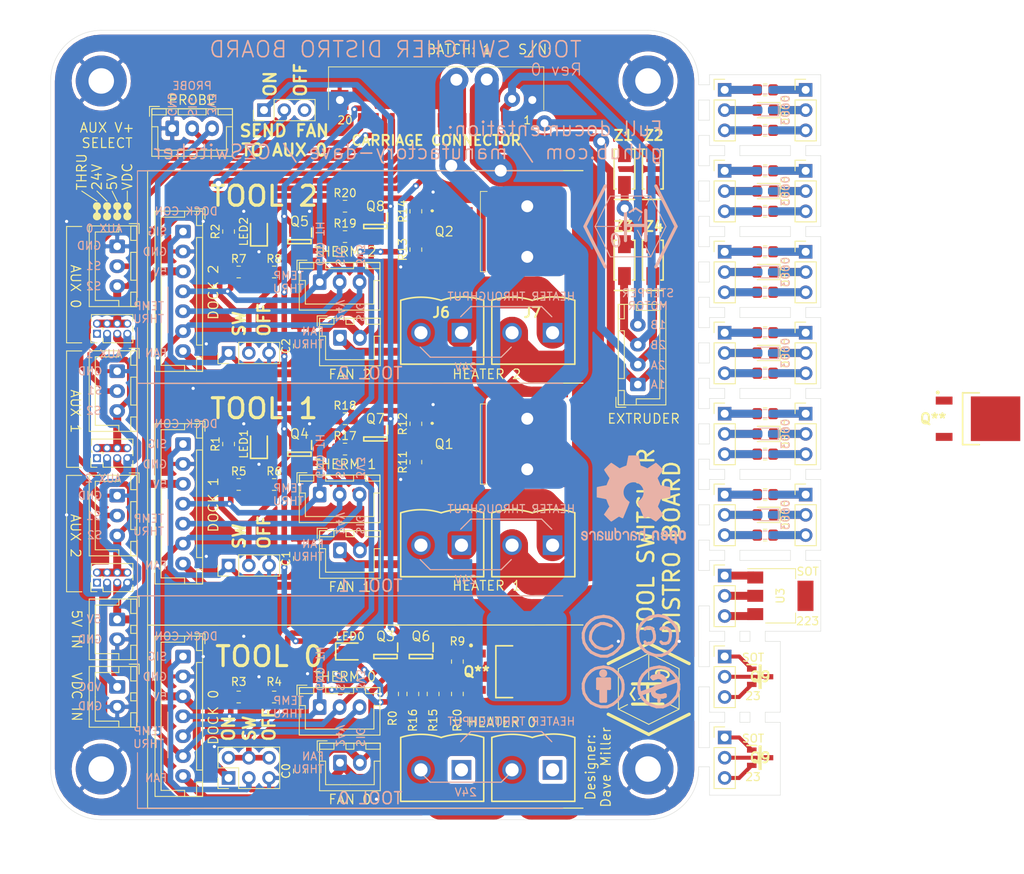
<source format=kicad_pcb>
(kicad_pcb (version 20171130) (host pcbnew "(5.1.9)-1")
  (layers (0 F.Cu mixed) (31 B.Cu mixed hide) (34 B.Paste user hide) (35 F.Paste user hide) (36 B.SilkS user hide) (37 F.SilkS user) (38 B.Mask user hide) (39 F.Mask user hide) (44 Edge.Cuts user))
  (net 0 "")
  (net 1 GND)
  (net 2 /2A)
  (net 3 /1A)
  (net 4 /1B)
  (net 5 /2B)
  (net 6 +24V)
  (net 7 /HEATER_OUT)
  (net 8 +5V)
  (net 9 GND1)
  (net 10 /THERM_OUT)
  (net 11 /PROBE)
  (net 12 "Net-(J2-Pad1)")
  (net 13 "Net-(J4-Pad1)")
  (net 14 "Net-(J6-Pad1)")
  (net 15 "Net-(LED0-Pad2)")
  (net 16 "Net-(LED1-Pad2)")
  (net 17 "Net-(LED2-Pad2)")
  (net 18 /TOOL0_LOGIC)
  (net 19 /TOOL1_LOGIC)
  (net 20 /TOOL2_LOGIC)
  (net 21 /Tool0Sig)
  (net 22 /Tool1Sig)
  (net 23 /Tool2Sig)
  (net 24 +3V3)
  (net 25 /THERM_0)
  (net 26 "Net-(Q0-Pad1)")
  (net 27 "Net-(Q1-Pad1)")
  (net 28 "Net-(Q2-Pad1)")
  (net 29 "Net-(Q3-Pad1)")
  (net 30 "Net-(Q4-Pad1)")
  (net 31 "Net-(Q5-Pad1)")
  (net 32 "Net-(Z1-Pad2)")
  (net 33 "Net-(Z3-Pad2)")
  (net 34 /AUX1)
  (net 35 /AUX0)
  (net 36 /THERM_1)
  (net 37 /THERM_2)
  (net 38 /V_AUX0)
  (net 39 /V_AUX1)
  (net 40 /V_AUX2)
  (net 41 /AUX2)
  (net 42 /FAN_0)
  (net 43 /FAN_1)
  (net 44 /FAN_2)
  (net 45 /FAN_OUT)
  (net 46 "Net-(Q6-Pad1)")
  (net 47 "Net-(Q7-Pad1)")
  (net 48 "Net-(Q8-Pad1)")
  (net 49 +VDC)
  (net 50 "Net-(D1-Pad2)")
  (net 51 "Net-(D1-Pad1)")
  (net 52 "Net-(J24-Pad3)")
  (net 53 "Net-(J24-Pad1)")
  (net 54 "Net-(J27-Pad3)")
  (net 55 "Net-(J27-Pad1)")
  (net 56 "Net-(J23-Pad3)")
  (net 57 "Net-(J23-Pad2)")
  (net 58 "Net-(J23-Pad1)")
  (net 59 "Net-(J25-Pad3)")
  (net 60 "Net-(J25-Pad2)")
  (net 61 "Net-(J25-Pad1)")
  (module 1SamacSys_Parts:SOT95P251X112-3N (layer F.Cu) (at 147.955 121.285 270)
    (fp_text reference Q3 (at -2.54 0 180) (layer F.SilkS) (effects (font (size 1.2 1.2))))
    (fp_text value FDN359BN)
    (pad 3 smd rect (at 1.15 0) (size 0.65 1.1) (layers F.Cu F.Paste F.Mask) (net 25 /THERM_0))
    (pad 2 smd rect (at -1.15 0.95) (size 0.65 1.1) (layers F.Cu F.Paste F.Mask) (net 10 /THERM_OUT))
    (pad 1 smd rect (at -1.15 -0.95) (size 0.65 1.1) (layers F.Cu F.Paste F.Mask) (net 29 "Net-(Q3-Pad1)"))
  )
  (module Resistor_SMD:R_0805_2012Metric_Pad1.20x1.40mm_HandSolder (layer F.Cu) (at 156.972 125.984 270)
    (fp_text reference R10 (at 3.302 0 270) (layer F.SilkS))
    (fp_text value 22)
    (pad 1 smd roundrect (at -1 0 270) (size 1.2 1.4) (layers F.Cu F.Paste F.Mask) (roundrect_rratio 0.208333) (net 26 "Net-(Q0-Pad1)"))
    (pad 2 smd roundrect (at 1 0 270) (size 1.2 1.4) (layers F.Cu F.Paste F.Mask) (roundrect_rratio 0.208333) (net 18 /TOOL0_LOGIC))
  )
  (module 0Mosfets:TO228P972X240-3N (layer F.Cu) (at 163.83 123.19)
    (fp_text reference Q** (at -4.445 0) (layer F.SilkS) (effects (font (size 1.27 1.27) (thickness 0.254))))
    (fp_text value TO228P972X240-3N hide)
    (pad 4 smd rect (at 2.1 0 90) (size 5.6 6.2) (layers F.Cu F.Paste F.Mask))
    (pad 3 smd rect (at -4.35 2.28 90) (size 1 2.1) (layers F.Cu F.Paste F.Mask))
    (pad 1 smd rect (at -4.35 -2.28 90) (size 1 2.1) (layers F.Cu F.Paste F.Mask))
  )
  (module 0Mosfets:TO228P972X240-3N (layer F.Cu) (at 222.377 91.44)
    (fp_text reference Q** (at -5.715 0) (layer F.SilkS) (effects (font (size 1.27 1.27) (thickness 0.254))))
    (fp_text value TO228P972X240-3N hide)
    (pad 4 smd rect (at 2.1 0 90) (size 5.6 6.2) (layers F.Cu F.Paste F.Mask))
    (pad 3 smd rect (at -4.35 2.28 90) (size 1 2.1) (layers F.Cu F.Paste F.Mask))
    (pad 1 smd rect (at -4.35 -2.28 90) (size 1 2.1) (layers F.Cu F.Paste F.Mask))
  )
  (module 0Mosfets:SOT96P240X110-3N (layer F.Cu) (at 194.945 133.985)
    (fp_text reference Q9 (at 0 0) (layer F.SilkS) (effects (font (size 1.27 1.27) (thickness 0.254))))
    (fp_text value DMN2300U-7 hide)
    (pad 3 smd rect (at 1.05 0 90) (size 0.65 1.2) (layers F.Cu F.Paste F.Mask) (net 60 "Net-(J25-Pad2)"))
    (pad 2 smd rect (at -1.05 0.96 90) (size 0.65 1.2) (layers F.Cu F.Paste F.Mask) (net 59 "Net-(J25-Pad3)"))
    (pad 1 smd rect (at -1.05 -0.96 90) (size 0.65 1.2) (layers F.Cu F.Paste F.Mask) (net 61 "Net-(J25-Pad1)"))
  )
  (module 0Mosfets:SOT96P240X110-3N (layer F.Cu) (at 194.945 123.825)
    (fp_text reference Q9 (at 0 0) (layer F.SilkS) (effects (font (size 1.27 1.27) (thickness 0.254))))
    (fp_text value DMN2300U-7 hide)
    (pad 3 smd rect (at 1.05 0 90) (size 0.65 1.2) (layers F.Cu F.Paste F.Mask) (net 60 "Net-(J25-Pad2)"))
    (pad 2 smd rect (at -1.05 0.96 90) (size 0.65 1.2) (layers F.Cu F.Paste F.Mask) (net 59 "Net-(J25-Pad3)"))
    (pad 1 smd rect (at -1.05 -0.96 90) (size 0.65 1.2) (layers F.Cu F.Paste F.Mask) (net 61 "Net-(J25-Pad1)"))
  )
  (module Connector_PinHeader_2.54mm:PinHeader_1x03_P2.54mm_Vertical (layer F.Cu) (at 190.5 131.445)
    (fp_text reference J25)
    (fp_text value Conn_01x03)
    (pad 1 thru_hole rect (at 0 0) (size 1.7 1.7) (drill 1) (layers *.Cu *.Mask) (net 61 "Net-(J25-Pad1)"))
    (pad 2 thru_hole oval (at 0 2.54) (size 1.7 1.7) (drill 1) (layers *.Cu *.Mask) (net 60 "Net-(J25-Pad2)"))
    (pad 3 thru_hole oval (at 0 5.08) (size 1.7 1.7) (drill 1) (layers *.Cu *.Mask) (net 59 "Net-(J25-Pad3)"))
  )
  (module Package_TO_SOT_SMD:SOT-223-3_TabPin2 (layer F.Cu) (at 197.485 113.665)
    (fp_text reference U3 (at 0 0 90) (layer F.SilkS))
    (fp_text value AP1117-15)
    (pad 1 smd rect (at -3.15 -2.3) (size 2 1.5) (layers F.Cu F.Paste F.Mask) (net 58 "Net-(J23-Pad1)"))
    (pad 3 smd rect (at -3.15 2.3) (size 2 1.5) (layers F.Cu F.Paste F.Mask) (net 56 "Net-(J23-Pad3)"))
    (pad 2 smd rect (at -3.15 0) (size 2 1.5) (layers F.Cu F.Paste F.Mask) (net 57 "Net-(J23-Pad2)"))
    (pad 2 smd rect (at 3.15 0) (size 2 3.8) (layers F.Cu F.Paste F.Mask) (net 57 "Net-(J23-Pad2)"))
  )
  (module Connector_PinHeader_2.54mm:PinHeader_1x03_P2.54mm_Vertical (layer F.Cu) (at 190.5 121.285)
    (fp_text reference J25)
    (fp_text value Conn_01x03)
    (pad 3 thru_hole oval (at 0 5.08) (size 1.7 1.7) (drill 1) (layers *.Cu *.Mask) (net 59 "Net-(J25-Pad3)"))
    (pad 2 thru_hole oval (at 0 2.54) (size 1.7 1.7) (drill 1) (layers *.Cu *.Mask) (net 60 "Net-(J25-Pad2)"))
    (pad 1 thru_hole rect (at 0 0) (size 1.7 1.7) (drill 1) (layers *.Cu *.Mask) (net 61 "Net-(J25-Pad1)"))
  )
  (module Connector_PinHeader_2.54mm:PinHeader_1x03_P2.54mm_Vertical (layer F.Cu) (at 190.5 111.125)
    (fp_text reference J23)
    (fp_text value Conn_01x03)
    (pad 3 thru_hole oval (at 0 5.08) (size 1.7 1.7) (drill 1) (layers *.Cu *.Mask) (net 56 "Net-(J23-Pad3)"))
    (pad 2 thru_hole oval (at 0 2.54) (size 1.7 1.7) (drill 1) (layers *.Cu *.Mask) (net 57 "Net-(J23-Pad2)"))
    (pad 1 thru_hole rect (at 0 0) (size 1.7 1.7) (drill 1) (layers *.Cu *.Mask) (net 58 "Net-(J23-Pad1)"))
  )
  (module Connector_PinHeader_2.54mm:PinHeader_1x03_P2.54mm_Vertical (layer F.Cu) (at 190.5 100.965)
    (fp_text reference J24 hide)
    (fp_text value Conn_01x03)
    (pad 1 thru_hole rect (at 0 0) (size 1.7 1.7) (drill 1) (layers *.Cu *.Mask) (net 53 "Net-(J24-Pad1)"))
    (pad 2 thru_hole oval (at 0 2.54) (size 1.7 1.7) (drill 1) (layers *.Cu *.Mask) (net 50 "Net-(D1-Pad2)"))
    (pad 3 thru_hole oval (at 0 5.08) (size 1.7 1.7) (drill 1) (layers *.Cu *.Mask) (net 52 "Net-(J24-Pad3)"))
  )
  (module Connector_PinHeader_2.54mm:PinHeader_1x03_P2.54mm_Vertical (layer F.Cu) (at 200.66 100.965)
    (fp_text reference J27 hide)
    (fp_text value Conn_01x03)
    (pad 1 thru_hole rect (at 0 0) (size 1.7 1.7) (drill 1) (layers *.Cu *.Mask) (net 55 "Net-(J27-Pad1)"))
    (pad 2 thru_hole oval (at 0 2.54) (size 1.7 1.7) (drill 1) (layers *.Cu *.Mask) (net 51 "Net-(D1-Pad1)"))
    (pad 3 thru_hole oval (at 0 5.08) (size 1.7 1.7) (drill 1) (layers *.Cu *.Mask) (net 54 "Net-(J27-Pad3)"))
  )
  (module Resistor_SMD:R_0603_1608Metric_Pad0.98x0.95mm_HandSolder (layer B.Cu) (at 195.58 106.045 180)
    (fp_text reference R24 hide)
    (fp_text value R)
    (pad 1 smd roundrect (at -0.9125 0 180) (size 0.975 0.95) (layers B.Cu B.Paste B.Mask) (net 54 "Net-(J27-Pad3)"))
    (pad 2 smd roundrect (at 0.9125 0 180) (size 0.975 0.95) (layers B.Cu B.Paste B.Mask) (net 52 "Net-(J24-Pad3)"))
  )
  (module LED_SMD:LED_0603_1608Metric_Pad1.05x0.95mm_HandSolder (layer B.Cu) (at 195.58 103.505 180)
    (fp_text reference D2 hide)
    (fp_text value LED)
    (pad 1 smd roundrect (at -0.875 0 180) (size 1.05 0.95) (layers B.Cu B.Paste B.Mask) (net 51 "Net-(D1-Pad1)"))
    (pad 2 smd roundrect (at 0.875 0 180) (size 1.05 0.95) (layers B.Cu B.Paste B.Mask) (net 50 "Net-(D1-Pad2)"))
  )
  (module Resistor_SMD:R_0603_1608Metric_Pad0.98x0.95mm_HandSolder (layer B.Cu) (at 195.58 100.965 180)
    (fp_text reference R23 hide)
    (fp_text value R)
    (pad 1 smd roundrect (at -0.9125 0 180) (size 0.975 0.95) (layers B.Cu B.Paste B.Mask) (net 55 "Net-(J27-Pad1)"))
    (pad 2 smd roundrect (at 0.9125 0 180) (size 0.975 0.95) (layers B.Cu B.Paste B.Mask) (net 53 "Net-(J24-Pad1)"))
  )
  (module Resistor_SMD:R_0805_2012Metric_Pad1.20x1.40mm_HandSolder (layer F.Cu) (at 195.58 106.045 180)
    (fp_text reference R22 hide)
    (fp_text value R)
    (pad 1 smd roundrect (at -1 0 180) (size 1.2 1.4) (layers F.Cu F.Paste F.Mask) (roundrect_rratio 0.208333) (net 54 "Net-(J27-Pad3)"))
    (pad 2 smd roundrect (at 1 0 180) (size 1.2 1.4) (layers F.Cu F.Paste F.Mask) (roundrect_rratio 0.208333) (net 52 "Net-(J24-Pad3)"))
  )
  (module LED_SMD:LED_0805_2012Metric_Pad1.15x1.40mm_HandSolder (layer F.Cu) (at 195.58 103.505 180)
    (fp_text reference D1 hide)
    (fp_text value LED)
    (pad 1 smd roundrect (at -1.025 0 180) (size 1.15 1.4) (layers F.Cu F.Paste F.Mask) (roundrect_rratio 0.217391) (net 51 "Net-(D1-Pad1)"))
    (pad 2 smd roundrect (at 1.025 0 180) (size 1.15 1.4) (layers F.Cu F.Paste F.Mask) (roundrect_rratio 0.217391) (net 50 "Net-(D1-Pad2)"))
  )
  (module Resistor_SMD:R_0805_2012Metric_Pad1.20x1.40mm_HandSolder (layer F.Cu) (at 195.58 100.965 180)
    (fp_text reference R21 hide)
    (fp_text value R)
    (pad 1 smd roundrect (at -1 0 180) (size 1.2 1.4) (layers F.Cu F.Paste F.Mask) (roundrect_rratio 0.208333) (net 55 "Net-(J27-Pad1)"))
    (pad 2 smd roundrect (at 1 0 180) (size 1.2 1.4) (layers F.Cu F.Paste F.Mask) (roundrect_rratio 0.208333) (net 53 "Net-(J24-Pad1)"))
  )
  (module LED_SMD:LED_0805_2012Metric_Pad1.15x1.40mm_HandSolder (layer F.Cu) (at 195.58 93.345 180)
    (fp_text reference D1 hide)
    (fp_text value LED)
    (pad 2 smd roundrect (at 1.025 0 180) (size 1.15 1.4) (layers F.Cu F.Paste F.Mask) (roundrect_rratio 0.217391) (net 50 "Net-(D1-Pad2)"))
    (pad 1 smd roundrect (at -1.025 0 180) (size 1.15 1.4) (layers F.Cu F.Paste F.Mask) (roundrect_rratio 0.217391) (net 51 "Net-(D1-Pad1)"))
  )
  (module Resistor_SMD:R_0603_1608Metric_Pad0.98x0.95mm_HandSolder (layer B.Cu) (at 195.58 95.885 180)
    (fp_text reference R24 hide)
    (fp_text value R)
    (pad 2 smd roundrect (at 0.9125 0 180) (size 0.975 0.95) (layers B.Cu B.Paste B.Mask) (net 52 "Net-(J24-Pad3)"))
    (pad 1 smd roundrect (at -0.9125 0 180) (size 0.975 0.95) (layers B.Cu B.Paste B.Mask) (net 54 "Net-(J27-Pad3)"))
  )
  (module LED_SMD:LED_0603_1608Metric_Pad1.05x0.95mm_HandSolder (layer B.Cu) (at 195.58 93.345 180)
    (fp_text reference D2 hide)
    (fp_text value LED)
    (pad 2 smd roundrect (at 0.875 0 180) (size 1.05 0.95) (layers B.Cu B.Paste B.Mask) (net 50 "Net-(D1-Pad2)"))
    (pad 1 smd roundrect (at -0.875 0 180) (size 1.05 0.95) (layers B.Cu B.Paste B.Mask) (net 51 "Net-(D1-Pad1)"))
  )
  (module Connector_PinHeader_2.54mm:PinHeader_1x03_P2.54mm_Vertical (layer F.Cu) (at 190.5 90.805)
    (fp_text reference J24 hide)
    (fp_text value Conn_01x03)
    (pad 3 thru_hole oval (at 0 5.08) (size 1.7 1.7) (drill 1) (layers *.Cu *.Mask) (net 52 "Net-(J24-Pad3)"))
    (pad 2 thru_hole oval (at 0 2.54) (size 1.7 1.7) (drill 1) (layers *.Cu *.Mask) (net 50 "Net-(D1-Pad2)"))
    (pad 1 thru_hole rect (at 0 0) (size 1.7 1.7) (drill 1) (layers *.Cu *.Mask) (net 53 "Net-(J24-Pad1)"))
  )
  (module Resistor_SMD:R_0805_2012Metric_Pad1.20x1.40mm_HandSolder (layer F.Cu) (at 195.58 95.885 180)
    (fp_text reference R22 hide)
    (fp_text value R)
    (pad 2 smd roundrect (at 1 0 180) (size 1.2 1.4) (layers F.Cu F.Paste F.Mask) (roundrect_rratio 0.208333) (net 52 "Net-(J24-Pad3)"))
    (pad 1 smd roundrect (at -1 0 180) (size 1.2 1.4) (layers F.Cu F.Paste F.Mask) (roundrect_rratio 0.208333) (net 54 "Net-(J27-Pad3)"))
  )
  (module Resistor_SMD:R_0805_2012Metric_Pad1.20x1.40mm_HandSolder (layer F.Cu) (at 195.58 90.805 180)
    (fp_text reference R21 hide)
    (fp_text value R)
    (pad 2 smd roundrect (at 1 0 180) (size 1.2 1.4) (layers F.Cu F.Paste F.Mask) (roundrect_rratio 0.208333) (net 53 "Net-(J24-Pad1)"))
    (pad 1 smd roundrect (at -1 0 180) (size 1.2 1.4) (layers F.Cu F.Paste F.Mask) (roundrect_rratio 0.208333) (net 55 "Net-(J27-Pad1)"))
  )
  (module Resistor_SMD:R_0603_1608Metric_Pad0.98x0.95mm_HandSolder (layer B.Cu) (at 195.58 90.805 180)
    (fp_text reference R23 hide)
    (fp_text value R)
    (pad 2 smd roundrect (at 0.9125 0 180) (size 0.975 0.95) (layers B.Cu B.Paste B.Mask) (net 53 "Net-(J24-Pad1)"))
    (pad 1 smd roundrect (at -0.9125 0 180) (size 0.975 0.95) (layers B.Cu B.Paste B.Mask) (net 55 "Net-(J27-Pad1)"))
  )
  (module Connector_PinHeader_2.54mm:PinHeader_1x03_P2.54mm_Vertical (layer F.Cu) (at 200.66 90.805)
    (fp_text reference J27 hide)
    (fp_text value Conn_01x03)
    (pad 3 thru_hole oval (at 0 5.08) (size 1.7 1.7) (drill 1) (layers *.Cu *.Mask) (net 54 "Net-(J27-Pad3)"))
    (pad 2 thru_hole oval (at 0 2.54) (size 1.7 1.7) (drill 1) (layers *.Cu *.Mask) (net 51 "Net-(D1-Pad1)"))
    (pad 1 thru_hole rect (at 0 0) (size 1.7 1.7) (drill 1) (layers *.Cu *.Mask) (net 55 "Net-(J27-Pad1)"))
  )
  (module LED_SMD:LED_0805_2012Metric_Pad1.15x1.40mm_HandSolder (layer F.Cu) (at 195.58 83.185 180)
    (fp_text reference D1 hide)
    (fp_text value LED)
    (pad 1 smd roundrect (at -1.025 0 180) (size 1.15 1.4) (layers F.Cu F.Paste F.Mask) (roundrect_rratio 0.217391) (net 51 "Net-(D1-Pad1)"))
    (pad 2 smd roundrect (at 1.025 0 180) (size 1.15 1.4) (layers F.Cu F.Paste F.Mask) (roundrect_rratio 0.217391) (net 50 "Net-(D1-Pad2)"))
  )
  (module Resistor_SMD:R_0603_1608Metric_Pad0.98x0.95mm_HandSolder (layer B.Cu) (at 195.58 80.645 180)
    (fp_text reference R23 hide)
    (fp_text value R)
    (pad 1 smd roundrect (at -0.9125 0 180) (size 0.975 0.95) (layers B.Cu B.Paste B.Mask) (net 55 "Net-(J27-Pad1)"))
    (pad 2 smd roundrect (at 0.9125 0 180) (size 0.975 0.95) (layers B.Cu B.Paste B.Mask) (net 53 "Net-(J24-Pad1)"))
  )
  (module Connector_PinHeader_2.54mm:PinHeader_1x03_P2.54mm_Vertical (layer F.Cu) (at 200.66 80.645)
    (fp_text reference J27 hide)
    (fp_text value Conn_01x03)
    (pad 1 thru_hole rect (at 0 0) (size 1.7 1.7) (drill 1) (layers *.Cu *.Mask) (net 55 "Net-(J27-Pad1)"))
    (pad 2 thru_hole oval (at 0 2.54) (size 1.7 1.7) (drill 1) (layers *.Cu *.Mask) (net 51 "Net-(D1-Pad1)"))
    (pad 3 thru_hole oval (at 0 5.08) (size 1.7 1.7) (drill 1) (layers *.Cu *.Mask) (net 54 "Net-(J27-Pad3)"))
  )
  (module Connector_PinHeader_2.54mm:PinHeader_1x03_P2.54mm_Vertical (layer F.Cu) (at 190.5 80.645)
    (fp_text reference J24 hide)
    (fp_text value Conn_01x03)
    (pad 1 thru_hole rect (at 0 0) (size 1.7 1.7) (drill 1) (layers *.Cu *.Mask) (net 53 "Net-(J24-Pad1)"))
    (pad 2 thru_hole oval (at 0 2.54) (size 1.7 1.7) (drill 1) (layers *.Cu *.Mask) (net 50 "Net-(D1-Pad2)"))
    (pad 3 thru_hole oval (at 0 5.08) (size 1.7 1.7) (drill 1) (layers *.Cu *.Mask) (net 52 "Net-(J24-Pad3)"))
  )
  (module Resistor_SMD:R_0805_2012Metric_Pad1.20x1.40mm_HandSolder (layer F.Cu) (at 195.58 80.645 180)
    (fp_text reference R21 hide)
    (fp_text value R)
    (pad 1 smd roundrect (at -1 0 180) (size 1.2 1.4) (layers F.Cu F.Paste F.Mask) (roundrect_rratio 0.208333) (net 55 "Net-(J27-Pad1)"))
    (pad 2 smd roundrect (at 1 0 180) (size 1.2 1.4) (layers F.Cu F.Paste F.Mask) (roundrect_rratio 0.208333) (net 53 "Net-(J24-Pad1)"))
  )
  (module Resistor_SMD:R_0805_2012Metric_Pad1.20x1.40mm_HandSolder (layer F.Cu) (at 195.58 85.725 180)
    (fp_text reference R22 hide)
    (fp_text value R)
    (pad 1 smd roundrect (at -1 0 180) (size 1.2 1.4) (layers F.Cu F.Paste F.Mask) (roundrect_rratio 0.208333) (net 54 "Net-(J27-Pad3)"))
    (pad 2 smd roundrect (at 1 0 180) (size 1.2 1.4) (layers F.Cu F.Paste F.Mask) (roundrect_rratio 0.208333) (net 52 "Net-(J24-Pad3)"))
  )
  (module LED_SMD:LED_0603_1608Metric_Pad1.05x0.95mm_HandSolder (layer B.Cu) (at 195.58 83.185 180)
    (fp_text reference D2 hide)
    (fp_text value LED)
    (pad 1 smd roundrect (at -0.875 0 180) (size 1.05 0.95) (layers B.Cu B.Paste B.Mask) (net 51 "Net-(D1-Pad1)"))
    (pad 2 smd roundrect (at 0.875 0 180) (size 1.05 0.95) (layers B.Cu B.Paste B.Mask) (net 50 "Net-(D1-Pad2)"))
  )
  (module Resistor_SMD:R_0603_1608Metric_Pad0.98x0.95mm_HandSolder (layer B.Cu) (at 195.58 85.725 180)
    (fp_text reference R24 hide)
    (fp_text value R)
    (pad 1 smd roundrect (at -0.9125 0 180) (size 0.975 0.95) (layers B.Cu B.Paste B.Mask) (net 54 "Net-(J27-Pad3)"))
    (pad 2 smd roundrect (at 0.9125 0 180) (size 0.975 0.95) (layers B.Cu B.Paste B.Mask) (net 52 "Net-(J24-Pad3)"))
  )
  (module Resistor_SMD:R_0603_1608Metric_Pad0.98x0.95mm_HandSolder (layer B.Cu) (at 195.58 75.565 180)
    (fp_text reference R24 hide)
    (fp_text value R)
    (pad 2 smd roundrect (at 0.9125 0 180) (size 0.975 0.95) (layers B.Cu B.Paste B.Mask) (net 52 "Net-(J24-Pad3)"))
    (pad 1 smd roundrect (at -0.9125 0 180) (size 0.975 0.95) (layers B.Cu B.Paste B.Mask) (net 54 "Net-(J27-Pad3)"))
  )
  (module LED_SMD:LED_0805_2012Metric_Pad1.15x1.40mm_HandSolder (layer F.Cu) (at 195.58 73.025 180)
    (fp_text reference D1 hide)
    (fp_text value LED)
    (pad 2 smd roundrect (at 1.025 0 180) (size 1.15 1.4) (layers F.Cu F.Paste F.Mask) (roundrect_rratio 0.217391) (net 50 "Net-(D1-Pad2)"))
    (pad 1 smd roundrect (at -1.025 0 180) (size 1.15 1.4) (layers F.Cu F.Paste F.Mask) (roundrect_rratio 0.217391) (net 51 "Net-(D1-Pad1)"))
  )
  (module Resistor_SMD:R_0603_1608Metric_Pad0.98x0.95mm_HandSolder (layer B.Cu) (at 195.58 70.485 180)
    (fp_text reference R23 hide)
    (fp_text value R)
    (pad 2 smd roundrect (at 0.9125 0 180) (size 0.975 0.95) (layers B.Cu B.Paste B.Mask) (net 53 "Net-(J24-Pad1)"))
    (pad 1 smd roundrect (at -0.9125 0 180) (size 0.975 0.95) (layers B.Cu B.Paste B.Mask) (net 55 "Net-(J27-Pad1)"))
  )
  (module Connector_PinHeader_2.54mm:PinHeader_1x03_P2.54mm_Vertical (layer F.Cu) (at 190.5 70.485)
    (fp_text reference J24 hide)
    (fp_text value Conn_01x03)
    (pad 3 thru_hole oval (at 0 5.08) (size 1.7 1.7) (drill 1) (layers *.Cu *.Mask) (net 52 "Net-(J24-Pad3)"))
    (pad 2 thru_hole oval (at 0 2.54) (size 1.7 1.7) (drill 1) (layers *.Cu *.Mask) (net 50 "Net-(D1-Pad2)"))
    (pad 1 thru_hole rect (at 0 0) (size 1.7 1.7) (drill 1) (layers *.Cu *.Mask) (net 53 "Net-(J24-Pad1)"))
  )
  (module Resistor_SMD:R_0805_2012Metric_Pad1.20x1.40mm_HandSolder (layer F.Cu) (at 195.58 70.485 180)
    (fp_text reference R21 hide)
    (fp_text value R)
    (pad 2 smd roundrect (at 1 0 180) (size 1.2 1.4) (layers F.Cu F.Paste F.Mask) (roundrect_rratio 0.208333) (net 53 "Net-(J24-Pad1)"))
    (pad 1 smd roundrect (at -1 0 180) (size 1.2 1.4) (layers F.Cu F.Paste F.Mask) (roundrect_rratio 0.208333) (net 55 "Net-(J27-Pad1)"))
  )
  (module Connector_PinHeader_2.54mm:PinHeader_1x03_P2.54mm_Vertical (layer F.Cu) (at 200.66 70.485)
    (fp_text reference J27 hide)
    (fp_text value Conn_01x03)
    (pad 3 thru_hole oval (at 0 5.08) (size 1.7 1.7) (drill 1) (layers *.Cu *.Mask) (net 54 "Net-(J27-Pad3)"))
    (pad 2 thru_hole oval (at 0 2.54) (size 1.7 1.7) (drill 1) (layers *.Cu *.Mask) (net 51 "Net-(D1-Pad1)"))
    (pad 1 thru_hole rect (at 0 0) (size 1.7 1.7) (drill 1) (layers *.Cu *.Mask) (net 55 "Net-(J27-Pad1)"))
  )
  (module Resistor_SMD:R_0805_2012Metric_Pad1.20x1.40mm_HandSolder (layer F.Cu) (at 195.58 75.565 180)
    (fp_text reference R22 hide)
    (fp_text value R)
    (pad 2 smd roundrect (at 1 0 180) (size 1.2 1.4) (layers F.Cu F.Paste F.Mask) (roundrect_rratio 0.208333) (net 52 "Net-(J24-Pad3)"))
    (pad 1 smd roundrect (at -1 0 180) (size 1.2 1.4) (layers F.Cu F.Paste F.Mask) (roundrect_rratio 0.208333) (net 54 "Net-(J27-Pad3)"))
  )
  (module LED_SMD:LED_0603_1608Metric_Pad1.05x0.95mm_HandSolder (layer B.Cu) (at 195.58 73.025 180)
    (fp_text reference D2 hide)
    (fp_text value LED)
    (pad 2 smd roundrect (at 0.875 0 180) (size 1.05 0.95) (layers B.Cu B.Paste B.Mask) (net 50 "Net-(D1-Pad2)"))
    (pad 1 smd roundrect (at -0.875 0 180) (size 1.05 0.95) (layers B.Cu B.Paste B.Mask) (net 51 "Net-(D1-Pad1)"))
  )
  (module Resistor_SMD:R_0603_1608Metric_Pad0.98x0.95mm_HandSolder (layer B.Cu) (at 195.58 60.325 180)
    (fp_text reference R23 hide)
    (fp_text value R)
    (pad 1 smd roundrect (at -0.9125 0 180) (size 0.975 0.95) (layers B.Cu B.Paste B.Mask) (net 55 "Net-(J27-Pad1)"))
    (pad 2 smd roundrect (at 0.9125 0 180) (size 0.975 0.95) (layers B.Cu B.Paste B.Mask) (net 53 "Net-(J24-Pad1)"))
  )
  (module Resistor_SMD:R_0603_1608Metric_Pad0.98x0.95mm_HandSolder (layer B.Cu) (at 195.58 65.405 180)
    (fp_text reference R24 hide)
    (fp_text value R)
    (pad 1 smd roundrect (at -0.9125 0 180) (size 0.975 0.95) (layers B.Cu B.Paste B.Mask) (net 54 "Net-(J27-Pad3)"))
    (pad 2 smd roundrect (at 0.9125 0 180) (size 0.975 0.95) (layers B.Cu B.Paste B.Mask) (net 52 "Net-(J24-Pad3)"))
  )
  (module Connector_PinHeader_2.54mm:PinHeader_1x03_P2.54mm_Vertical (layer F.Cu) (at 190.5 60.325)
    (fp_text reference J24 hide)
    (fp_text value Conn_01x03)
    (pad 1 thru_hole rect (at 0 0) (size 1.7 1.7) (drill 1) (layers *.Cu *.Mask) (net 53 "Net-(J24-Pad1)"))
    (pad 2 thru_hole oval (at 0 2.54) (size 1.7 1.7) (drill 1) (layers *.Cu *.Mask) (net 50 "Net-(D1-Pad2)"))
    (pad 3 thru_hole oval (at 0 5.08) (size 1.7 1.7) (drill 1) (layers *.Cu *.Mask) (net 52 "Net-(J24-Pad3)"))
  )
  (module Resistor_SMD:R_0805_2012Metric_Pad1.20x1.40mm_HandSolder (layer F.Cu) (at 195.58 60.325 180)
    (fp_text reference R21 hide)
    (fp_text value R)
    (pad 1 smd roundrect (at -1 0 180) (size 1.2 1.4) (layers F.Cu F.Paste F.Mask) (roundrect_rratio 0.208333) (net 55 "Net-(J27-Pad1)"))
    (pad 2 smd roundrect (at 1 0 180) (size 1.2 1.4) (layers F.Cu F.Paste F.Mask) (roundrect_rratio 0.208333) (net 53 "Net-(J24-Pad1)"))
  )
  (module Connector_PinHeader_2.54mm:PinHeader_1x03_P2.54mm_Vertical (layer F.Cu) (at 200.66 60.325)
    (fp_text reference J27 hide)
    (fp_text value Conn_01x03)
    (pad 1 thru_hole rect (at 0 0) (size 1.7 1.7) (drill 1) (layers *.Cu *.Mask) (net 55 "Net-(J27-Pad1)"))
    (pad 2 thru_hole oval (at 0 2.54) (size 1.7 1.7) (drill 1) (layers *.Cu *.Mask) (net 51 "Net-(D1-Pad1)"))
    (pad 3 thru_hole oval (at 0 5.08) (size 1.7 1.7) (drill 1) (layers *.Cu *.Mask) (net 54 "Net-(J27-Pad3)"))
  )
  (module LED_SMD:LED_0603_1608Metric_Pad1.05x0.95mm_HandSolder (layer B.Cu) (at 195.58 62.865 180)
    (fp_text reference D2 hide)
    (fp_text value LED)
    (pad 1 smd roundrect (at -0.875 0 180) (size 1.05 0.95) (layers B.Cu B.Paste B.Mask) (net 51 "Net-(D1-Pad1)"))
    (pad 2 smd roundrect (at 0.875 0 180) (size 1.05 0.95) (layers B.Cu B.Paste B.Mask) (net 50 "Net-(D1-Pad2)"))
  )
  (module LED_SMD:LED_0805_2012Metric_Pad1.15x1.40mm_HandSolder (layer F.Cu) (at 195.58 62.865 180)
    (fp_text reference D1 hide)
    (fp_text value LED)
    (pad 1 smd roundrect (at -1.025 0 180) (size 1.15 1.4) (layers F.Cu F.Paste F.Mask) (roundrect_rratio 0.217391) (net 51 "Net-(D1-Pad1)"))
    (pad 2 smd roundrect (at 1.025 0 180) (size 1.15 1.4) (layers F.Cu F.Paste F.Mask) (roundrect_rratio 0.217391) (net 50 "Net-(D1-Pad2)"))
  )
  (module Resistor_SMD:R_0805_2012Metric_Pad1.20x1.40mm_HandSolder (layer F.Cu) (at 195.58 65.405 180)
    (fp_text reference R22 hide)
    (fp_text value R)
    (pad 1 smd roundrect (at -1 0 180) (size 1.2 1.4) (layers F.Cu F.Paste F.Mask) (roundrect_rratio 0.208333) (net 54 "Net-(J27-Pad3)"))
    (pad 2 smd roundrect (at 1 0 180) (size 1.2 1.4) (layers F.Cu F.Paste F.Mask) (roundrect_rratio 0.208333) (net 52 "Net-(J24-Pad3)"))
  )
  (module Resistor_SMD:R_0603_1608Metric_Pad0.98x0.95mm_HandSolder (layer B.Cu) (at 195.58 55.245 180)
    (fp_text reference R24 hide)
    (fp_text value R)
    (pad 2 smd roundrect (at 0.9125 0 180) (size 0.975 0.95) (layers B.Cu B.Paste B.Mask) (net 52 "Net-(J24-Pad3)"))
    (pad 1 smd roundrect (at -0.9125 0 180) (size 0.975 0.95) (layers B.Cu B.Paste B.Mask) (net 54 "Net-(J27-Pad3)"))
  )
  (module Resistor_SMD:R_0603_1608Metric_Pad0.98x0.95mm_HandSolder (layer B.Cu) (at 195.58 50.165 180)
    (fp_text reference R23 hide)
    (fp_text value R)
    (pad 2 smd roundrect (at 0.9125 0 180) (size 0.975 0.95) (layers B.Cu B.Paste B.Mask) (net 53 "Net-(J24-Pad1)"))
    (pad 1 smd roundrect (at -0.9125 0 180) (size 0.975 0.95) (layers B.Cu B.Paste B.Mask) (net 55 "Net-(J27-Pad1)"))
  )
  (module Resistor_SMD:R_0805_2012Metric_Pad1.20x1.40mm_HandSolder (layer F.Cu) (at 195.58 55.245 180)
    (fp_text reference R22 hide)
    (fp_text value R)
    (pad 2 smd roundrect (at 1 0 180) (size 1.2 1.4) (layers F.Cu F.Paste F.Mask) (roundrect_rratio 0.208333) (net 52 "Net-(J24-Pad3)"))
    (pad 1 smd roundrect (at -1 0 180) (size 1.2 1.4) (layers F.Cu F.Paste F.Mask) (roundrect_rratio 0.208333) (net 54 "Net-(J27-Pad3)"))
  )
  (module Resistor_SMD:R_0805_2012Metric_Pad1.20x1.40mm_HandSolder (layer F.Cu) (at 195.58 50.165 180)
    (fp_text reference R21 hide)
    (fp_text value R)
    (pad 2 smd roundrect (at 1 0 180) (size 1.2 1.4) (layers F.Cu F.Paste F.Mask) (roundrect_rratio 0.208333) (net 53 "Net-(J24-Pad1)"))
    (pad 1 smd roundrect (at -1 0 180) (size 1.2 1.4) (layers F.Cu F.Paste F.Mask) (roundrect_rratio 0.208333) (net 55 "Net-(J27-Pad1)"))
  )
  (module Connector_PinHeader_2.54mm:PinHeader_1x03_P2.54mm_Vertical (layer F.Cu) (at 200.66 50.165)
    (fp_text reference J27 hide)
    (fp_text value Conn_01x03)
    (pad 3 thru_hole oval (at 0 5.08) (size 1.7 1.7) (drill 1) (layers *.Cu *.Mask) (net 54 "Net-(J27-Pad3)"))
    (pad 2 thru_hole oval (at 0 2.54) (size 1.7 1.7) (drill 1) (layers *.Cu *.Mask) (net 51 "Net-(D1-Pad1)"))
    (pad 1 thru_hole rect (at 0 0) (size 1.7 1.7) (drill 1) (layers *.Cu *.Mask) (net 55 "Net-(J27-Pad1)"))
  )
  (module Connector_PinHeader_2.54mm:PinHeader_1x03_P2.54mm_Vertical (layer F.Cu) (at 190.5 50.165)
    (fp_text reference J24 hide)
    (fp_text value Conn_01x03)
    (pad 3 thru_hole oval (at 0 5.08) (size 1.7 1.7) (drill 1) (layers *.Cu *.Mask) (net 52 "Net-(J24-Pad3)"))
    (pad 2 thru_hole oval (at 0 2.54) (size 1.7 1.7) (drill 1) (layers *.Cu *.Mask) (net 50 "Net-(D1-Pad2)"))
    (pad 1 thru_hole rect (at 0 0) (size 1.7 1.7) (drill 1) (layers *.Cu *.Mask) (net 53 "Net-(J24-Pad1)"))
  )
  (module LED_SMD:LED_0603_1608Metric_Pad1.05x0.95mm_HandSolder (layer B.Cu) (at 195.58 52.705 180)
    (fp_text reference D2 hide)
    (fp_text value LED)
    (pad 2 smd roundrect (at 0.875 0 180) (size 1.05 0.95) (layers B.Cu B.Paste B.Mask) (net 50 "Net-(D1-Pad2)"))
    (pad 1 smd roundrect (at -0.875 0 180) (size 1.05 0.95) (layers B.Cu B.Paste B.Mask) (net 51 "Net-(D1-Pad1)"))
  )
  (module LED_SMD:LED_0805_2012Metric_Pad1.15x1.40mm_HandSolder (layer F.Cu) (at 195.58 52.705 180)
    (fp_text reference D1 hide)
    (fp_text value LED)
    (pad 2 smd roundrect (at 1.025 0 180) (size 1.15 1.4) (layers F.Cu F.Paste F.Mask) (roundrect_rratio 0.217391) (net 50 "Net-(D1-Pad2)"))
    (pad 1 smd roundrect (at -1.025 0 180) (size 1.15 1.4) (layers F.Cu F.Paste F.Mask) (roundrect_rratio 0.217391) (net 51 "Net-(D1-Pad1)"))
  )
  (module 0_Daves_Stuff:JST_XH_B3B-XH-A_1x03_P2.50mm_Vertical (layer F.Cu) (at 114.3 69.803 270)
    (fp_text reference J20)
    (fp_text value "AUX 0" (at 5.04 5.23 270 unlocked) (layer F.SilkS) (effects (font (size 1.2 1.2))))
    (pad 3 thru_hole oval (at 5 0 270) (size 1.7 1.95) (drill 0.95) (layers *.Cu *.Mask) (net 38 /V_AUX0))
    (pad 2 thru_hole oval (at 2.5 0 270) (size 1.7 1.95) (drill 0.95) (layers *.Cu *.Mask) (net 35 /AUX0))
    (pad 1 thru_hole roundrect (at 0 0 270) (size 1.7 1.95) (drill 0.95) (layers *.Cu *.Mask) (roundrect_rratio 0.147059) (net 1 GND))
  )
  (module 0_Daves_Stuff:JST_XH_B2B-XH-A_1x02_P2.50mm_Vertical (layer F.Cu) (at 114.3 116.626 270)
    (fp_text reference J17)
    (fp_text value "5V IN" (at 1.25 5.08 270 unlocked) (layer F.SilkS) (effects (font (size 1.2 1.2))))
    (pad 2 thru_hole oval (at 2.5 0 270) (size 1.7 2) (drill 1) (layers *.Cu *.Mask) (net 1 GND))
    (pad 1 thru_hole roundrect (at 0 0 270) (size 1.7 2) (drill 1) (layers *.Cu *.Mask) (roundrect_rratio 0.147059) (net 8 +5V))
  )
  (module 0_Daves_Stuff:JST_XH_B3B-XH-A_1x03_P2.50mm_Vertical (layer F.Cu) (at 114.3 85.471 270)
    (fp_text reference J21)
    (fp_text value "AUX 1" (at 5.04 5.23 270 unlocked) (layer F.SilkS) (effects (font (size 1.2 1.2))))
    (pad 3 thru_hole oval (at 5 0 270) (size 1.7 1.95) (drill 0.95) (layers *.Cu *.Mask) (net 39 /V_AUX1))
    (pad 2 thru_hole oval (at 2.5 0 270) (size 1.7 1.95) (drill 0.95) (layers *.Cu *.Mask) (net 34 /AUX1))
    (pad 1 thru_hole roundrect (at 0 0 270) (size 1.7 1.95) (drill 0.95) (layers *.Cu *.Mask) (roundrect_rratio 0.147059) (net 1 GND))
  )
  (module 0_Daves_Stuff:JST_XH_B3B-XH-A_1x03_P2.50mm_Vertical (layer F.Cu) (at 114.3 101.092 270)
    (fp_text reference J22)
    (fp_text value "AUX 2" (at 5.04 5.23 270 unlocked) (layer F.SilkS) (effects (font (size 1.2 1.2))))
    (pad 3 thru_hole oval (at 5 0 270) (size 1.7 1.95) (drill 0.95) (layers *.Cu *.Mask) (net 40 /V_AUX2))
    (pad 2 thru_hole oval (at 2.5 0 270) (size 1.7 1.95) (drill 0.95) (layers *.Cu *.Mask) (net 41 /AUX2))
    (pad 1 thru_hole roundrect (at 0 0 270) (size 1.7 1.95) (drill 0.95) (layers *.Cu *.Mask) (roundrect_rratio 0.147059) (net 1 GND))
  )
  (module Connector_PinHeader_1.27mm:PinHeader_2x04_P1.27mm_Vertical (layer F.Cu) (at 111.76 112.014 90)
    (fp_text reference JP6)
    (fp_text value "AUX 2 V SEL")
    (pad 8 thru_hole oval (at 1.27 3.81 90) (size 1 1) (drill 0.65) (layers *.Cu *.Mask) (net 40 /V_AUX2))
    (pad 7 thru_hole oval (at 0 3.81 90) (size 1 1) (drill 0.65) (layers *.Cu *.Mask) (net 49 +VDC))
    (pad 6 thru_hole oval (at 1.27 2.54 90) (size 1 1) (drill 0.65) (layers *.Cu *.Mask) (net 40 /V_AUX2))
    (pad 5 thru_hole oval (at 0 2.54 90) (size 1 1) (drill 0.65) (layers *.Cu *.Mask) (net 8 +5V))
    (pad 4 thru_hole oval (at 1.27 1.27 90) (size 1 1) (drill 0.65) (layers *.Cu *.Mask) (net 40 /V_AUX2))
    (pad 3 thru_hole oval (at 0 1.27 90) (size 1 1) (drill 0.65) (layers *.Cu *.Mask) (net 6 +24V))
    (pad 2 thru_hole oval (at 1.27 0 90) (size 1 1) (drill 0.65) (layers *.Cu *.Mask) (net 40 /V_AUX2))
    (pad 1 thru_hole rect (at 0 0 90) (size 1 1) (drill 0.65) (layers *.Cu *.Mask))
  )
  (module Connector_PinHeader_1.27mm:PinHeader_2x04_P1.27mm_Vertical (layer F.Cu) (at 111.76 96.393 90)
    (fp_text reference JP5)
    (fp_text value "AUX 1 V SEL")
    (pad 8 thru_hole oval (at 1.27 3.81 90) (size 1 1) (drill 0.65) (layers *.Cu *.Mask) (net 39 /V_AUX1))
    (pad 7 thru_hole oval (at 0 3.81 90) (size 1 1) (drill 0.65) (layers *.Cu *.Mask) (net 49 +VDC))
    (pad 6 thru_hole oval (at 1.27 2.54 90) (size 1 1) (drill 0.65) (layers *.Cu *.Mask) (net 39 /V_AUX1))
    (pad 5 thru_hole oval (at 0 2.54 90) (size 1 1) (drill 0.65) (layers *.Cu *.Mask) (net 8 +5V))
    (pad 4 thru_hole oval (at 1.27 1.27 90) (size 1 1) (drill 0.65) (layers *.Cu *.Mask) (net 39 /V_AUX1))
    (pad 3 thru_hole oval (at 0 1.27 90) (size 1 1) (drill 0.65) (layers *.Cu *.Mask) (net 6 +24V))
    (pad 2 thru_hole oval (at 1.27 0 90) (size 1 1) (drill 0.65) (layers *.Cu *.Mask) (net 39 /V_AUX1))
    (pad 1 thru_hole rect (at 0 0 90) (size 1 1) (drill 0.65) (layers *.Cu *.Mask))
  )
  (module Connector_PinHeader_1.27mm:PinHeader_2x04_P1.27mm_Vertical (layer F.Cu) (at 111.76 80.772 90)
    (fp_text reference JP4)
    (fp_text value "AUX 0 V SEL")
    (pad 8 thru_hole oval (at 1.27 3.81 90) (size 1 1) (drill 0.65) (layers *.Cu *.Mask) (net 38 /V_AUX0))
    (pad 7 thru_hole oval (at 0 3.81 90) (size 1 1) (drill 0.65) (layers *.Cu *.Mask) (net 49 +VDC))
    (pad 6 thru_hole oval (at 1.27 2.54 90) (size 1 1) (drill 0.65) (layers *.Cu *.Mask) (net 38 /V_AUX0))
    (pad 5 thru_hole oval (at 0 2.54 90) (size 1 1) (drill 0.65) (layers *.Cu *.Mask) (net 8 +5V))
    (pad 4 thru_hole oval (at 1.27 1.27 90) (size 1 1) (drill 0.65) (layers *.Cu *.Mask) (net 38 /V_AUX0))
    (pad 3 thru_hole oval (at 0 1.27 90) (size 1 1) (drill 0.65) (layers *.Cu *.Mask) (net 6 +24V))
    (pad 2 thru_hole oval (at 1.27 0 90) (size 1 1) (drill 0.65) (layers *.Cu *.Mask) (net 38 /V_AUX0))
    (pad 1 thru_hole rect (at 0 0 90) (size 1 1) (drill 0.65) (layers *.Cu *.Mask))
  )
  (module 0_switcherv0:CubeZeroLogo_Ink_And_Cu (layer F.Cu) (at 180.975 125.095 90)
    (fp_text reference U1)
    (fp_text value CubeZeroLogo)
    (fp_poly (pts (xy 4.445 0) (xy 2.413 4.064) (xy -2.8575 4.064) (xy -0.8255 0) (xy -2.8575 -4.064) (xy 2.413 -4.064)) (layer F.Cu) (width 0.1))
    (fp_line (start 5.46 -0.0035) (end 2.92 5.0765) (layer F.Cu) (width 0.8))
    (fp_line (start -5.97 -0.0035) (end -3.43 5.0765) (layer F.Cu) (width 0.8))
    (fp_line (start -3.7084 -4.5212) (end -5.97 -0.0035) (layer F.Cu) (width 0.8))
    (fp_line (start 3.2004 -4.4958) (end 5.46 -0.0035) (layer F.Cu) (width 0.8))
    (fp_text user 0 (at 1.524 1.778 90) (layer F.SilkS) (effects (font (size 1.6 1.6) (thickness 0.25) italic)))
  )
  (module 0_switcherv0:CubeZeroLogo_Silk (layer B.Cu) (at 178.435 67.31 180)
    (fp_text reference U2)
    (fp_text value CubeZeroLogo)
    (fp_text user 0 (at 1.524 -1.778) (layer B.SilkS) (effects (font (size 1.6 1.6) (thickness 0.25) italic) (justify mirror)))
  )
  (module Symbol:OSHW-Symbol_8.9x8mm_Copper (layer F.Cu) (at 180.975 97.79 90)
    (fp_text reference REF** hide)
    (fp_text value OSHW-Symbol_8.9x8mm_Copper hide)
    (fp_poly (pts (xy 0.746536 -3.399573) (xy 0.859118 -2.802382) (xy 1.274531 -2.631135) (xy 1.689945 -2.459888) (xy 2.188302 -2.798767) (xy 2.327869 -2.893123) (xy 2.454029 -2.97737) (xy 2.560896 -3.047662) (xy 2.642583 -3.100153) (xy 2.693202 -3.130996) (xy 2.706987 -3.137647) (xy 2.731821 -3.120542) (xy 2.784889 -3.073256) (xy 2.860241 -3.001828) (xy 2.95193 -2.9123) (xy 3.054008 -2.810711) (xy 3.160527 -2.703102) (xy 3.265537 -2.595513) (xy 3.363092 -2.493985) (xy 3.447243 -2.404559) (xy 3.512041 -2.333274) (xy 3.551538 -2.286172) (xy 3.560981 -2.270408) (xy 3.547392 -2.241347) (xy 3.509294 -2.177679) (xy 3.450694 -2.085633) (xy 3.375598 -1.971436) (xy 3.288009 -1.841316) (xy 3.237255 -1.767099) (xy 3.144746 -1.631578) (xy 3.062541 -1.509284) (xy 2.994631 -1.406305) (xy 2.945001 -1.328727) (xy 2.917641 -1.282639) (xy 2.91353 -1.272953) (xy 2.92285 -1.245426) (xy 2.948255 -1.181272) (xy 2.985912 -1.08951) (xy 3.031987 -0.979161) (xy 3.082647 -0.859245) (xy 3.13406 -0.738781) (xy 3.18239 -0.626791) (xy 3.223807 -0.532293) (xy 3.254475 -0.464308) (xy 3.270562 -0.431857) (xy 3.271512 -0.43058) (xy 3.296773 -0.424383) (xy 3.364046 -0.41056) (xy 3.466361 -0.390468) (xy 3.596742 -0.365466) (xy 3.748217 -0.336914) (xy 3.836594 -0.320449) (xy 3.998453 -0.289631) (xy 4.14465 -0.260306) (xy 4.267788 -0.234079) (xy 4.36047 -0.212554) (xy 4.415302 -0.197335) (xy 4.426324 -0.192507) (xy 4.437119 -0.159826) (xy 4.44583 -0.086015) (xy 4.452461 0.020292) (xy 4.457019 0.150467) (xy 4.45951 0.295876) (xy 4.459939 0.44789) (xy 4.458312 0.597877) (xy 4.454636 0.737206) (xy 4.448916 0.857245) (xy 4.441158 0.949365) (xy 4.431369 1.004932) (xy 4.425497 1.0165) (xy 4.3904 1.030365) (xy 4.316029 1.050188) (xy 4.212224 1.073639) (xy 4.08882 1.098391) (xy 4.045742 1.106398) (xy 3.838048 1.144441) (xy 3.673985 1.175079) (xy 3.548131 1.199529) (xy 3.455066 1.219009) (xy 3.389368 1.234736) (xy 3.345618 1.247928) (xy 3.318393 1.259804) (xy 3.302273 1.27158) (xy 3.300018 1.273908) (xy 3.277504 1.3114) (xy 3.243159 1.384365) (xy 3.200412 1.483867) (xy 3.152693 1.600973) (xy 3.103431 1.726748) (xy 3.056056 1.852257) (xy 3.013996 1.968565) (xy 2.980681 2.066739) (xy 2.959542 2.137843) (xy 2.954006 2.172942) (xy 2.954467 2.174172) (xy 2.973224 2.202861) (xy 3.015777 2.265985) (xy 3.077654 2.356973) (xy 3.154383 2.469255) (xy 3.241492 2.59626) (xy 3.266299 2.632353) (xy 3.354753 2.763203) (xy 3.432589 2.882591) (xy 3.495567 2.983662) (xy 3.539446 3.059559) (xy 3.559986 3.103427) (xy 3.560981 3.108817) (xy 3.543723 3.137144) (xy 3.496036 3.193261) (xy 3.424051 3.271137) (xy 3.333898 3.36474) (xy 3.231706 3.468041) (xy 3.123606 3.575006) (xy 3.015729 3.679606) (xy 2.914205 3.775809) (xy 2.825163 3.857584) (xy 2.754734 3.9189) (xy 2.709048 3.953726) (xy 2.69641 3.959412) (xy 2.666992 3.94602) (xy 2.606762 3.909899) (xy 2.52553 3.857136) (xy 2.463031 3.814667) (xy 2.349786 3.73674) (xy 2.215675 3.644984) (xy 2.081156 3.553375) (xy 2.008834 3.504346) (xy 1.764039 3.33877) (xy 1.558551 3.449875) (xy 1.464937 3.498548) (xy 1.385331 3.536381) (xy 1.331468 3.557958) (xy 1.317758 3.560961) (xy 1.301271 3.538793) (xy 1.268746 3.476149) (xy 1.222609 3.378809) (xy 1.165291 3.252549) (xy 1.099217 3.10315) (xy 1.026816 2.936388) (xy 0.950517 2.758042) (xy 0.872747 2.573891) (xy 0.795935 2.389712) (xy 0.722507 2.211285) (xy 0.654893 2.044387) (xy 0.595521 1.894797) (xy 0.546817 1.768293) (xy 0.511211 1.670654) (xy 0.491131 1.607657) (xy 0.487901 1.586021) (xy 0.513497 1.558424) (xy 0.569539 1.513625) (xy 0.644312 1.460934) (xy 0.650588 1.456765) (xy 0.843846 1.302069) (xy 0.999675 1.121591) (xy 1.116725 0.921102) (xy 1.193646 0.706374) (xy 1.229087 0.483177) (xy 1.221698 0.257281) (xy 1.170128 0.034459) (xy 1.073027 -0.179521) (xy 1.044459 -0.226336) (xy 0.895869 -0.415382) (xy 0.720328 -0.567188) (xy 0.523911 -0.680966) (xy 0.312694 -0.755925) (xy 0.092754 -0.791278) (xy -0.129836 -0.786233) (xy -0.348998 -0.740001) (xy -0.558657 -0.651794) (xy -0.752738 -0.520821) (xy -0.812773 -0.467663) (xy -0.965564 -0.301261) (xy -1.076902 -0.126088) (xy -1.153276 0.070266) (xy -1.195812 0.264717) (xy -1.206313 0.483342) (xy -1.171299 0.703052) (xy -1.094326 0.91642) (xy -0.978952 1.116022) (xy -0.828734 1.294429) (xy -0.647226 1.444217) (xy -0.623372 1.460006) (xy -0.547798 1.511712) (xy -0.490348 1.556512) (xy -0.462882 1.585117) (xy -0.462482 1.586021) (xy -0.468379 1.616964) (xy -0.491754 1.687191) (xy -0.530178 1.790925) (xy -0.581222 1.92239) (xy -0.642457 2.075807) (xy -0.711455 2.245401) (xy -0.785786 2.425393) (xy -0.863021 2.610008) (xy -0.940731 2.793468) (xy -1.016488 2.969996) (xy -1.087862 3.133814) (xy -1.152425 3.279147) (xy -1.207747 3.400217) (xy -1.251399 3.491247) (xy -1.280953 3.54646) (xy -1.292855 3.560961) (xy -1.329222 3.549669) (xy -1.397269 3.519385) (xy -1.485263 3.47552) (xy -1.533649 3.449875) (xy -1.739136 3.33877) (xy -1.983931 3.504346) (xy -2.108893 3.58917) (xy -2.245704 3.682516) (xy -2.373911 3.770408) (xy -2.438128 3.814667) (xy -2.528448 3.875318) (xy -2.604928 3.923381) (xy -2.657592 3.95277) (xy -2.674697 3.958982) (xy -2.699594 3.942223) (xy -2.754694 3.895436) (xy -2.834656 3.82348) (xy -2.934139 3.731212) (xy -3.047799 3.62349) (xy -3.119684 3.554326) (xy -3.245448 3.430757) (xy -3.354136 3.320234) (xy -3.441354 3.227485) (xy -3.50271 3.157237) (xy -3.533808 3.11422) (xy -3.536791 3.10549) (xy -3.522946 3.072284) (xy -3.484687 3.005142) (xy -3.426258 2.910863) (xy -3.351902 2.796245) (xy -3.265864 2.668083) (xy -3.241397 2.632353) (xy -3.152245 2.502489) (xy -3.072261 2.385569) (xy -3.005919 2.288162) (xy -2.957688 2.216839) (xy -2.932042 2.17817) (xy -2.929564 2.174172) (xy -2.93327 2.143355) (xy -2.952938 2.075599) (xy -2.985139 1.979839) (xy -3.026444 1.865009) (xy -3.073424 1.740044) (xy -3.12265 1.613879) (xy -3.170691 1.495448) (xy -3.214118 1.393685) (xy -3.249503 1.317526) (xy -3.273415 1.275904) (xy -3.275115 1.273908) (xy -3.289737 1.262013) (xy -3.314434 1.25025) (xy -3.354627 1.237401) (xy -3.415736 1.222249) (xy -3.503182 1.203576) (xy -3.622387 1.180165) (xy -3.778772 1.150797) (xy -3.977756 1.114255) (xy -4.020839 1.106398) (xy -4.148529 1.081727) (xy -4.259846 1.057593) (xy -4.344954 1.036324) (xy -4.394016 1.020248) (xy -4.400594 1.0165) (xy -4.411435 0.983273) (xy -4.420246 0.909021) (xy -4.427023 0.802376) (xy -4.431759 0.671967) (xy -4.434449 0.526427) (xy -4.435086 0.374386) (xy -4.433665 0.224476) (xy -4.430179 0.085328) (xy -4.424623 -0.034428) (xy -4.416991 -0.126159) (xy -4.407277 -0.181234) (xy -4.401421 -0.192507) (xy -4.368819 -0.203877) (xy -4.294581 -0.222376) (xy -4.186103 -0.246398) (xy -4.050782 -0.274338) (xy -3.896014 -0.304592) (xy -3.811692 -0.320449) (xy -3.651703 -0.350356) (xy -3.509032 -0.37745) (xy -3.390651 -0.400369) (xy -3.303534 -0.417757) (xy -3.254654 -0.428253) (xy -3.246609 -0.43058) (xy -3.233012 -0.456814) (xy -3.20427 -0.520005) (xy -3.164214 -0.611123) (xy -3.116675 -0.721143) (xy -3.065484 -0.841035) (xy -3.014473 -0.961773) (xy -2.967473 -1.074329) (xy -2.928315 -1.169674) (xy -2.90083 -1.238783) (xy -2.88885 -1.272626) (xy -2.888627 -1.274105) (xy -2.902208 -1.300803) (xy -2.940284 -1.36224) (xy -2.998852 -1.452311) (xy -3.073911 -1.56491) (xy -3.161459 -1.69393) (xy -3.212352 -1.768039) (xy -3.30509 -1.903923) (xy -3.387458 -2.027291) (xy -3.455438 -2.131903) (xy -3.505011 -2.211517) (xy -3.532157 -2.259893) (xy -3.536078 -2.270738) (xy -3.519224 -2.29598) (xy -3.472631 -2.349876) (xy -3.402251 -2.426387) (xy -3.314034 -2.519477) (xy -3.213934 -2.623105) (xy -3.107901 -2.731236) (xy -3.001888 -2.83783) (xy -2.901847 -2.93685) (xy -2.813729 -3.022258) (xy -2.743486 -3.088015) (xy -2.697071 -3.128084) (xy -2.681543 -3.137647) (xy -2.65626 -3.1242) (xy -2.595788 -3.086425) (xy -2.506007 -3.028165) (xy -2.392796 -2.953266) (xy -2.262036 -2.865575) (xy -2.1634 -2.798767) (xy -1.665042 -2.459888) (xy -1.249629 -2.631135) (xy -0.834215 -2.802382) (xy -0.721633 -3.399573) (xy -0.60905 -3.996765) (xy 0.633953 -3.996765) (xy 0.746536 -3.399573)) (layer F.Cu) (width 0.01))
  )
  (module Symbol:OSHW-Logo2_14.6x12mm_SilkScreen (layer B.Cu) (at 179.07 101.6 180)
    (fp_text reference REF** hide)
    (fp_text value OSHW-Logo2_14.6x12mm_SilkScreen hide)
  )
  (module 0_Daves_Stuff:Symbol_CC-Attribution_Silkscreen_Small (layer B.Cu) (at 175.26 125.095 180)
    (fp_text reference REF**)
    (fp_text value Symbol_CC-Attribution_CopperTop_Small)
  )
  (module 0_Daves_Stuff:Symbol_CC-ShareAlike_Silkscreen_Small (layer B.Cu) (at 175.26 118.745 180)
    (fp_text reference REF**)
    (fp_text value Symbol_CC-ShareAlike_CopperTop_Small)
  )
  (module 0_Daves_Stuff:Symbol_CC-Noncommercial_Silkscreen_Small (layer B.Cu) (at 182.245 125.095 180)
    (fp_text reference REF**)
    (fp_text value Symbol_CC-Noncommercial_CopperTop_Small)
  )
  (module 0_Daves_Stuff:Symbol_CC_Logo_Silkscreen_small (layer B.Cu) (at 182.245 118.745 180)
    (fp_text reference REF** hide)
    (fp_text value Symbol_CC_Logo_Silkscreen_small)
  )
  (module 0c-boards:ZF1-20-XX-ZZ-WT (layer F.Cu) (at 154.305 53.975 180)
    (fp_text reference J0)
    (fp_text value "CARRIAGE CONNECTOR" (at 0 -2.54) (layer F.SilkS) (effects (font (size 1.27 1.27) (thickness 0.254))))
    (fp_text user 20 (at 11.43 0) (layer F.SilkS))
    (fp_text user 1 (at -11.43 0) (layer F.SilkS))
    (pad 22 smd rect (at 12.1 2.54 180) (size 2.2 2.5) (layers F.Cu F.Paste F.Mask) (net 1 GND))
    (pad 21 smd rect (at -12.1 2.54 180) (size 2.2 2.5) (layers F.Cu F.Paste F.Mask) (net 1 GND))
    (pad 20 smd rect (at 9.5 0 180) (size 0.6 1.8) (layers F.Cu F.Paste F.Mask) (net 11 /PROBE))
    (pad 19 smd rect (at 8.5 0 180) (size 0.6 1.8) (layers F.Cu F.Paste F.Mask) (net 10 /THERM_OUT))
    (pad 18 smd rect (at 7.5 0 180) (size 0.6 1.8) (layers F.Cu F.Paste F.Mask) (net 9 GND1))
    (pad 17 smd rect (at 6.5 0 180) (size 0.6 1.8) (layers F.Cu F.Paste F.Mask) (net 41 /AUX2))
    (pad 16 smd rect (at 5.5 0 180) (size 0.6 1.8) (layers F.Cu F.Paste F.Mask) (net 40 /V_AUX2))
    (pad 15 smd rect (at 4.5 0 180) (size 0.6 1.8) (layers F.Cu F.Paste F.Mask) (net 34 /AUX1))
    (pad 14 smd rect (at 3.5 0 180) (size 0.6 1.8) (layers F.Cu F.Paste F.Mask) (net 39 /V_AUX1))
    (pad 13 smd rect (at 2.5 0 180) (size 0.6 1.8) (layers F.Cu F.Paste F.Mask) (net 35 /AUX0))
    (pad 12 smd rect (at 1.5 0 180) (size 0.6 1.8) (layers F.Cu F.Paste F.Mask) (net 38 /V_AUX0))
    (pad 11 smd rect (at 0.5 0 180) (size 0.6 1.8) (layers F.Cu F.Paste F.Mask) (net 24 +3V3))
    (pad 10 smd rect (at -0.5 0 180) (size 0.6 1.8) (layers F.Cu F.Paste F.Mask) (net 1 GND))
    (pad 9 smd rect (at -1.5 0 180) (size 0.6 1.8) (layers F.Cu F.Paste F.Mask) (net 1 GND))
    (pad 8 smd rect (at -2.5 0 180) (size 0.6 1.8) (layers F.Cu F.Paste F.Mask) (net 7 /HEATER_OUT))
    (pad 7 smd rect (at -3.5 0 180) (size 0.6 1.8) (layers F.Cu F.Paste F.Mask) (net 7 /HEATER_OUT))
    (pad 6 smd rect (at -4.5 0 180) (size 0.6 1.8) (layers F.Cu F.Paste F.Mask) (net 6 +24V))
    (pad 5 smd rect (at -5.5 0 180) (size 0.6 1.8) (layers F.Cu F.Paste F.Mask) (net 6 +24V))
    (pad 4 smd rect (at -6.5 0 180) (size 0.6 1.8) (layers F.Cu F.Paste F.Mask) (net 3 /1A))
    (pad 3 smd rect (at -7.5 0 180) (size 0.6 1.8) (layers F.Cu F.Paste F.Mask) (net 2 /2A))
    (pad 2 smd rect (at -8.5 0 180) (size 0.6 1.8) (layers F.Cu F.Paste F.Mask) (net 5 /2B))
    (pad 1 smd rect (at -9.5 0 180) (size 0.6 1.8) (layers F.Cu F.Paste F.Mask) (net 4 /1B))
  )
  (module MountingHole:MountingHole_3.2mm_M3_Pad_TopBottom (layer F.Cu) (at 180.8775 135.405)
    (fp_text reference H3)
    (fp_text value MountingHole)
    (pad 1 connect circle (at 0 0) (size 6.4 6.4) (layers B.Cu B.Mask) (net 1 GND))
    (pad 1 connect circle (at 0 0) (size 6.4 6.4) (layers F.Cu F.Mask) (net 1 GND))
    (pad 1 thru_hole circle (at 0 0) (size 3.6 3.6) (drill 3.2) (layers *.Cu *.Mask) (net 1 GND))
  )
  (module MountingHole:MountingHole_3.2mm_M3_Pad_TopBottom (layer F.Cu) (at 180.8775 49.045)
    (fp_text reference H2)
    (fp_text value MountingHole)
    (pad 1 connect circle (at 0 0) (size 6.4 6.4) (layers B.Cu B.Mask) (net 1 GND))
    (pad 1 connect circle (at 0 0) (size 6.4 6.4) (layers F.Cu F.Mask) (net 1 GND))
    (pad 1 thru_hole circle (at 0 0) (size 3.6 3.6) (drill 3.2) (layers *.Cu *.Mask) (net 1 GND))
  )
  (module MountingHole:MountingHole_3.2mm_M3_Pad_TopBottom (layer F.Cu) (at 112.2975 135.405)
    (fp_text reference H1)
    (fp_text value MountingHole)
    (pad 1 connect circle (at 0 0) (size 6.4 6.4) (layers B.Cu B.Mask) (net 1 GND))
    (pad 1 connect circle (at 0 0) (size 6.4 6.4) (layers F.Cu F.Mask) (net 1 GND))
    (pad 1 thru_hole circle (at 0 0) (size 3.6 3.6) (drill 3.2) (layers *.Cu *.Mask) (net 1 GND))
  )
  (module MountingHole:MountingHole_3.2mm_M3_Pad_TopBottom (layer F.Cu) (at 112.2975 49.045)
    (fp_text reference H0)
    (fp_text value MountingHole)
    (pad 1 connect circle (at 0 0) (size 6.4 6.4) (layers B.Cu B.Mask) (net 1 GND))
    (pad 1 connect circle (at 0 0) (size 6.4 6.4) (layers F.Cu F.Mask) (net 1 GND))
    (pad 1 thru_hole circle (at 0 0) (size 3.6 3.6) (drill 3.2) (layers *.Cu *.Mask) (net 1 GND))
  )
  (module 0_Daves_Stuff:JST_XH_B3B-XH-A_1x03_P2.50mm_Vertical (layer F.Cu) (at 121.198 54.991)
    (fp_text reference J19)
    (fp_text value PROBE (at 2.5 -3.556 unlocked) (layer F.SilkS) (effects (font (size 1.2 1.2))))
    (pad 3 thru_hole oval (at 5 0) (size 1.7 1.95) (drill 0.95) (layers *.Cu *.Mask) (net 24 +3V3))
    (pad 2 thru_hole oval (at 2.5 0) (size 1.7 1.95) (drill 0.95) (layers *.Cu *.Mask) (net 11 /PROBE))
    (pad 1 thru_hole roundrect (at 0 0) (size 1.7 1.95) (drill 0.95) (layers *.Cu *.Mask) (roundrect_rratio 0.147059) (net 1 GND))
  )
  (module 0_Daves_Stuff:JST_XH_B2B-XH-A_1x02_P2.50mm_Vertical (layer F.Cu) (at 114.3 125.095 270)
    (fp_text reference J18)
    (fp_text value "VDC IN" (at 1.25 5.08 270 unlocked) (layer F.SilkS) (effects (font (size 1.2 1.2))))
    (pad 2 thru_hole oval (at 2.5 0 270) (size 1.7 2) (drill 1) (layers *.Cu *.Mask) (net 1 GND))
    (pad 1 thru_hole roundrect (at 0 0 270) (size 1.7 2) (drill 1) (layers *.Cu *.Mask) (roundrect_rratio 0.147059) (net 49 +VDC))
  )
  (module 0_Daves_Stuff:JST_XH_B7B-XH-A_1x07_P2.50mm_Vertical (layer F.Cu) (at 122.555 67.945 270)
    (fp_text reference J16)
    (fp_text value "DOCK 2" (at 7.62 -3.81 90) (layer F.SilkS) (effects (font (size 1.2 1.2))))
    (pad 7 thru_hole oval (at 15 0 270) (size 1.7 1.95) (drill 0.95) (layers *.Cu *.Mask) (net 44 /FAN_2))
    (pad 6 thru_hole oval (at 12.5 0 270) (size 1.7 1.95) (drill 0.95) (layers *.Cu *.Mask) (net 24 +3V3))
    (pad 5 thru_hole oval (at 10 0 270) (size 1.7 1.95) (drill 0.95) (layers *.Cu *.Mask) (net 37 /THERM_2))
    (pad 4 thru_hole oval (at 7.5 0 270) (size 1.7 1.95) (drill 0.95) (layers *.Cu *.Mask) (net 9 GND1))
    (pad 3 thru_hole oval (at 5 0 270) (size 1.7 1.95) (drill 0.95) (layers *.Cu *.Mask) (net 8 +5V))
    (pad 2 thru_hole oval (at 2.5 0 270) (size 1.7 1.95) (drill 0.95) (layers *.Cu *.Mask) (net 1 GND))
    (pad 1 thru_hole roundrect (at 0 0 270) (size 1.7 1.95) (drill 0.95) (layers *.Cu *.Mask) (roundrect_rratio 0.147059) (net 23 /Tool2Sig))
  )
  (module 0_Daves_Stuff:JST_XH_B7B-XH-A_1x07_P2.50mm_Vertical (layer F.Cu) (at 122.555 94.615 270)
    (fp_text reference J15)
    (fp_text value "DOCK 1" (at 7.62 -3.81 90) (layer F.SilkS) (effects (font (size 1.2 1.2))))
    (pad 7 thru_hole oval (at 15 0 270) (size 1.7 1.95) (drill 0.95) (layers *.Cu *.Mask) (net 43 /FAN_1))
    (pad 6 thru_hole oval (at 12.5 0 270) (size 1.7 1.95) (drill 0.95) (layers *.Cu *.Mask) (net 24 +3V3))
    (pad 5 thru_hole oval (at 10 0 270) (size 1.7 1.95) (drill 0.95) (layers *.Cu *.Mask) (net 36 /THERM_1))
    (pad 4 thru_hole oval (at 7.5 0 270) (size 1.7 1.95) (drill 0.95) (layers *.Cu *.Mask) (net 9 GND1))
    (pad 3 thru_hole oval (at 5 0 270) (size 1.7 1.95) (drill 0.95) (layers *.Cu *.Mask) (net 8 +5V))
    (pad 2 thru_hole oval (at 2.5 0 270) (size 1.7 1.95) (drill 0.95) (layers *.Cu *.Mask) (net 1 GND))
    (pad 1 thru_hole roundrect (at 0 0 270) (size 1.7 1.95) (drill 0.95) (layers *.Cu *.Mask) (roundrect_rratio 0.147059) (net 22 /Tool1Sig))
  )
  (module 0_Daves_Stuff:JST_XH_B7B-XH-A_1x07_P2.50mm_Vertical (layer F.Cu) (at 122.555 121.285 270)
    (fp_text reference J14)
    (fp_text value "DOCK 0" (at 7.62 -3.81 90) (layer F.SilkS) (effects (font (size 1.2 1.2))))
    (pad 7 thru_hole oval (at 15 0 270) (size 1.7 1.95) (drill 0.95) (layers *.Cu *.Mask) (net 42 /FAN_0))
    (pad 6 thru_hole oval (at 12.5 0 270) (size 1.7 1.95) (drill 0.95) (layers *.Cu *.Mask) (net 24 +3V3))
    (pad 5 thru_hole oval (at 10 0 270) (size 1.7 1.95) (drill 0.95) (layers *.Cu *.Mask) (net 25 /THERM_0))
    (pad 4 thru_hole oval (at 7.5 0 270) (size 1.7 1.95) (drill 0.95) (layers *.Cu *.Mask) (net 9 GND1))
    (pad 3 thru_hole oval (at 5 0 270) (size 1.7 1.95) (drill 0.95) (layers *.Cu *.Mask) (net 8 +5V))
    (pad 2 thru_hole oval (at 2.5 0 270) (size 1.7 1.95) (drill 0.95) (layers *.Cu *.Mask) (net 1 GND))
    (pad 1 thru_hole roundrect (at 0 0 270) (size 1.7 1.95) (drill 0.95) (layers *.Cu *.Mask) (roundrect_rratio 0.147059) (net 21 /Tool0Sig))
  )
  (module 0_Daves_Stuff:JST_XH_B2B-XH-A_1x02_P2.50mm_Vertical (layer F.Cu) (at 142.24 81.28)
    (fp_text reference J13)
    (fp_text value "FAN 2" (at 1.25 4.6) (layer F.SilkS) (effects (font (size 1.2 1.2))))
    (pad 2 thru_hole oval (at 2.5 0) (size 1.7 2) (drill 1) (layers *.Cu *.Mask) (net 44 /FAN_2))
    (pad 1 thru_hole roundrect (at 0 0) (size 1.7 2) (drill 1) (layers *.Cu *.Mask) (roundrect_rratio 0.147059) (net 6 +24V))
  )
  (module 0_Daves_Stuff:JST_XH_B3B-XH-A_1x03_P2.50mm_Vertical (layer F.Cu) (at 139.7 74.295)
    (fp_text reference J12)
    (fp_text value "THERM 2" (at 3.175 -3.81) (layer F.SilkS) (effects (font (size 1.2 1.2))))
    (pad 3 thru_hole oval (at 5 0) (size 1.7 1.95) (drill 0.95) (layers *.Cu *.Mask) (net 24 +3V3))
    (pad 2 thru_hole oval (at 2.5 0) (size 1.7 1.95) (drill 0.95) (layers *.Cu *.Mask) (net 37 /THERM_2))
    (pad 1 thru_hole roundrect (at 0 0) (size 1.7 1.95) (drill 0.95) (layers *.Cu *.Mask) (roundrect_rratio 0.147059) (net 9 GND1))
  )
  (module 0_Daves_Stuff:JST_XH_B2B-XH-A_1x02_P2.50mm_Vertical (layer F.Cu) (at 142.24 107.95)
    (fp_text reference J11)
    (fp_text value "FAN 1" (at 1.25 4.6) (layer F.SilkS) (effects (font (size 1.2 1.2))))
    (pad 2 thru_hole oval (at 2.5 0) (size 1.7 2) (drill 1) (layers *.Cu *.Mask) (net 43 /FAN_1))
    (pad 1 thru_hole roundrect (at 0 0) (size 1.7 2) (drill 1) (layers *.Cu *.Mask) (roundrect_rratio 0.147059) (net 6 +24V))
  )
  (module 0_Daves_Stuff:JST_XH_B3B-XH-A_1x03_P2.50mm_Vertical (layer F.Cu) (at 139.7 100.965)
    (fp_text reference J10)
    (fp_text value "THERM 1" (at 3.175 -3.81) (layer F.SilkS) (effects (font (size 1.2 1.2))))
    (pad 3 thru_hole oval (at 5 0) (size 1.7 1.95) (drill 0.95) (layers *.Cu *.Mask) (net 24 +3V3))
    (pad 2 thru_hole oval (at 2.5 0) (size 1.7 1.95) (drill 0.95) (layers *.Cu *.Mask) (net 36 /THERM_1))
    (pad 1 thru_hole roundrect (at 0 0) (size 1.7 1.95) (drill 0.95) (layers *.Cu *.Mask) (roundrect_rratio 0.147059) (net 9 GND1))
  )
  (module 0_Daves_Stuff:JST_XH_B2B-XH-A_1x02_P2.50mm_Vertical (layer F.Cu) (at 142.24 134.62)
    (fp_text reference J9)
    (fp_text value "FAN 0" (at 1.25 4.6) (layer F.SilkS) (effects (font (size 1.2 1.2))))
    (pad 2 thru_hole oval (at 2.5 0) (size 1.7 2) (drill 1) (layers *.Cu *.Mask) (net 42 /FAN_0))
    (pad 1 thru_hole roundrect (at 0 0) (size 1.7 2) (drill 1) (layers *.Cu *.Mask) (roundrect_rratio 0.147059) (net 6 +24V))
  )
  (module 0_Daves_Stuff:JST_XH_B3B-XH-A_1x03_P2.50mm_Vertical (layer F.Cu) (at 139.7 127.635)
    (fp_text reference J8)
    (fp_text value "THERM 0" (at 3.135 -3.81) (layer F.SilkS) (effects (font (size 1.2 1.2))))
    (pad 3 thru_hole oval (at 5 0) (size 1.7 1.95) (drill 0.95) (layers *.Cu *.Mask) (net 24 +3V3))
    (pad 2 thru_hole oval (at 2.5 0) (size 1.7 1.95) (drill 0.95) (layers *.Cu *.Mask) (net 25 /THERM_0))
    (pad 1 thru_hole roundrect (at 0 0) (size 1.7 1.95) (drill 0.95) (layers *.Cu *.Mask) (roundrect_rratio 0.147059) (net 9 GND1))
  )
  (module 0_Daves_Stuff:JST_XH_B4B-XH-A_1x04_P2.50mm_Vertical (layer F.Cu) (at 179.6075 87.145 90)
    (fp_text reference J1)
    (fp_text value "MOTOR IN")
    (pad 4 thru_hole oval (at 7.5 0 90) (size 1.7 1.95) (drill 0.95) (layers *.Cu *.Mask) (net 4 /1B))
    (pad 3 thru_hole oval (at 5 0 90) (size 1.7 1.95) (drill 0.95) (layers *.Cu *.Mask) (net 5 /2B))
    (pad 2 thru_hole oval (at 2.5 0 90) (size 1.7 1.95) (drill 0.95) (layers *.Cu *.Mask) (net 2 /2A))
    (pad 1 thru_hole roundrect (at 0 0 90) (size 1.7 1.95) (drill 0.95) (layers *.Cu *.Mask) (roundrect_rratio 0.147059) (net 3 /1A))
  )
  (module 1SamacSys_Parts:SOT95P251X112-3N (layer F.Cu) (at 146.685 67.31 270)
    (fp_text reference Q8 (at -2.54 0 180) (layer F.SilkS) (effects (font (size 1.2 1.2))))
    (fp_text value FDN359BN)
    (pad 3 smd rect (at 1.15 0) (size 0.65 1.1) (layers F.Cu F.Paste F.Mask) (net 44 /FAN_2))
    (pad 2 smd rect (at -1.15 0.95) (size 0.65 1.1) (layers F.Cu F.Paste F.Mask) (net 45 /FAN_OUT))
    (pad 1 smd rect (at -1.15 -0.95) (size 0.65 1.1) (layers F.Cu F.Paste F.Mask) (net 48 "Net-(Q8-Pad1)"))
  )
  (module 1SamacSys_Parts:SOT95P251X112-3N (layer F.Cu) (at 146.685 93.98 270)
    (fp_text reference Q7 (at -2.54 0 180) (layer F.SilkS) (effects (font (size 1.2 1.2))))
    (fp_text value FDN359BN)
    (pad 3 smd rect (at 1.15 0) (size 0.65 1.1) (layers F.Cu F.Paste F.Mask) (net 43 /FAN_1))
    (pad 2 smd rect (at -1.15 0.95) (size 0.65 1.1) (layers F.Cu F.Paste F.Mask) (net 45 /FAN_OUT))
    (pad 1 smd rect (at -1.15 -0.95) (size 0.65 1.1) (layers F.Cu F.Paste F.Mask) (net 47 "Net-(Q7-Pad1)"))
  )
  (module 1SamacSys_Parts:SOT95P251X112-3N (layer F.Cu) (at 152.4 121.285 270)
    (fp_text reference Q6 (at -2.54 0 180) (layer F.SilkS) (effects (font (size 1.2 1.2))))
    (fp_text value FDN359BN)
    (pad 3 smd rect (at 1.15 0) (size 0.65 1.1) (layers F.Cu F.Paste F.Mask) (net 42 /FAN_0))
    (pad 2 smd rect (at -1.15 0.95) (size 0.65 1.1) (layers F.Cu F.Paste F.Mask) (net 45 /FAN_OUT))
    (pad 1 smd rect (at -1.15 -0.95) (size 0.65 1.1) (layers F.Cu F.Paste F.Mask) (net 46 "Net-(Q6-Pad1)"))
  )
  (module 1SamacSys_Parts:SOT95P251X112-3N (layer F.Cu) (at 137.16 69.215 270)
    (fp_text reference Q5 (at -2.54 0 180) (layer F.SilkS) (effects (font (size 1.2 1.2))))
    (fp_text value FDN359BN)
    (pad 3 smd rect (at 1.15 0) (size 0.65 1.1) (layers F.Cu F.Paste F.Mask) (net 37 /THERM_2))
    (pad 2 smd rect (at -1.15 0.95) (size 0.65 1.1) (layers F.Cu F.Paste F.Mask) (net 10 /THERM_OUT))
    (pad 1 smd rect (at -1.15 -0.95) (size 0.65 1.1) (layers F.Cu F.Paste F.Mask) (net 31 "Net-(Q5-Pad1)"))
  )
  (module 1SamacSys_Parts:SOT95P251X112-3N (layer F.Cu) (at 137.16 95.885 270)
    (fp_text reference Q4 (at -2.54 0 180) (layer F.SilkS) (effects (font (size 1.2 1.2))))
    (fp_text value FDN359BN)
    (pad 3 smd rect (at 1.15 0) (size 0.65 1.1) (layers F.Cu F.Paste F.Mask) (net 36 /THERM_1))
    (pad 2 smd rect (at -1.15 0.95) (size 0.65 1.1) (layers F.Cu F.Paste F.Mask) (net 10 /THERM_OUT))
    (pad 1 smd rect (at -1.15 -0.95) (size 0.65 1.1) (layers F.Cu F.Paste F.Mask) (net 30 "Net-(Q4-Pad1)"))
  )
  (module 1SamacSys_Parts:IPB034N03LGATMA1 (layer F.Cu) (at 156.585 67.945 270)
    (fp_text reference Q2 (at 0 1.27 180) (layer F.SilkS) (effects (font (size 1.2 1.2))))
    (fp_text value IPB034N03LGATMA1 hide)
    (pad 3 smd rect (at 2.465 0 270) (size 1.2 4.6) (layers F.Cu F.Paste F.Mask) (net 14 "Net-(J6-Pad1)"))
    (pad 2 smd rect (at 0 -9.15) (size 9.4 10.8) (layers F.Cu F.Paste F.Mask) (net 7 /HEATER_OUT))
    (pad 1 smd rect (at -2.465 0 270) (size 1.2 4.6) (layers F.Cu F.Paste F.Mask) (net 28 "Net-(Q2-Pad1)"))
  )
  (module 1SamacSys_Parts:IPB034N03LGATMA1 (layer F.Cu) (at 156.585 94.615 270)
    (fp_text reference Q1 (at 0 1.27 180) (layer F.SilkS) (effects (font (size 1.2 1.2))))
    (fp_text value IPB034N03LGATMA1 hide)
    (pad 3 smd rect (at 2.465 0 270) (size 1.2 4.6) (layers F.Cu F.Paste F.Mask) (net 13 "Net-(J4-Pad1)"))
    (pad 2 smd rect (at 0 -9.15) (size 9.4 10.8) (layers F.Cu F.Paste F.Mask) (net 7 /HEATER_OUT))
    (pad 1 smd rect (at -2.465 0 270) (size 1.2 4.6) (layers F.Cu F.Paste F.Mask) (net 27 "Net-(Q1-Pad1)"))
  )
  (module 1SamacSys_Parts:SHDR2W102P0X508_1X2_1016X835X1230P (layer F.Cu) (at 163.83 80.645)
    (fp_text reference J7 (at 2.54 -2.54) (layer F.SilkS) (effects (font (size 1.27 1.27) (thickness 0.254))))
    (fp_text value "HEATER 2" hide)
    (pad 2 thru_hole circle (at 0 0) (size 2.475 2.475) (drill 1.65) (layers *.Cu *.Mask) (net 6 +24V))
    (pad 1 thru_hole rect (at 5.08 0) (size 2.475 2.475) (drill 1.65) (layers *.Cu *.Mask) (net 14 "Net-(J6-Pad1)"))
  )
  (module 1SamacSys_Parts:SHDR2W102P0X508_1X2_1016X835X1230P (layer F.Cu) (at 152.4 80.645)
    (fp_text reference J6 (at 2.54 -2.54) (layer F.SilkS) (effects (font (size 1.27 1.27) (thickness 0.254))))
    (fp_text value "HEATER 2" (at 8.255 5.207) (layer F.SilkS) (effects (font (size 1.2 1.2))))
    (pad 2 thru_hole circle (at 0 0) (size 2.475 2.475) (drill 1.65) (layers *.Cu *.Mask) (net 6 +24V))
    (pad 1 thru_hole rect (at 5.08 0) (size 2.475 2.475) (drill 1.65) (layers *.Cu *.Mask) (net 14 "Net-(J6-Pad1)"))
  )
  (module 1SamacSys_Parts:SHDR2W102P0X508_1X2_1016X835X1230P (layer F.Cu) (at 163.83 107.315)
    (fp_text reference J5)
    (fp_text value "HEATER 1" hide)
    (pad 2 thru_hole circle (at 0 0) (size 2.475 2.475) (drill 1.65) (layers *.Cu *.Mask) (net 6 +24V))
    (pad 1 thru_hole rect (at 5.08 0) (size 2.475 2.475) (drill 1.65) (layers *.Cu *.Mask) (net 13 "Net-(J4-Pad1)"))
  )
  (module 1SamacSys_Parts:SHDR2W102P0X508_1X2_1016X835X1230P (layer F.Cu) (at 152.4 107.315)
    (fp_text reference J4)
    (fp_text value "HEATER 1" (at 8.255 5.08) (layer F.SilkS) (effects (font (size 1.2 1.2))))
    (pad 2 thru_hole circle (at 0 0) (size 2.475 2.475) (drill 1.65) (layers *.Cu *.Mask) (net 6 +24V))
    (pad 1 thru_hole rect (at 5.08 0) (size 2.475 2.475) (drill 1.65) (layers *.Cu *.Mask) (net 13 "Net-(J4-Pad1)"))
  )
  (module 1SamacSys_Parts:SHDR2W102P0X508_1X2_1016X835X1230P (layer F.Cu) (at 163.83 135.509)
    (fp_text reference J3)
    (fp_text value "HEATER 0" hide)
    (pad 2 thru_hole circle (at 0 0) (size 2.475 2.475) (drill 1.65) (layers *.Cu *.Mask) (net 6 +24V))
    (pad 1 thru_hole rect (at 5.08 0) (size 2.475 2.475) (drill 1.65) (layers *.Cu *.Mask) (net 12 "Net-(J2-Pad1)"))
  )
  (module 1SamacSys_Parts:SHDR2W102P0X508_1X2_1016X835X1230P (layer F.Cu) (at 152.4 135.509)
    (fp_text reference J2)
    (fp_text value "HEATER 0" (at 10.16 -5.969) (layer F.SilkS) (effects (font (size 1.2 1.2))))
    (pad 2 thru_hole circle (at 0 0) (size 2.475 2.475) (drill 1.65) (layers *.Cu *.Mask) (net 6 +24V))
    (pad 1 thru_hole rect (at 5.08 0) (size 2.475 2.475) (drill 1.65) (layers *.Cu *.Mask) (net 12 "Net-(J2-Pad1)"))
  )
  (module Resistor_SMD:R_0805_2012Metric_Pad1.20x1.40mm_HandSolder (layer F.Cu) (at 142.875 64.77)
    (fp_text reference R20 (at 0 -1.65) (layer F.SilkS))
    (fp_text value 22)
    (pad 2 smd roundrect (at 1 0) (size 1.2 1.4) (layers F.Cu F.Paste F.Mask) (roundrect_rratio 0.208333) (net 20 /TOOL2_LOGIC))
    (pad 1 smd roundrect (at -1 0) (size 1.2 1.4) (layers F.Cu F.Paste F.Mask) (roundrect_rratio 0.208333) (net 48 "Net-(Q8-Pad1)"))
  )
  (module Resistor_SMD:R_0805_2012Metric_Pad1.20x1.40mm_HandSolder (layer F.Cu) (at 142.875 68.58)
    (fp_text reference R19 (at 0 -1.65) (layer F.SilkS))
    (fp_text value 10k)
    (pad 2 smd roundrect (at 1 0) (size 1.2 1.4) (layers F.Cu F.Paste F.Mask) (roundrect_rratio 0.208333) (net 48 "Net-(Q8-Pad1)"))
    (pad 1 smd roundrect (at -1 0) (size 1.2 1.4) (layers F.Cu F.Paste F.Mask) (roundrect_rratio 0.208333) (net 1 GND))
  )
  (module Resistor_SMD:R_0805_2012Metric_Pad1.20x1.40mm_HandSolder (layer F.Cu) (at 142.875 91.44)
    (fp_text reference R18 (at 0 -1.65) (layer F.SilkS))
    (fp_text value 22)
    (pad 2 smd roundrect (at 1 0) (size 1.2 1.4) (layers F.Cu F.Paste F.Mask) (roundrect_rratio 0.208333) (net 19 /TOOL1_LOGIC))
    (pad 1 smd roundrect (at -1 0) (size 1.2 1.4) (layers F.Cu F.Paste F.Mask) (roundrect_rratio 0.208333) (net 47 "Net-(Q7-Pad1)"))
  )
  (module Resistor_SMD:R_0805_2012Metric_Pad1.20x1.40mm_HandSolder (layer F.Cu) (at 142.875 95.25)
    (fp_text reference R17 (at 0 -1.65) (layer F.SilkS))
    (fp_text value 10k)
    (pad 2 smd roundrect (at 1 0) (size 1.2 1.4) (layers F.Cu F.Paste F.Mask) (roundrect_rratio 0.208333) (net 47 "Net-(Q7-Pad1)"))
    (pad 1 smd roundrect (at -1 0) (size 1.2 1.4) (layers F.Cu F.Paste F.Mask) (roundrect_rratio 0.208333) (net 1 GND))
  )
  (module Resistor_SMD:R_0805_2012Metric_Pad1.20x1.40mm_HandSolder (layer F.Cu) (at 151.384 125.984 270)
    (fp_text reference R16 (at 3.302 0 270) (layer F.SilkS))
    (fp_text value 22)
    (pad 2 smd roundrect (at 1 0 270) (size 1.2 1.4) (layers F.Cu F.Paste F.Mask) (roundrect_rratio 0.208333) (net 18 /TOOL0_LOGIC))
    (pad 1 smd roundrect (at -1 0 270) (size 1.2 1.4) (layers F.Cu F.Paste F.Mask) (roundrect_rratio 0.208333) (net 46 "Net-(Q6-Pad1)"))
  )
  (module Resistor_SMD:R_0805_2012Metric_Pad1.20x1.40mm_HandSolder (layer F.Cu) (at 153.924 125.984 90)
    (fp_text reference R15 (at -3.302 0 90) (layer F.SilkS))
    (fp_text value 10k)
    (pad 2 smd roundrect (at 1 0 90) (size 1.2 1.4) (layers F.Cu F.Paste F.Mask) (roundrect_rratio 0.208333) (net 46 "Net-(Q6-Pad1)"))
    (pad 1 smd roundrect (at -1 0 90) (size 1.2 1.4) (layers F.Cu F.Paste F.Mask) (roundrect_rratio 0.208333) (net 1 GND))
  )
  (module Connector_PinHeader_2.54mm:PinHeader_1x03_P2.54mm_Vertical (layer F.Cu) (at 132.715 52.705 90)
    (fp_text reference JP3)
    (fp_text value "FAN 2 AUX A")
    (pad 3 thru_hole oval (at 0 5.08 90) (size 1.7 1.7) (drill 1) (layers *.Cu *.Mask))
    (pad 2 thru_hole oval (at 0 2.54 90) (size 1.7 1.7) (drill 1) (layers *.Cu *.Mask) (net 35 /AUX0))
    (pad 1 thru_hole rect (at 0 0 90) (size 1.7 1.7) (drill 1) (layers *.Cu *.Mask) (net 45 /FAN_OUT))
  )
  (module 1SamacSys_Parts:DIOM5026X220N (layer F.Cu) (at 181.483 71.533 90)
    (fp_text reference Z4 (at 4.223 0.127 180) (layer F.SilkS) (effects (font (size 1.27 1.27) (thickness 0.254))))
    (fp_text value PTZTE2527A)
    (pad 2 smd rect (at 2 0 180) (size 1.6 2.25) (layers F.Cu F.Paste F.Mask) (net 33 "Net-(Z3-Pad2)"))
    (pad 1 smd rect (at -2 0 180) (size 1.6 2.25) (layers F.Cu F.Paste F.Mask) (net 2 /2A))
  )
  (module 1SamacSys_Parts:DIOM5026X220N (layer F.Cu) (at 177.927 71.533 90)
    (fp_text reference Z3 (at 4.223 -0.127 180) (layer F.SilkS) (effects (font (size 1.27 1.27) (thickness 0.254))))
    (fp_text value PTZTE2527A)
    (pad 2 smd rect (at 2 0 180) (size 1.6 2.25) (layers F.Cu F.Paste F.Mask) (net 33 "Net-(Z3-Pad2)"))
    (pad 1 smd rect (at -2 0 180) (size 1.6 2.25) (layers F.Cu F.Paste F.Mask) (net 5 /2B))
  )
  (module 1SamacSys_Parts:DIOM5026X220N (layer F.Cu) (at 181.483 60.103 90)
    (fp_text reference Z2 (at 4.223 0.127 180) (layer F.SilkS) (effects (font (size 1.27 1.27) (thickness 0.254))))
    (fp_text value PTZTE2527A)
    (pad 2 smd rect (at 2 0 180) (size 1.6 2.25) (layers F.Cu F.Paste F.Mask) (net 32 "Net-(Z1-Pad2)"))
    (pad 1 smd rect (at -2 0 180) (size 1.6 2.25) (layers F.Cu F.Paste F.Mask) (net 3 /1A))
  )
  (module 1SamacSys_Parts:DIOM5026X220N (layer F.Cu) (at 177.927 60.103 90)
    (fp_text reference Z1 (at 4.223 -0.127 180) (layer F.SilkS) (effects (font (size 1.27 1.27) (thickness 0.254))))
    (fp_text value PTZTE2527A)
    (pad 2 smd rect (at 2 0 180) (size 1.6 2.25) (layers F.Cu F.Paste F.Mask) (net 32 "Net-(Z1-Pad2)"))
    (pad 1 smd rect (at -2 0 180) (size 1.6 2.25) (layers F.Cu F.Paste F.Mask) (net 4 /1B))
  )
  (module Resistor_SMD:R_0805_2012Metric_Pad1.20x1.40mm_HandSolder (layer F.Cu) (at 151.765 65.405 90)
    (fp_text reference R14 (at 0 -1.65 90) (layer F.SilkS))
    (fp_text value 22)
    (pad 1 smd roundrect (at -1 0 90) (size 1.2 1.4) (layers F.Cu F.Paste F.Mask) (roundrect_rratio 0.208333) (net 28 "Net-(Q2-Pad1)"))
    (pad 2 smd roundrect (at 1 0 90) (size 1.2 1.4) (layers F.Cu F.Paste F.Mask) (roundrect_rratio 0.208333) (net 20 /TOOL2_LOGIC))
  )
  (module Resistor_SMD:R_0805_2012Metric_Pad1.20x1.40mm_HandSolder (layer F.Cu) (at 151.765 70.215 90)
    (fp_text reference R13 (at 0 -1.65 90) (layer F.SilkS))
    (fp_text value 10K)
    (pad 1 smd roundrect (at -1 0 90) (size 1.2 1.4) (layers F.Cu F.Paste F.Mask) (roundrect_rratio 0.208333) (net 1 GND))
    (pad 2 smd roundrect (at 1 0 90) (size 1.2 1.4) (layers F.Cu F.Paste F.Mask) (roundrect_rratio 0.208333) (net 28 "Net-(Q2-Pad1)"))
  )
  (module Resistor_SMD:R_0805_2012Metric_Pad1.20x1.40mm_HandSolder (layer F.Cu) (at 151.765 92.075 90)
    (fp_text reference R12 (at 0 -1.65 90) (layer F.SilkS))
    (fp_text value 22)
    (pad 1 smd roundrect (at -1 0 90) (size 1.2 1.4) (layers F.Cu F.Paste F.Mask) (roundrect_rratio 0.208333) (net 27 "Net-(Q1-Pad1)"))
    (pad 2 smd roundrect (at 1 0 90) (size 1.2 1.4) (layers F.Cu F.Paste F.Mask) (roundrect_rratio 0.208333) (net 19 /TOOL1_LOGIC))
  )
  (module Resistor_SMD:R_0805_2012Metric_Pad1.20x1.40mm_HandSolder (layer F.Cu) (at 151.765 96.885 90)
    (fp_text reference R11 (at 0 -1.65 90) (layer F.SilkS))
    (fp_text value 10K)
    (pad 1 smd roundrect (at -1 0 90) (size 1.2 1.4) (layers F.Cu F.Paste F.Mask) (roundrect_rratio 0.208333) (net 1 GND))
    (pad 2 smd roundrect (at 1 0 90) (size 1.2 1.4) (layers F.Cu F.Paste F.Mask) (roundrect_rratio 0.208333) (net 27 "Net-(Q1-Pad1)"))
  )
  (module Resistor_SMD:R_0805_2012Metric_Pad1.20x1.40mm_HandSolder (layer F.Cu) (at 156.972 121.92 270)
    (fp_text reference R9 (at -2.54 0 180) (layer F.SilkS))
    (fp_text value 10K)
    (pad 1 smd roundrect (at -1 0 270) (size 1.2 1.4) (layers F.Cu F.Paste F.Mask) (roundrect_rratio 0.208333) (net 1 GND))
    (pad 2 smd roundrect (at 1 0 270) (size 1.2 1.4) (layers F.Cu F.Paste F.Mask) (roundrect_rratio 0.208333) (net 26 "Net-(Q0-Pad1)"))
  )
  (module Resistor_SMD:R_0805_2012Metric_Pad1.20x1.40mm_HandSolder (layer F.Cu) (at 133.985 73.025)
    (fp_text reference R8 (at 0 -1.65) (layer F.SilkS))
    (fp_text value 22)
    (pad 2 smd roundrect (at 1 0) (size 1.2 1.4) (layers F.Cu F.Paste F.Mask) (roundrect_rratio 0.208333) (net 20 /TOOL2_LOGIC))
    (pad 1 smd roundrect (at -1 0) (size 1.2 1.4) (layers F.Cu F.Paste F.Mask) (roundrect_rratio 0.208333) (net 31 "Net-(Q5-Pad1)"))
  )
  (module Resistor_SMD:R_0805_2012Metric_Pad1.20x1.40mm_HandSolder (layer F.Cu) (at 129.54 73.025)
    (fp_text reference R7 (at 0 -1.65) (layer F.SilkS))
    (fp_text value 10k)
    (pad 2 smd roundrect (at 1 0) (size 1.2 1.4) (layers F.Cu F.Paste F.Mask) (roundrect_rratio 0.208333) (net 31 "Net-(Q5-Pad1)"))
    (pad 1 smd roundrect (at -1 0) (size 1.2 1.4) (layers F.Cu F.Paste F.Mask) (roundrect_rratio 0.208333) (net 9 GND1))
  )
  (module Resistor_SMD:R_0805_2012Metric_Pad1.20x1.40mm_HandSolder (layer F.Cu) (at 133.985 99.695)
    (fp_text reference R6 (at 0 -1.65) (layer F.SilkS))
    (fp_text value 22)
    (pad 2 smd roundrect (at 1 0) (size 1.2 1.4) (layers F.Cu F.Paste F.Mask) (roundrect_rratio 0.208333) (net 19 /TOOL1_LOGIC))
    (pad 1 smd roundrect (at -1 0) (size 1.2 1.4) (layers F.Cu F.Paste F.Mask) (roundrect_rratio 0.208333) (net 30 "Net-(Q4-Pad1)"))
  )
  (module Resistor_SMD:R_0805_2012Metric_Pad1.20x1.40mm_HandSolder (layer F.Cu) (at 129.54 99.695)
    (fp_text reference R5 (at 0 -1.65) (layer F.SilkS))
    (fp_text value 10k)
    (pad 2 smd roundrect (at 1 0) (size 1.2 1.4) (layers F.Cu F.Paste F.Mask) (roundrect_rratio 0.208333) (net 30 "Net-(Q4-Pad1)"))
    (pad 1 smd roundrect (at -1 0) (size 1.2 1.4) (layers F.Cu F.Paste F.Mask) (roundrect_rratio 0.208333) (net 9 GND1))
  )
  (module Resistor_SMD:R_0805_2012Metric_Pad1.20x1.40mm_HandSolder (layer F.Cu) (at 133.985 126.365)
    (fp_text reference R4 (at 0 -1.905) (layer F.SilkS))
    (fp_text value 22)
    (pad 2 smd roundrect (at 1 0) (size 1.2 1.4) (layers F.Cu F.Paste F.Mask) (roundrect_rratio 0.208333) (net 18 /TOOL0_LOGIC))
    (pad 1 smd roundrect (at -1 0) (size 1.2 1.4) (layers F.Cu F.Paste F.Mask) (roundrect_rratio 0.208333) (net 29 "Net-(Q3-Pad1)"))
  )
  (module Resistor_SMD:R_0805_2012Metric_Pad1.20x1.40mm_HandSolder (layer F.Cu) (at 129.54 126.365)
    (fp_text reference R3 (at 0 -1.905 180) (layer F.SilkS))
    (fp_text value 10k)
    (pad 2 smd roundrect (at 1 0) (size 1.2 1.4) (layers F.Cu F.Paste F.Mask) (roundrect_rratio 0.208333) (net 29 "Net-(Q3-Pad1)"))
    (pad 1 smd roundrect (at -1 0) (size 1.2 1.4) (layers F.Cu F.Paste F.Mask) (roundrect_rratio 0.208333) (net 9 GND1))
  )
  (module Resistor_SMD:R_0805_2012Metric_Pad1.20x1.40mm_HandSolder (layer F.Cu) (at 128.27 67.945 90)
    (fp_text reference R2 (at 0 -1.65 90) (layer F.SilkS))
    (fp_text value 125)
    (pad 2 smd roundrect (at 1 0 90) (size 1.2 1.4) (layers F.Cu F.Paste F.Mask) (roundrect_rratio 0.208333) (net 17 "Net-(LED2-Pad2)"))
    (pad 1 smd roundrect (at -1 0 90) (size 1.2 1.4) (layers F.Cu F.Paste F.Mask) (roundrect_rratio 0.208333) (net 20 /TOOL2_LOGIC))
  )
  (module Resistor_SMD:R_0805_2012Metric_Pad1.20x1.40mm_HandSolder (layer F.Cu) (at 128.27 94.615 90)
    (fp_text reference R1 (at 0 -1.65 90) (layer F.SilkS))
    (fp_text value 125)
    (pad 2 smd roundrect (at 1 0 90) (size 1.2 1.4) (layers F.Cu F.Paste F.Mask) (roundrect_rratio 0.208333) (net 16 "Net-(LED1-Pad2)"))
    (pad 1 smd roundrect (at -1 0 90) (size 1.2 1.4) (layers F.Cu F.Paste F.Mask) (roundrect_rratio 0.208333) (net 19 /TOOL1_LOGIC))
  )
  (module Resistor_SMD:R_0805_2012Metric_Pad1.20x1.40mm_HandSolder (layer F.Cu) (at 148.844 125.984 90)
    (fp_text reference R0 (at -3.048 0 90) (layer F.SilkS))
    (fp_text value 125)
    (pad 2 smd roundrect (at 1 0 90) (size 1.2 1.4) (layers F.Cu F.Paste F.Mask) (roundrect_rratio 0.208333) (net 15 "Net-(LED0-Pad2)"))
    (pad 1 smd roundrect (at -1 0 90) (size 1.2 1.4) (layers F.Cu F.Paste F.Mask) (roundrect_rratio 0.208333) (net 18 /TOOL0_LOGIC))
  )
  (module Capacitor_SMD:C_0805_2012Metric_Pad1.18x1.45mm_HandSolder (layer F.Cu) (at 137.16 82.3175 90)
    (fp_text reference C2 (at 0 -1.68 90) (layer F.SilkS))
    (fp_text value 100nF)
    (pad 2 smd roundrect (at 1.0375 0 90) (size 1.175 1.45) (layers F.Cu F.Paste F.Mask) (roundrect_rratio 0.212766) (net 1 GND))
    (pad 1 smd roundrect (at -1.0375 0 90) (size 1.175 1.45) (layers F.Cu F.Paste F.Mask) (roundrect_rratio 0.212766) (net 23 /Tool2Sig))
  )
  (module Capacitor_SMD:C_0805_2012Metric_Pad1.18x1.45mm_HandSolder (layer F.Cu) (at 137.16 108.9875 90)
    (fp_text reference C1 (at 0 -1.68 90) (layer F.SilkS))
    (fp_text value 100nF)
    (pad 2 smd roundrect (at 1.0375 0 90) (size 1.175 1.45) (layers F.Cu F.Paste F.Mask) (roundrect_rratio 0.212766) (net 1 GND))
    (pad 1 smd roundrect (at -1.0375 0 90) (size 1.175 1.45) (layers F.Cu F.Paste F.Mask) (roundrect_rratio 0.212766) (net 22 /Tool1Sig))
  )
  (module Capacitor_SMD:C_0805_2012Metric_Pad1.18x1.45mm_HandSolder (layer F.Cu) (at 137.16 135.6575 90)
    (fp_text reference C0 (at 0 -1.68 90) (layer F.SilkS))
    (fp_text value 100nF)
    (pad 2 smd roundrect (at 1.0375 0 90) (size 1.175 1.45) (layers F.Cu F.Paste F.Mask) (roundrect_rratio 0.212766) (net 1 GND))
    (pad 1 smd roundrect (at -1.0375 0 90) (size 1.175 1.45) (layers F.Cu F.Paste F.Mask) (roundrect_rratio 0.212766) (net 21 /Tool0Sig))
  )
  (module Connector_PinHeader_2.54mm:PinHeader_2x03_P2.54mm_Vertical (layer F.Cu) (at 128.27 136.525 90)
    (fp_text reference JP0)
    (fp_text value "TOOL 0 JUMPER")
    (pad 6 thru_hole oval (at 2.54 5.08 90) (size 1.7 1.7) (drill 1) (layers *.Cu *.Mask) (net 18 /TOOL0_LOGIC))
    (pad 5 thru_hole oval (at 0 5.08 90) (size 1.7 1.7) (drill 1) (layers *.Cu *.Mask) (net 1 GND))
    (pad 4 thru_hole oval (at 2.54 2.54 90) (size 1.7 1.7) (drill 1) (layers *.Cu *.Mask) (net 18 /TOOL0_LOGIC))
    (pad 3 thru_hole oval (at 0 2.54 90) (size 1.7 1.7) (drill 1) (layers *.Cu *.Mask) (net 21 /Tool0Sig))
    (pad 2 thru_hole oval (at 2.54 0 90) (size 1.7 1.7) (drill 1) (layers *.Cu *.Mask) (net 18 /TOOL0_LOGIC))
    (pad 1 thru_hole rect (at 0 0 90) (size 1.7 1.7) (drill 1) (layers *.Cu *.Mask) (net 8 +5V))
  )
  (module Connector_PinHeader_2.54mm:PinHeader_1x03_P2.54mm_Vertical (layer F.Cu) (at 128.27 109.855 90)
    (fp_text reference JP1)
    (fp_text value "TOOL 1 JUMPER")
    (pad 3 thru_hole oval (at 0 5.08 90) (size 1.7 1.7) (drill 1) (layers *.Cu *.Mask) (net 1 GND))
    (pad 2 thru_hole oval (at 0 2.54 90) (size 1.7 1.7) (drill 1) (layers *.Cu *.Mask) (net 19 /TOOL1_LOGIC))
    (pad 1 thru_hole rect (at 0 0 90) (size 1.7 1.7) (drill 1) (layers *.Cu *.Mask) (net 22 /Tool1Sig))
  )
  (module Connector_PinHeader_2.54mm:PinHeader_1x03_P2.54mm_Vertical (layer F.Cu) (at 128.27 83.185 90)
    (fp_text reference JP2)
    (fp_text value "TOOL 2 JUMPER")
    (pad 3 thru_hole oval (at 0 5.08 90) (size 1.7 1.7) (drill 1) (layers *.Cu *.Mask) (net 1 GND))
    (pad 2 thru_hole oval (at 0 2.54 90) (size 1.7 1.7) (drill 1) (layers *.Cu *.Mask) (net 20 /TOOL2_LOGIC))
    (pad 1 thru_hole rect (at 0 0 90) (size 1.7 1.7) (drill 1) (layers *.Cu *.Mask) (net 23 /Tool2Sig))
  )
  (module SamacSys_Parts:LEDC2012X110N (layer F.Cu) (at 132.08 67.945 90)
    (fp_text reference LED2 (at 0 -1.905 90) (layer F.SilkS))
    (fp_text value KP-2012SYC)
    (pad 2 smd rect (at 1 0 90) (size 0.9 1.4) (layers F.Cu F.Paste F.Mask) (net 17 "Net-(LED2-Pad2)"))
    (pad 1 smd rect (at -1 0 90) (size 0.9 1.4) (layers F.Cu F.Paste F.Mask) (net 1 GND))
  )
  (module SamacSys_Parts:LEDC2012X110N (layer F.Cu) (at 132.08 94.615 90)
    (fp_text reference LED1 (at 0 -1.905 90) (layer F.SilkS))
    (fp_text value KP-2012SYC)
    (pad 2 smd rect (at 1 0 90) (size 0.9 1.4) (layers F.Cu F.Paste F.Mask) (net 16 "Net-(LED1-Pad2)"))
    (pad 1 smd rect (at -1 0 90) (size 0.9 1.4) (layers F.Cu F.Paste F.Mask) (net 1 GND))
  )
  (module SamacSys_Parts:LEDC2012X110N (layer F.Cu) (at 143.51 120.65)
    (fp_text reference LED0 (at 0 -1.905) (layer F.SilkS))
    (fp_text value KP-2012SYC)
    (pad 2 smd rect (at 1 0) (size 0.9 1.4) (layers F.Cu F.Paste F.Mask) (net 15 "Net-(LED0-Pad2)"))
    (pad 1 smd rect (at -1 0) (size 0.9 1.4) (layers F.Cu F.Paste F.Mask) (net 1 GND))
  )
  (gr_text 223 (at 200.914 116.84) (layer F.SilkS) (effects (font (size 1 1))))
  (gr_text SOT (at 200.914 110.617) (layer F.SilkS) (effects (font (size 1 1))))
  (gr_text "SOT\n\n\n23" (at 194.056 133.985) (layer F.SilkS) (effects (font (size 1 1))))
  (gr_text "SOT\n\n\n23" (at 194.056 123.825) (layer F.SilkS) (effects (font (size 1 1))))
  (gr_line (start 187.225 135.128) (end 188.595 135.128) (layer Edge.Cuts) (width 0.05))
  (gr_line (start 187.2275 135.405) (end 187.225 135.128) (layer Edge.Cuts) (width 0.05))
  (gr_line (start 197.485 129.54) (end 197.485 138.684) (layer Edge.Cuts) (width 0.05))
  (gr_line (start 197.485 119.38) (end 197.485 128.27) (layer Edge.Cuts) (width 0.05))
  (gr_line (start 202.565 109.22) (end 202.565 118.11) (layer Edge.Cuts) (width 0.05))
  (gr_line (start 195.58 118.11) (end 195.58 119.38) (layer Edge.Cuts) (width 0.05))
  (gr_line (start 193.675 118.11) (end 193.675 119.38) (layer Edge.Cuts) (width 0.05))
  (gr_line (start 197.485 119.38) (end 195.58 119.38) (layer Edge.Cuts) (width 0.05))
  (gr_line (start 197.485 128.27) (end 195.58 128.27) (layer Edge.Cuts) (width 0.05))
  (gr_line (start 195.58 128.27) (end 195.58 129.54) (layer Edge.Cuts) (width 0.05))
  (gr_line (start 197.485 129.54) (end 195.58 129.54) (layer Edge.Cuts) (width 0.05))
  (gr_line (start 187.225 125.095) (end 187.225 132.715) (layer Edge.Cuts) (width 0.05))
  (gr_line (start 190.5 128.27) (end 190.5 129.54) (layer Edge.Cuts) (width 0.05))
  (gr_line (start 188.595 129.54) (end 190.5 129.54) (layer Edge.Cuts) (width 0.05))
  (gr_line (start 188.595 125.095) (end 187.225 125.095) (layer Edge.Cuts) (width 0.05))
  (gr_line (start 187.225 132.715) (end 188.595 132.715) (layer Edge.Cuts) (width 0.05))
  (gr_line (start 188.595 132.715) (end 188.595 129.54) (layer Edge.Cuts) (width 0.05))
  (gr_line (start 188.595 128.27) (end 188.595 125.095) (layer Edge.Cuts) (width 0.05))
  (gr_line (start 190.5 128.27) (end 188.595 128.27) (layer Edge.Cuts) (width 0.05))
  (gr_line (start 188.595 122.555) (end 188.595 119.38) (layer Edge.Cuts) (width 0.05))
  (gr_line (start 187.225 122.555) (end 188.595 122.555) (layer Edge.Cuts) (width 0.05))
  (gr_line (start 187.225 114.935) (end 187.225 122.555) (layer Edge.Cuts) (width 0.05))
  (gr_line (start 188.595 114.935) (end 187.225 114.935) (layer Edge.Cuts) (width 0.05))
  (gr_line (start 188.595 118.11) (end 188.595 114.935) (layer Edge.Cuts) (width 0.05))
  (gr_line (start 192.405 128.27) (end 192.405 129.54) (layer Edge.Cuts) (width 0.05))
  (gr_line (start 193.675 128.27) (end 193.675 129.54) (layer Edge.Cuts) (width 0.05))
  (gr_line (start 192.405 128.27) (end 193.675 128.27) (layer Edge.Cuts) (width 0.05))
  (gr_line (start 193.675 129.54) (end 192.405 129.54) (layer Edge.Cuts) (width 0.05))
  (gr_line (start 188.595 119.38) (end 190.5 119.38) (layer Edge.Cuts) (width 0.05))
  (gr_line (start 202.565 118.11) (end 195.58 118.11) (layer Edge.Cuts) (width 0.05))
  (gr_line (start 190.5 118.11) (end 190.5 119.38) (layer Edge.Cuts) (width 0.05))
  (gr_line (start 192.405 118.11) (end 192.405 119.38) (layer Edge.Cuts) (width 0.05))
  (gr_line (start 192.405 118.11) (end 193.675 118.11) (layer Edge.Cuts) (width 0.05))
  (gr_line (start 190.5 118.11) (end 188.595 118.11) (layer Edge.Cuts) (width 0.05))
  (gr_line (start 193.675 119.38) (end 192.405 119.38) (layer Edge.Cuts) (width 0.05))
  (gr_line (start 109.855 98.552) (end 107.95 98.552) (layer F.SilkS) (width 0.12))
  (gr_line (start 107.95 98.552) (end 107.95 113.157) (layer F.SilkS) (width 0.12))
  (gr_line (start 107.95 113.157) (end 109.855 113.157) (layer F.SilkS) (width 0.12))
  (gr_line (start 107.95 82.931) (end 107.95 97.536) (layer F.SilkS) (width 0.12))
  (gr_line (start 109.855 82.931) (end 107.95 82.931) (layer F.SilkS) (width 0.12))
  (gr_line (start 107.95 97.536) (end 109.855 97.536) (layer F.SilkS) (width 0.12))
  (gr_line (start 107.95 81.915) (end 109.855 81.915) (layer F.SilkS) (width 0.12))
  (gr_line (start 107.95 67.31) (end 107.95 81.915) (layer F.SilkS) (width 0.12))
  (gr_line (start 109.855 67.31) (end 107.95 67.31) (layer F.SilkS) (width 0.12))
  (gr_line (start 115.57 64.77) (end 115.57 66.294) (layer F.SilkS) (width 0.3))
  (gr_line (start 114.3 64.77) (end 114.3 66.294) (layer F.SilkS) (width 0.3))
  (gr_line (start 113.03 64.77) (end 113.03 66.294) (layer F.SilkS) (width 0.3))
  (gr_line (start 111.76 64.77) (end 111.76 66.294) (layer F.SilkS) (width 0.3))
  (gr_line (start 113.665 62.865) (end 114.3 64.135) (layer F.SilkS) (width 0.12))
  (gr_line (start 111.76 62.865) (end 113.03 64.135) (layer F.SilkS) (width 0.12))
  (gr_line (start 109.855 62.865) (end 111.76 64.135) (layer F.SilkS) (width 0.12))
  (gr_line (start 115.57 62.865) (end 115.57 64.135) (layer F.SilkS) (width 0.12))
  (gr_text VDC (at 115.57 62.865 90) (layer F.SilkS) (effects (font (size 1.2 1.2)) (justify left)))
  (gr_text 5V (at 113.665 62.865 90) (layer F.SilkS) (effects (font (size 1.2 1.2)) (justify left)))
  (gr_text 24V (at 111.76 62.865 90) (layer F.SilkS) (effects (font (size 1.2 1.2)) (justify left)))
  (gr_text THRU (at 109.855 62.865 90) (layer F.SilkS) (effects (font (size 1.2 1.2)) (justify left)))
  (gr_text "AUX V+\nSELECT" (at 113.03 55.88) (layer F.SilkS) (effects (font (size 1.2 1.2))))
  (gr_text 0805 (at 198.12 103.505 90) (layer F.SilkS) (effects (font (size 1 1))))
  (gr_text 0805 (at 198.12 93.345 90) (layer F.SilkS) (effects (font (size 1 1))))
  (gr_text 0805 (at 198.12 83.185 90) (layer F.SilkS) (effects (font (size 1 1))))
  (gr_text 0805 (at 198.12 73.025 90) (layer F.SilkS) (effects (font (size 1 1))))
  (gr_text 0805 (at 198.12 62.865 90) (layer F.SilkS) (effects (font (size 1 1))))
  (gr_text 0805 (at 198.12 52.705 90) (layer F.SilkS) (effects (font (size 1 1))))
  (gr_circle (center 113.03 66.04) (end 113.284 66.04) (layer F.SilkS) (width 0.5))
  (gr_circle (center 111.76 66.04) (end 112.014 66.04) (layer F.SilkS) (width 0.5))
  (gr_circle (center 115.57 66.04) (end 115.824 66.04) (layer F.SilkS) (width 0.5))
  (gr_circle (center 114.3 66.04) (end 114.554 66.04) (layer F.SilkS) (width 0.5))
  (gr_circle (center 115.57 64.77) (end 115.824 64.77) (layer F.SilkS) (width 0.5))
  (gr_circle (center 114.3 64.77) (end 114.554 64.77) (layer F.SilkS) (width 0.5))
  (gr_circle (center 113.03 64.77) (end 113.284 64.77) (layer F.SilkS) (width 0.5))
  (gr_circle (center 111.76 64.77) (end 112.014 64.77) (layer F.SilkS) (width 0.5))
  (gr_text "SEND FAN\nTO AUX 0" (at 135.255 56.515) (layer F.SilkS) (effects (font (size 1.5 1.5) (thickness 0.3))))
  (gr_text "TOOL 0" (at 126.365 121.285) (layer F.SilkS) (effects (font (size 2.5 2.5) (thickness 0.4)) (justify left)))
  (gr_text "GND TH" (at 139.7 125.73 -90) (layer B.SilkS) (effects (font (size 1 1)) (justify left mirror)))
  (gr_text "GND TH" (at 139.7 99.06 -90) (layer B.SilkS) (effects (font (size 1 1)) (justify left mirror)))
  (gr_line (start 170.18 60.325) (end 116.84 60.325) (layer B.SilkS) (width 0.15))
  (gr_line (start 120.65 74.93) (end 120.65 80.645) (layer B.SilkS) (width 0.15))
  (gr_line (start 170.18 86.995) (end 116.84 86.995) (layer B.SilkS) (width 0.15))
  (gr_line (start 162.4625 83.716) (end 163.7325 82.446) (layer B.SilkS) (width 0.15))
  (gr_line (start 158.6525 77.366) (end 157.3825 78.636) (layer B.SilkS) (width 0.15))
  (gr_line (start 116.84 76.2) (end 116.84 60.325) (layer B.SilkS) (width 0.12))
  (gr_line (start 153.5725 83.716) (end 162.4625 83.716) (layer B.SilkS) (width 0.15))
  (gr_line (start 168.8125 78.636) (end 167.5425 77.366) (layer B.SilkS) (width 0.15))
  (gr_line (start 167.5425 77.366) (end 158.6525 77.366) (layer B.SilkS) (width 0.15))
  (gr_line (start 152.3025 82.446) (end 153.5725 83.716) (layer B.SilkS) (width 0.15))
  (gr_line (start 116.84 86.995) (end 116.84 80.01) (layer B.SilkS) (width 0.12))
  (gr_text FAN (at 120.65 83.185) (layer B.SilkS) (effects (font (size 1 1)) (justify left mirror)))
  (gr_text SIG (at 144.78 79.375 -90) (layer B.SilkS) (effects (font (size 1 1)) (justify left mirror)))
  (gr_text "TEMP\nTHRU" (at 120.269 78.105) (layer B.SilkS) (effects (font (size 1 1)) (justify left mirror)))
  (gr_text "FAN\nTHRU" (at 140.335 81.28) (layer B.SilkS) (effects (font (size 1 1)) (justify left mirror)))
  (gr_text 24V (at 142.24 79.375 -90) (layer B.SilkS) (effects (font (size 1 1)) (justify left mirror)))
  (gr_text 24V (at 158.0175 84.986) (layer B.SilkS) (effects (font (size 1 1)) (justify mirror)))
  (gr_text GND (at 120.65 70.485) (layer B.SilkS) (effects (font (size 1 1)) (justify left mirror)))
  (gr_text "HEATER THROUGHPUT" (at 163.7325 76.096) (layer B.SilkS) (effects (font (size 1 1)) (justify mirror)))
  (gr_text SIG (at 120.65 67.945) (layer B.SilkS) (effects (font (size 1 1)) (justify left mirror)))
  (gr_text SIG (at 142.24 72.39 -90) (layer B.SilkS) (effects (font (size 1 1)) (justify left mirror)))
  (gr_text "TEMP\nTHRU" (at 137.795 74.295) (layer B.SilkS) (effects (font (size 1 1)) (justify left mirror)))
  (gr_text 5V (at 120.65 73.025) (layer B.SilkS) (effects (font (size 1 1)) (justify left mirror)))
  (gr_text "DOCK CON" (at 127 65.405) (layer B.SilkS) (effects (font (size 1 1)) (justify left mirror)))
  (gr_text 3V3 (at 144.78 72.39 -90) (layer B.SilkS) (effects (font (size 1 1)) (justify left mirror)))
  (gr_text "TOOL 2" (at 146.05 85.725) (layer B.SilkS) (effects (font (size 1.5 1.5) (thickness 0.2)) (justify mirror)))
  (gr_text "GND TH" (at 139.7 72.39 -90) (layer B.SilkS) (effects (font (size 1 1)) (justify left mirror)))
  (gr_line (start 170.18 113.665) (end 116.84 113.665) (layer B.SilkS) (width 0.15))
  (gr_line (start 153.5725 110.386) (end 162.4625 110.386) (layer B.SilkS) (width 0.15))
  (gr_line (start 168.8125 105.306) (end 167.5425 104.036) (layer B.SilkS) (width 0.15))
  (gr_line (start 167.5425 104.036) (end 158.6525 104.036) (layer B.SilkS) (width 0.15))
  (gr_line (start 158.6525 104.036) (end 157.3825 105.306) (layer B.SilkS) (width 0.15))
  (gr_line (start 152.3025 109.116) (end 153.5725 110.386) (layer B.SilkS) (width 0.15))
  (gr_line (start 162.4625 110.386) (end 163.7325 109.116) (layer B.SilkS) (width 0.15))
  (gr_text 5V (at 120.65 99.695) (layer B.SilkS) (effects (font (size 1 1)) (justify left mirror)))
  (gr_text SIG (at 120.65 94.615) (layer B.SilkS) (effects (font (size 1 1)) (justify left mirror)))
  (gr_text SIG (at 142.24 99.06 -90) (layer B.SilkS) (effects (font (size 1 1)) (justify left mirror)))
  (gr_text 24V (at 158.0175 111.656) (layer B.SilkS) (effects (font (size 1 1)) (justify mirror)))
  (gr_text 3V3 (at 144.78 99.06 -90) (layer B.SilkS) (effects (font (size 1 1)) (justify left mirror)))
  (gr_text "TEMP\nTHRU" (at 137.795 100.965) (layer B.SilkS) (effects (font (size 1 1)) (justify left mirror)))
  (gr_text "TOOL 1" (at 146.05 112.395) (layer B.SilkS) (effects (font (size 1.5 1.5) (thickness 0.2)) (justify mirror)))
  (gr_text "DOCK CON" (at 127 92.075) (layer B.SilkS) (effects (font (size 1 1)) (justify left mirror)))
  (gr_text "HEATER THROUGHPUT" (at 163.7325 102.766) (layer B.SilkS) (effects (font (size 1 1)) (justify mirror)))
  (gr_line (start 120.65 101.6) (end 120.65 107.315) (layer B.SilkS) (width 0.15))
  (gr_line (start 116.84 102.87) (end 116.84 86.995) (layer B.SilkS) (width 0.12))
  (gr_line (start 116.84 113.665) (end 116.84 106.68) (layer B.SilkS) (width 0.12))
  (gr_text GND (at 120.65 97.155) (layer B.SilkS) (effects (font (size 1 1)) (justify left mirror)))
  (gr_text 24V (at 142.24 106.045 -90) (layer B.SilkS) (effects (font (size 1 1)) (justify left mirror)))
  (gr_text FAN (at 120.65 109.855) (layer B.SilkS) (effects (font (size 1 1)) (justify left mirror)))
  (gr_text SIG (at 144.78 106.045 -90) (layer B.SilkS) (effects (font (size 1 1)) (justify left mirror)))
  (gr_text "TEMP\nTHRU" (at 120.269 104.775) (layer B.SilkS) (effects (font (size 1 1)) (justify left mirror)))
  (gr_text "FAN\nTHRU" (at 140.335 107.95) (layer B.SilkS) (effects (font (size 1 1)) (justify left mirror)))
  (gr_line (start 116.84 129.54) (end 116.84 113.665) (layer B.SilkS) (width 0.12))
  (gr_line (start 116.84 140.335) (end 116.84 133.35) (layer B.SilkS) (width 0.12))
  (gr_text 3V3 (at 126.111 53.467 270) (layer B.SilkS) (effects (font (size 1 1)) (justify left mirror)))
  (gr_text SIG (at 123.698 53.594 270) (layer B.SilkS) (effects (font (size 1 1)) (justify left mirror)))
  (gr_text GND (at 121.158 53.594 270) (layer B.SilkS) (effects (font (size 1 1)) (justify left mirror)))
  (gr_line (start 120.65 128.27) (end 120.65 133.985) (layer B.SilkS) (width 0.15))
  (gr_text GND (at 120.65 123.825) (layer B.SilkS) (effects (font (size 1 1)) (justify left mirror)))
  (gr_text "TEMP\nTHRU" (at 120.269 131.445) (layer B.SilkS) (effects (font (size 1 1)) (justify left mirror)))
  (gr_text FAN (at 120.65 136.525) (layer B.SilkS) (effects (font (size 1 1)) (justify left mirror)))
  (gr_text 24V (at 142.24 132.715 -90) (layer B.SilkS) (effects (font (size 1 1)) (justify left mirror)))
  (gr_text SIG (at 144.78 132.715 -90) (layer B.SilkS) (effects (font (size 1 1)) (justify left mirror)))
  (gr_text "FAN\nTHRU" (at 140.335 134.62) (layer B.SilkS) (effects (font (size 1 1)) (justify left mirror)))
  (gr_text S1 (at 112.395 72.263) (layer B.SilkS) (effects (font (size 1 1)) (justify left mirror)))
  (gr_text S2 (at 112.395 74.803) (layer B.SilkS) (effects (font (size 1 1)) (justify left mirror)))
  (gr_text "AUX 0" (at 112.649 67.564) (layer B.SilkS) (effects (font (size 1 1)) (justify mirror)))
  (gr_text GND (at 112.395 69.723) (layer B.SilkS) (effects (font (size 1 1)) (justify left mirror)))
  (gr_line (start 118.11 86.995) (end 118.11 60.325) (layer F.SilkS) (width 0.12))
  (gr_line (start 118.11 113.665) (end 118.11 86.995) (layer F.SilkS) (width 0.12))
  (gr_line (start 118.11 113.665) (end 118.11 140.335) (layer F.SilkS) (width 0.12))
  (gr_text ON (at 133.477 51.181 90) (layer F.SilkS) (effects (font (size 1.5 1.5) (thickness 0.3)) (justify left)))
  (gr_text OFF (at 137.287 51.181 90) (layer F.SilkS) (effects (font (size 1.5 1.5) (thickness 0.3)) (justify left)))
  (gr_text S/N: (at 168.91 45.085) (layer F.SilkS) (effects (font (size 1.2 1.2)) (justify right)))
  (gr_text OFF (at 132.715 81.28 90) (layer F.SilkS) (effects (font (size 1.5 1.5) (thickness 0.3)) (justify left)))
  (gr_text "SW\n\n" (at 130.81 81.28 90) (layer F.SilkS) (effects (font (size 1.5 1.5) (thickness 0.3)) (justify left)))
  (gr_line (start 118.11 60.325) (end 172.72 60.302) (layer F.SilkS) (width 0.15))
  (gr_line (start 118.11 86.995) (end 172.72 86.972) (layer F.SilkS) (width 0.15))
  (gr_line (start 118.11 117.348) (end 172.72 117.325) (layer F.SilkS) (width 0.15))
  (gr_line (start 118.11 140.335) (end 172.72 140.312) (layer F.SilkS) (width 0.15))
  (gr_text "TOOL SWITCHER\nDISTRO BOARD" (at 182.245 118.745 90) (layer F.SilkS) (effects (font (size 2 2) (thickness 0.3)) (justify left)))
  (gr_line (start 192.405 107.95) (end 198.755 107.95) (layer Edge.Cuts) (width 0.05))
  (gr_line (start 192.405 107.95) (end 192.405 109.22) (layer Edge.Cuts) (width 0.05))
  (gr_line (start 198.755 107.95) (end 198.755 109.22) (layer Edge.Cuts) (width 0.05))
  (gr_line (start 202.565 109.22) (end 200.66 109.22) (layer Edge.Cuts) (width 0.05))
  (gr_line (start 190.5 107.95) (end 190.5 109.22) (layer Edge.Cuts) (width 0.05))
  (gr_line (start 202.565 107.95) (end 200.66 107.95) (layer Edge.Cuts) (width 0.05))
  (gr_line (start 188.595 109.22) (end 190.5 109.22) (layer Edge.Cuts) (width 0.05))
  (gr_line (start 198.755 109.22) (end 192.405 109.22) (layer Edge.Cuts) (width 0.05))
  (gr_line (start 190.5 107.95) (end 188.595 107.95) (layer Edge.Cuts) (width 0.05))
  (gr_line (start 200.66 107.95) (end 200.66 109.22) (layer Edge.Cuts) (width 0.05))
  (gr_line (start 192.405 97.79) (end 198.755 97.79) (layer Edge.Cuts) (width 0.05))
  (gr_line (start 198.755 97.79) (end 198.755 99.06) (layer Edge.Cuts) (width 0.05))
  (gr_line (start 202.565 99.06) (end 200.66 99.06) (layer Edge.Cuts) (width 0.05))
  (gr_line (start 190.5 97.79) (end 190.5 99.06) (layer Edge.Cuts) (width 0.05))
  (gr_line (start 188.595 99.06) (end 190.5 99.06) (layer Edge.Cuts) (width 0.05))
  (gr_line (start 198.755 99.06) (end 192.405 99.06) (layer Edge.Cuts) (width 0.05))
  (gr_line (start 202.565 97.79) (end 200.66 97.79) (layer Edge.Cuts) (width 0.05))
  (gr_line (start 192.405 97.79) (end 192.405 99.06) (layer Edge.Cuts) (width 0.05))
  (gr_line (start 190.5 97.79) (end 188.595 97.79) (layer Edge.Cuts) (width 0.05))
  (gr_line (start 200.66 97.79) (end 200.66 99.06) (layer Edge.Cuts) (width 0.05))
  (gr_line (start 202.565 87.63) (end 200.66 87.63) (layer Edge.Cuts) (width 0.05))
  (gr_line (start 192.405 87.63) (end 198.755 87.63) (layer Edge.Cuts) (width 0.05))
  (gr_line (start 202.565 88.9) (end 200.66 88.9) (layer Edge.Cuts) (width 0.05))
  (gr_line (start 198.755 88.9) (end 192.405 88.9) (layer Edge.Cuts) (width 0.05))
  (gr_line (start 198.755 87.63) (end 198.755 88.9) (layer Edge.Cuts) (width 0.05))
  (gr_line (start 188.595 88.9) (end 190.5 88.9) (layer Edge.Cuts) (width 0.05))
  (gr_line (start 192.405 87.63) (end 192.405 88.9) (layer Edge.Cuts) (width 0.05))
  (gr_line (start 190.5 87.63) (end 190.5 88.9) (layer Edge.Cuts) (width 0.05))
  (gr_line (start 190.5 87.63) (end 188.595 87.63) (layer Edge.Cuts) (width 0.05))
  (gr_line (start 200.66 87.63) (end 200.66 88.9) (layer Edge.Cuts) (width 0.05))
  (gr_line (start 202.565 77.47) (end 200.66 77.47) (layer Edge.Cuts) (width 0.05))
  (gr_line (start 192.405 77.47) (end 198.755 77.47) (layer Edge.Cuts) (width 0.05))
  (gr_line (start 198.755 77.47) (end 198.755 78.74) (layer Edge.Cuts) (width 0.05))
  (gr_line (start 202.565 78.74) (end 200.66 78.74) (layer Edge.Cuts) (width 0.05))
  (gr_line (start 198.755 78.74) (end 192.405 78.74) (layer Edge.Cuts) (width 0.05))
  (gr_line (start 188.595 78.74) (end 190.5 78.74) (layer Edge.Cuts) (width 0.05))
  (gr_line (start 192.405 77.47) (end 192.405 78.74) (layer Edge.Cuts) (width 0.05))
  (gr_line (start 190.5 77.47) (end 190.5 78.74) (layer Edge.Cuts) (width 0.05))
  (gr_line (start 190.5 77.47) (end 188.595 77.47) (layer Edge.Cuts) (width 0.05))
  (gr_line (start 200.66 77.47) (end 200.66 78.74) (layer Edge.Cuts) (width 0.05))
  (gr_line (start 190.5 67.31) (end 190.5 68.58) (layer Edge.Cuts) (width 0.05))
  (gr_line (start 188.595 68.58) (end 190.5 68.58) (layer Edge.Cuts) (width 0.05))
  (gr_line (start 202.565 67.31) (end 200.66 67.31) (layer Edge.Cuts) (width 0.05))
  (gr_line (start 192.405 67.31) (end 198.755 67.31) (layer Edge.Cuts) (width 0.05))
  (gr_line (start 190.5 67.31) (end 188.595 67.31) (layer Edge.Cuts) (width 0.05))
  (gr_line (start 198.755 68.58) (end 192.405 68.58) (layer Edge.Cuts) (width 0.05))
  (gr_line (start 192.405 67.31) (end 192.405 68.58) (layer Edge.Cuts) (width 0.05))
  (gr_line (start 200.66 67.31) (end 200.66 68.58) (layer Edge.Cuts) (width 0.05))
  (gr_line (start 198.755 67.31) (end 198.755 68.58) (layer Edge.Cuts) (width 0.05))
  (gr_line (start 202.565 68.58) (end 200.66 68.58) (layer Edge.Cuts) (width 0.05))
  (gr_line (start 188.595 58.42) (end 190.5 58.42) (layer Edge.Cuts) (width 0.05))
  (gr_line (start 190.5 57.15) (end 188.595 57.15) (layer Edge.Cuts) (width 0.05))
  (gr_line (start 192.405 57.15) (end 198.755 57.15) (layer Edge.Cuts) (width 0.05))
  (gr_line (start 198.755 58.42) (end 192.405 58.42) (layer Edge.Cuts) (width 0.05))
  (gr_line (start 202.565 58.42) (end 200.66 58.42) (layer Edge.Cuts) (width 0.05))
  (gr_line (start 202.565 57.15) (end 200.66 57.15) (layer Edge.Cuts) (width 0.05))
  (gr_line (start 198.755 57.15) (end 198.755 58.42) (layer Edge.Cuts) (width 0.05))
  (gr_line (start 200.66 57.15) (end 200.66 58.42) (layer Edge.Cuts) (width 0.05))
  (gr_line (start 192.405 57.15) (end 192.405 58.42) (layer Edge.Cuts) (width 0.05))
  (gr_line (start 190.5 57.15) (end 190.5 58.42) (layer Edge.Cuts) (width 0.05))
  (gr_line (start 188.595 138.684) (end 188.595 135.128) (layer Edge.Cuts) (width 0.05))
  (gr_line (start 197.485 138.684) (end 188.595 138.684) (layer Edge.Cuts) (width 0.05))
  (gr_line (start 188.595 110.49) (end 188.595 109.22) (layer Edge.Cuts) (width 0.05))
  (gr_line (start 187.2234 110.49) (end 188.595 110.49) (layer Edge.Cuts) (width 0.05))
  (gr_line (start 187.2234 110.49) (end 187.2234 106.68) (layer Edge.Cuts) (width 0.05))
  (gr_line (start 187.2234 96.52) (end 187.2234 100.33) (layer Edge.Cuts) (width 0.05))
  (gr_line (start 187.2234 86.36) (end 187.2234 90.17) (layer Edge.Cuts) (width 0.05))
  (gr_line (start 187.2234 76.2) (end 187.2234 80.01) (layer Edge.Cuts) (width 0.05))
  (gr_line (start 187.2234 66.04) (end 187.2234 69.85) (layer Edge.Cuts) (width 0.05))
  (gr_line (start 187.2234 55.88) (end 187.2234 59.69) (layer Edge.Cuts) (width 0.05))
  (gr_text 0603 (at 198.12 103.505 90) (layer B.SilkS) (effects (font (size 1 1)) (justify mirror)))
  (gr_line (start 187.2234 102.235) (end 188.595 102.235) (layer Edge.Cuts) (width 0.05))
  (gr_line (start 188.595 107.95) (end 188.595 106.68) (layer Edge.Cuts) (width 0.05))
  (gr_line (start 188.595 102.235) (end 188.595 104.775) (layer Edge.Cuts) (width 0.05))
  (gr_line (start 188.595 99.06) (end 188.595 100.33) (layer Edge.Cuts) (width 0.05))
  (gr_line (start 188.595 106.68) (end 187.2234 106.68) (layer Edge.Cuts) (width 0.05))
  (gr_line (start 188.595 100.33) (end 187.2234 100.33) (layer Edge.Cuts) (width 0.05))
  (gr_line (start 187.2234 102.235) (end 187.2234 104.775) (layer Edge.Cuts) (width 0.05))
  (gr_line (start 188.595 104.775) (end 187.2234 104.775) (layer Edge.Cuts) (width 0.05))
  (gr_line (start 202.565 99.06) (end 202.565 107.95) (layer Edge.Cuts) (width 0.05))
  (gr_text 0603 (at 198.12 93.345 90) (layer B.SilkS) (effects (font (size 1 1)) (justify mirror)))
  (gr_line (start 188.595 88.9) (end 188.595 90.17) (layer Edge.Cuts) (width 0.05))
  (gr_line (start 187.2234 92.075) (end 187.2234 94.615) (layer Edge.Cuts) (width 0.05))
  (gr_line (start 202.565 88.9) (end 202.565 97.79) (layer Edge.Cuts) (width 0.05))
  (gr_line (start 188.595 94.615) (end 187.2234 94.615) (layer Edge.Cuts) (width 0.05))
  (gr_line (start 187.2234 92.075) (end 188.595 92.075) (layer Edge.Cuts) (width 0.05))
  (gr_line (start 188.595 92.075) (end 188.595 94.615) (layer Edge.Cuts) (width 0.05))
  (gr_line (start 188.595 96.52) (end 187.2234 96.52) (layer Edge.Cuts) (width 0.05))
  (gr_line (start 188.595 90.17) (end 187.2234 90.17) (layer Edge.Cuts) (width 0.05))
  (gr_line (start 188.595 97.79) (end 188.595 96.52) (layer Edge.Cuts) (width 0.05))
  (gr_line (start 188.595 78.74) (end 188.595 80.01) (layer Edge.Cuts) (width 0.05))
  (gr_line (start 202.565 78.74) (end 202.565 87.63) (layer Edge.Cuts) (width 0.05))
  (gr_line (start 188.595 87.63) (end 188.595 86.36) (layer Edge.Cuts) (width 0.05))
  (gr_line (start 187.2234 81.915) (end 187.2234 84.455) (layer Edge.Cuts) (width 0.05))
  (gr_line (start 188.595 84.455) (end 187.2234 84.455) (layer Edge.Cuts) (width 0.05))
  (gr_line (start 187.2234 81.915) (end 188.595 81.915) (layer Edge.Cuts) (width 0.05))
  (gr_line (start 188.595 86.36) (end 187.2234 86.36) (layer Edge.Cuts) (width 0.05))
  (gr_line (start 188.595 81.915) (end 188.595 84.455) (layer Edge.Cuts) (width 0.05))
  (gr_line (start 188.595 80.01) (end 187.2234 80.01) (layer Edge.Cuts) (width 0.05))
  (gr_text 0603 (at 198.12 83.185 90) (layer B.SilkS) (effects (font (size 1 1)) (justify mirror)))
  (gr_line (start 202.565 68.58) (end 202.565 77.47) (layer Edge.Cuts) (width 0.05))
  (gr_line (start 188.595 77.47) (end 188.595 76.2) (layer Edge.Cuts) (width 0.05))
  (gr_line (start 187.2234 71.755) (end 187.2234 74.295) (layer Edge.Cuts) (width 0.05))
  (gr_line (start 187.2234 71.755) (end 188.595 71.755) (layer Edge.Cuts) (width 0.05))
  (gr_line (start 188.595 68.58) (end 188.595 69.85) (layer Edge.Cuts) (width 0.05))
  (gr_line (start 188.595 71.755) (end 188.595 74.295) (layer Edge.Cuts) (width 0.05))
  (gr_line (start 188.595 69.85) (end 187.2234 69.85) (layer Edge.Cuts) (width 0.05))
  (gr_line (start 188.595 74.295) (end 187.2234 74.295) (layer Edge.Cuts) (width 0.05))
  (gr_line (start 188.595 76.2) (end 187.2234 76.2) (layer Edge.Cuts) (width 0.05))
  (gr_text 0603 (at 198.12 73.025 90) (layer B.SilkS) (effects (font (size 1 1)) (justify mirror)))
  (gr_line (start 187.2234 61.595) (end 188.595 61.595) (layer Edge.Cuts) (width 0.05))
  (gr_line (start 188.595 61.595) (end 188.595 64.135) (layer Edge.Cuts) (width 0.05))
  (gr_line (start 187.2234 61.595) (end 187.2234 64.135) (layer Edge.Cuts) (width 0.05))
  (gr_line (start 188.595 66.04) (end 187.2234 66.04) (layer Edge.Cuts) (width 0.05))
  (gr_line (start 188.595 59.69) (end 187.2234 59.69) (layer Edge.Cuts) (width 0.05))
  (gr_line (start 188.595 64.135) (end 187.2234 64.135) (layer Edge.Cuts) (width 0.05))
  (gr_text 0603 (at 198.12 62.865 90) (layer B.SilkS) (effects (font (size 1 1)) (justify mirror)))
  (gr_line (start 202.565 58.42) (end 202.565 67.31) (layer Edge.Cuts) (width 0.05))
  (gr_line (start 188.595 67.31) (end 188.595 66.04) (layer Edge.Cuts) (width 0.05))
  (gr_line (start 188.595 58.42) (end 188.595 59.69) (layer Edge.Cuts) (width 0.05))
  (gr_line (start 187.2234 51.435) (end 187.2234 53.975) (layer Edge.Cuts) (width 0.05))
  (gr_line (start 188.595 55.88) (end 187.2234 55.88) (layer Edge.Cuts) (width 0.05))
  (gr_line (start 188.595 53.975) (end 187.2234 53.975) (layer Edge.Cuts) (width 0.05))
  (gr_line (start 187.2234 51.435) (end 188.595 51.435) (layer Edge.Cuts) (width 0.05))
  (gr_line (start 188.595 49.53) (end 187.2234 49.53) (layer Edge.Cuts) (width 0.05))
  (gr_line (start 188.595 51.435) (end 188.595 53.975) (layer Edge.Cuts) (width 0.05))
  (gr_line (start 187.2275 49.045) (end 187.2234 49.53) (layer Edge.Cuts) (width 0.05))
  (gr_line (start 188.595 48.26) (end 188.595 49.53) (layer Edge.Cuts) (width 0.05))
  (gr_line (start 188.595 57.15) (end 188.595 55.88) (layer Edge.Cuts) (width 0.05))
  (gr_line (start 202.565 48.26) (end 202.565 57.15) (layer Edge.Cuts) (width 0.05))
  (gr_line (start 188.595 48.26) (end 202.565 48.26) (layer Edge.Cuts) (width 0.05))
  (gr_text 0603 (at 198.12 52.705 90) (layer B.SilkS) (effects (font (size 1 1)) (justify mirror)))
  (gr_text GND (at 112.522 101.092) (layer B.SilkS) (effects (font (size 1 1)) (justify left mirror)))
  (gr_text S1 (at 112.395 103.632) (layer B.SilkS) (effects (font (size 1 1)) (justify left mirror)))
  (gr_text "AUX 2" (at 112.522 98.933) (layer B.SilkS) (effects (font (size 1 1)) (justify mirror)))
  (gr_text S2 (at 112.522 106.045) (layer B.SilkS) (effects (font (size 1 1)) (justify left mirror)))
  (gr_text GND (at 112.522 85.471) (layer B.SilkS) (effects (font (size 1 1)) (justify left mirror)))
  (gr_text S2 (at 112.395 90.424) (layer B.SilkS) (effects (font (size 1 1)) (justify left mirror)))
  (gr_text S1 (at 112.522 87.884) (layer B.SilkS) (effects (font (size 1 1)) (justify left mirror)))
  (gr_text "AUX 1" (at 112.649 83.312) (layer B.SilkS) (effects (font (size 1 1)) (justify mirror)))
  (gr_text GND (at 112.522 119.126) (layer B.SilkS) (effects (font (size 1 1)) (justify left mirror)))
  (gr_line (start 105.9475 135.405) (end 105.9475 49.045) (layer Edge.Cuts) (width 0.05))
  (gr_text "STEPPER\nMOTOR" (at 180.8775 76.477) (layer B.SilkS) (effects (font (size 1 1)) (justify mirror)))
  (gr_text PROBE (at 123.698 49.657) (layer B.SilkS) (effects (font (size 1 1)) (justify mirror)))
  (gr_text "HEATER THROUGHPUT" (at 163.7325 129.436) (layer B.SilkS) (effects (font (size 1 1)) (justify mirror)))
  (gr_text "TEMP\nTHRU" (at 137.795 127.635) (layer B.SilkS) (effects (font (size 1 1)) (justify left mirror)))
  (gr_text "DOCK CON" (at 127 118.745) (layer B.SilkS) (effects (font (size 1 1)) (justify left mirror)))
  (gr_text "TOOL 0" (at 146.05 139.065) (layer B.SilkS) (effects (font (size 1.5 1.5) (thickness 0.2)) (justify mirror)))
  (gr_text "Full documentation:\ngithub.com / manufactory-dave / CZSwitcher" (at 182.88 56.515) (layer B.SilkS) (effects (font (size 1.8 1.8) (thickness 0.2)) (justify left mirror)))
  (gr_text "Rev 0" (at 172.72 47.625) (layer B.SilkS) (effects (font (size 1.5 1.5)) (justify left mirror)))
  (gr_text "TOOL SWITCHER DISTRO BOARD" (at 172.72 45.085) (layer B.SilkS) (effects (font (size 2 2) (thickness 0.2)) (justify left mirror)))
  (gr_text 24V (at 158.0175 138.326) (layer B.SilkS) (effects (font (size 1 1)) (justify mirror)))
  (gr_line (start 162.4625 137.056) (end 163.7325 135.786) (layer B.SilkS) (width 0.15))
  (gr_line (start 153.5725 137.056) (end 162.4625 137.056) (layer B.SilkS) (width 0.15))
  (gr_line (start 152.3025 135.786) (end 153.5725 137.056) (layer B.SilkS) (width 0.15))
  (gr_line (start 158.6525 130.706) (end 157.3825 131.976) (layer B.SilkS) (width 0.15))
  (gr_line (start 167.5425 130.706) (end 158.6525 130.706) (layer B.SilkS) (width 0.15))
  (gr_line (start 168.8125 131.976) (end 167.5425 130.706) (layer B.SilkS) (width 0.15))
  (gr_text SIG (at 120.65 121.285) (layer B.SilkS) (effects (font (size 1 1)) (justify left mirror)))
  (gr_text 3V3 (at 144.78 125.73 -90) (layer B.SilkS) (effects (font (size 1 1)) (justify left mirror)))
  (gr_text SIG (at 142.24 125.73 -90) (layer B.SilkS) (effects (font (size 1 1)) (justify left mirror)))
  (gr_text VDC (at 112.395 125.095) (layer B.SilkS) (effects (font (size 1 1)) (justify left mirror)))
  (gr_text 5V (at 112.395 116.586) (layer B.SilkS) (effects (font (size 1 1)) (justify left mirror)))
  (gr_text 5V (at 120.65 126.365) (layer B.SilkS) (effects (font (size 1 1)) (justify left mirror)))
  (gr_text GND (at 112.522 127.508) (layer B.SilkS) (effects (font (size 1 1)) (justify left mirror)))
  (gr_text 1A (at 182.1475 87.145) (layer B.SilkS) (effects (font (size 1 1)) (justify mirror)))
  (gr_text 2A (at 182.1475 84.732) (layer B.SilkS) (effects (font (size 1 1)) (justify mirror)))
  (gr_text 2B (at 182.1475 82.192) (layer B.SilkS) (effects (font (size 1 1)) (justify mirror)))
  (gr_text 1B (at 182.1475 79.652) (layer B.SilkS) (effects (font (size 1 1)) (justify mirror)))
  (gr_line (start 170.18 140.335) (end 116.84 140.335) (layer B.SilkS) (width 0.15))
  (gr_text 1 (at 160.02 45.085) (layer F.SilkS) (effects (font (size 1.2 1.2)) (justify left)))
  (gr_text BATCH: (at 159.385 45.085) (layer F.SilkS) (effects (font (size 1.2 1.2)) (justify right)))
  (gr_text " Designer:\nDave Miller" (at 174.625 140.335 90) (layer F.SilkS) (effects (font (size 1.2 1.2)) (justify left)))
  (gr_line (start 112.2975 141.755) (end 180.8775 141.755) (layer Edge.Cuts) (width 0.05))
  (gr_line (start 180.8775 42.695) (end 112.2975 42.695) (layer Edge.Cuts) (width 0.05))
  (gr_arc (start 180.8775 49.045) (end 187.2275 49.045) (angle -90) (layer Edge.Cuts) (width 0.05))
  (gr_arc (start 112.2975 49.045) (end 112.2975 42.695) (angle -90) (layer Edge.Cuts) (width 0.05))
  (gr_arc (start 112.2975 135.405) (end 105.9475 135.405) (angle -90) (layer Edge.Cuts) (width 0.05))
  (gr_arc (start 180.8775 135.405) (end 180.8775 141.755) (angle -90) (layer Edge.Cuts) (width 0.05))
  (gr_text EXTRUDER (at 180.34 91.44) (layer F.SilkS) (effects (font (size 1.2 1.2))))
  (gr_text "TOOL 2" (at 125.73 63.5) (layer F.SilkS) (effects (font (size 2.5 2.5) (thickness 0.4)) (justify left)))
  (gr_text "TOOL 1" (at 125.73 90.17) (layer F.SilkS) (effects (font (size 2.5 2.5) (thickness 0.4)) (justify left)))
  (gr_text "SW\n\n" (at 130.81 107.95 90) (layer F.SilkS) (effects (font (size 1.5 1.5) (thickness 0.3)) (justify left)))
  (gr_text OFF (at 132.715 107.95 90) (layer F.SilkS) (effects (font (size 1.5 1.5) (thickness 0.3)) (justify left)))
  (gr_text ON (at 128.27 132.08 90) (layer F.SilkS) (effects (font (size 1.5 1.5) (thickness 0.3)) (justify left)))
  (gr_text "SW\n\n" (at 132.08 132.08 90) (layer F.SilkS) (effects (font (size 1.5 1.5) (thickness 0.3)) (justify left)))
  (gr_text OFF (at 133.35 132.08 90) (layer F.SilkS) (effects (font (size 1.5 1.5) (thickness 0.3)) (justify left)))
  (via (at 142.24 51.435) (size 2) (drill 1) (layers F.Cu B.Cu) (net 1))
  (via (at 166.37 51.435) (size 2) (drill 1) (layers F.Cu B.Cu) (net 1))
  (via (at 149.86 99.06) (size 0.8) (drill 0.4) (layers F.Cu B.Cu) (net 1))
  (via (at 149.86 72.39) (size 0.8) (drill 0.4) (layers F.Cu B.Cu) (net 1))
  (via (at 137.16 99.695) (size 0.8) (drill 0.4) (layers F.Cu B.Cu) (net 1))
  (via (at 137.16 73.025) (size 0.8) (drill 0.4) (layers F.Cu B.Cu) (net 1))
  (segment (start 155.321 53.975) (end 155.321 52.197) (width 1.5) (layer F.Cu) (net 1))
  (segment (start 154.805 53.975) (end 155.321 53.975) (width 0.5) (layer F.Cu) (net 1))
  (segment (start 155.321 53.975) (end 155.805 53.975) (width 0.5) (layer F.Cu) (net 1))
  (segment (start 155.321 53.975) (end 155.321 55.753) (width 1.5) (layer F.Cu) (net 1))
  (via (at 125.095 66.675) (size 0.8) (drill 0.4) (layers F.Cu B.Cu) (net 1))
  (via (at 125.476 108.712) (size 0.8) (drill 0.4) (layers F.Cu B.Cu) (net 1))
  (via (at 125.476 82.042) (size 0.8) (drill 0.4) (layers F.Cu B.Cu) (net 1))
  (via (at 126.492 132.588) (size 0.8) (drill 0.4) (layers F.Cu B.Cu) (net 1))
  (via (at 146.812 139.192) (size 0.8) (drill 0.4) (layers F.Cu B.Cu) (net 1))
  (via (at 153.924 62.992) (size 0.8) (drill 0.4) (layers F.Cu B.Cu) (net 1))
  (via (at 153.924 89.662) (size 0.8) (drill 0.4) (layers F.Cu B.Cu) (net 1))
  (via (at 138.176 123.444) (size 0.8) (drill 0.4) (layers F.Cu B.Cu) (net 1))
  (via (at 130.175 118.745) (size 0.8) (drill 0.4) (layers F.Cu B.Cu) (net 1))
  (via (at 132.08 123.825) (size 0.8) (drill 0.4) (layers F.Cu B.Cu) (net 1))
  (via (at 125.095 121.285) (size 0.8) (drill 0.4) (layers F.Cu B.Cu) (net 1))
  (via (at 123.825 87.63) (size 0.8) (drill 0.4) (layers F.Cu B.Cu) (net 1))
  (via (at 132.08 97.155) (size 0.8) (drill 0.4) (layers F.Cu B.Cu) (net 1))
  (via (at 130.175 92.075) (size 0.8) (drill 0.4) (layers F.Cu B.Cu) (net 1))
  (via (at 138.43 92.075) (size 0.8) (drill 0.4) (layers F.Cu B.Cu) (net 1))
  (via (at 138.43 65.405) (size 0.8) (drill 0.4) (layers F.Cu B.Cu) (net 1))
  (via (at 132.08 70.485) (size 0.8) (drill 0.4) (layers F.Cu B.Cu) (net 1))
  (via (at 130.175 65.405) (size 0.8) (drill 0.4) (layers F.Cu B.Cu) (net 1))
  (via (at 184.785 119.38) (size 0.8) (drill 0.4) (layers F.Cu B.Cu) (net 1))
  (via (at 177.165 119.38) (size 0.8) (drill 0.4) (layers F.Cu B.Cu) (net 1))
  (via (at 107.95 66.675) (size 0.8) (drill 0.4) (layers F.Cu B.Cu) (net 1))
  (via (at 107.95 103.505) (size 0.8) (drill 0.4) (layers F.Cu B.Cu) (net 1))
  (via (at 141.732 123.444) (size 0.8) (drill 0.4) (layers F.Cu B.Cu) (net 1))
  (segment (start 181.5125 82.627755) (end 181.5125 73.469) (width 1) (layer F.Cu) (net 2))
  (segment (start 179.6075 84.532755) (end 181.5125 82.627755) (width 1) (layer F.Cu) (net 2))
  (segment (start 179.6075 84.645) (end 179.6075 84.532755) (width 1) (layer F.Cu) (net 2))
  (segment (start 161.805 55.474351) (end 162.464649 56.134) (width 0.7) (layer F.Cu) (net 2))
  (segment (start 161.805 53.975) (end 161.805 55.474351) (width 0.7) (layer F.Cu) (net 2))
  (via (at 175.006 56.642) (size 2) (drill 1) (layers F.Cu B.Cu) (net 2))
  (segment (start 174.498 56.134) (end 175.006 56.642) (width 1) (layer F.Cu) (net 2))
  (segment (start 162.464649 56.134) (end 174.498 56.134) (width 1) (layer F.Cu) (net 2))
  (segment (start 175.006 80.0435) (end 179.6075 84.645) (width 1) (layer B.Cu) (net 2))
  (segment (start 175.006 56.642) (end 175.006 80.0435) (width 1) (layer B.Cu) (net 2))
  (segment (start 183.062501 63.644001) (end 181.5125 62.094) (width 1) (layer F.Cu) (net 3))
  (segment (start 183.062501 83.689999) (end 183.062501 63.644001) (width 1) (layer F.Cu) (net 3))
  (segment (start 179.6075 87.145) (end 183.062501 83.689999) (width 1) (layer F.Cu) (net 3))
  (segment (start 160.805 53.975) (end 160.805 56.03) (width 0.7) (layer F.Cu) (net 3))
  (segment (start 160.805 56.03) (end 160.805 56.571065) (width 1) (layer F.Cu) (net 3))
  (segment (start 161.778924 57.544989) (end 173.374092 57.544989) (width 1) (layer F.Cu) (net 3))
  (segment (start 160.805 56.571065) (end 161.778924 57.544989) (width 1) (layer F.Cu) (net 3))
  (segment (start 176.206499 83.743999) (end 179.6075 87.145) (width 1) (layer F.Cu) (net 3))
  (segment (start 176.206499 60.377396) (end 176.206499 83.743999) (width 1) (layer F.Cu) (net 3))
  (segment (start 173.374092 57.544989) (end 176.206499 60.377396) (width 1) (layer F.Cu) (net 3))
  (via (at 177.9565 65.047) (size 2) (drill 1) (layers F.Cu B.Cu) (net 4))
  (segment (start 179.6075 66.698) (end 177.9565 65.047) (width 1) (layer B.Cu) (net 4))
  (segment (start 179.6075 79.645) (end 179.6075 66.698) (width 1) (layer B.Cu) (net 4))
  (segment (start 177.9565 65.047) (end 177.9565 62.094) (width 1) (layer F.Cu) (net 4))
  (segment (start 163.805 53.975) (end 164.211 53.975) (width 0.7) (layer F.Cu) (net 4))
  (via (at 167.894 54.356) (size 2) (drill 1) (layers F.Cu B.Cu) (net 4))
  (segment (start 164.592 54.356) (end 164.211 53.975) (width 1) (layer F.Cu) (net 4))
  (segment (start 167.894 54.356) (end 164.592 54.356) (width 1) (layer F.Cu) (net 4))
  (segment (start 175.310002 54.356) (end 167.894 54.356) (width 1) (layer B.Cu) (net 4))
  (segment (start 179.6075 58.653498) (end 175.310002 54.356) (width 1) (layer B.Cu) (net 4))
  (segment (start 179.6075 66.698) (end 179.6075 58.653498) (width 1) (layer B.Cu) (net 4))
  (segment (start 177.88249 73.54301) (end 177.9565 73.469) (width 1) (layer F.Cu) (net 5))
  (segment (start 179.6075 82.032755) (end 177.88249 80.307745) (width 1) (layer F.Cu) (net 5))
  (segment (start 179.6075 82.145) (end 179.6075 82.032755) (width 1) (layer F.Cu) (net 5))
  (segment (start 177.88249 75.95849) (end 177.88249 73.54301) (width 1) (layer F.Cu) (net 5))
  (segment (start 177.88249 80.307745) (end 177.88249 75.95849) (width 1) (layer F.Cu) (net 5))
  (via (at 163.83 51.308) (size 2) (drill 1) (layers F.Cu B.Cu) (net 5))
  (segment (start 162.805 53.975) (end 162.805 52.587) (width 0.7) (layer F.Cu) (net 5))
  (segment (start 163.83 51.562) (end 163.83 51.308) (width 1) (layer F.Cu) (net 5))
  (segment (start 162.805 52.587) (end 163.83 51.562) (width 1) (layer F.Cu) (net 5))
  (segment (start 181.33251 80.41999) (end 179.6075 82.145) (width 1) (layer B.Cu) (net 5))
  (segment (start 181.33251 58.610727) (end 181.33251 80.41999) (width 1) (layer B.Cu) (net 5))
  (segment (start 171.235783 48.514) (end 181.33251 58.610727) (width 1) (layer B.Cu) (net 5))
  (segment (start 164.846 48.514) (end 171.235783 48.514) (width 1) (layer B.Cu) (net 5))
  (segment (start 163.83 49.53) (end 164.846 48.514) (width 1) (layer B.Cu) (net 5))
  (segment (start 163.83 51.308) (end 163.83 49.53) (width 1) (layer B.Cu) (net 5))
  (segment (start 142.24 134.62) (end 144.145 136.525) (width 1) (layer F.Cu) (net 6))
  (segment (start 144.145 136.525) (end 149.86 136.525) (width 1) (layer F.Cu) (net 6))
  (segment (start 154.899921 139.75901) (end 161.48499 139.75901) (width 4) (layer F.Cu) (net 6))
  (segment (start 152.4 137.259089) (end 154.899921 139.75901) (width 4) (layer F.Cu) (net 6))
  (segment (start 152.4 135.509) (end 152.4 137.259089) (width 4) (layer F.Cu) (net 6))
  (segment (start 161.48499 139.75901) (end 163.83 137.414) (width 4) (layer F.Cu) (net 6))
  (segment (start 163.83 135.509) (end 163.83 137.414) (width 4) (layer F.Cu) (net 6))
  (segment (start 170.670411 139.75901) (end 173.355 137.074421) (width 4) (layer F.Cu) (net 6))
  (segment (start 166.329921 139.75901) (end 170.670411 139.75901) (width 4) (layer F.Cu) (net 6))
  (segment (start 163.83 137.259089) (end 166.329921 139.75901) (width 4) (layer F.Cu) (net 6))
  (segment (start 163.83 135.509) (end 163.83 137.259089) (width 4) (layer F.Cu) (net 6))
  (segment (start 150.01499 109.70001) (end 152.4 107.315) (width 1) (layer F.Cu) (net 6))
  (segment (start 143.99001 109.70001) (end 150.01499 109.70001) (width 1) (layer F.Cu) (net 6))
  (segment (start 142.24 107.95) (end 143.99001 109.70001) (width 1) (layer F.Cu) (net 6))
  (segment (start 150.01499 83.03001) (end 152.4 80.645) (width 1) (layer F.Cu) (net 6))
  (segment (start 143.99001 83.03001) (end 150.01499 83.03001) (width 1) (layer F.Cu) (net 6))
  (segment (start 142.24 81.28) (end 143.99001 83.03001) (width 1) (layer F.Cu) (net 6))
  (segment (start 154.899921 111.56501) (end 161.48499 111.56501) (width 4) (layer F.Cu) (net 6))
  (segment (start 152.4 109.065089) (end 154.899921 111.56501) (width 4) (layer F.Cu) (net 6))
  (segment (start 152.4 107.315) (end 152.4 109.065089) (width 4) (layer F.Cu) (net 6))
  (segment (start 163.83 109.22) (end 163.83 107.315) (width 4) (layer F.Cu) (net 6))
  (segment (start 161.48499 111.56501) (end 163.83 109.22) (width 4) (layer F.Cu) (net 6))
  (segment (start 154.899921 84.89501) (end 161.48499 84.89501) (width 4) (layer F.Cu) (net 6))
  (segment (start 152.4 82.395089) (end 154.899921 84.89501) (width 4) (layer F.Cu) (net 6))
  (segment (start 152.4 80.645) (end 152.4 82.395089) (width 4) (layer F.Cu) (net 6))
  (segment (start 161.48499 84.89501) (end 163.83 82.55) (width 4) (layer F.Cu) (net 6))
  (segment (start 163.83 82.55) (end 163.83 80.645) (width 4) (layer F.Cu) (net 6))
  (segment (start 173.355 93.345) (end 173.355 82.55) (width 4) (layer F.Cu) (net 6))
  (segment (start 163.83 82.395089) (end 166.329921 84.89501) (width 4) (layer F.Cu) (net 6))
  (segment (start 171.00999 84.89501) (end 173.355 82.55) (width 4) (layer F.Cu) (net 6))
  (segment (start 166.329921 84.89501) (end 171.00999 84.89501) (width 4) (layer F.Cu) (net 6))
  (segment (start 163.83 80.645) (end 163.83 82.395089) (width 4) (layer F.Cu) (net 6))
  (segment (start 173.355 108.880421) (end 173.355 106.68) (width 4) (layer F.Cu) (net 6))
  (segment (start 170.670411 111.56501) (end 173.355 108.880421) (width 4) (layer F.Cu) (net 6))
  (segment (start 166.329921 111.56501) (end 170.670411 111.56501) (width 4) (layer F.Cu) (net 6))
  (segment (start 163.83 107.315) (end 163.83 109.065089) (width 4) (layer F.Cu) (net 6))
  (segment (start 163.83 109.065089) (end 166.329921 111.56501) (width 4) (layer F.Cu) (net 6))
  (segment (start 173.355 106.68) (end 173.355 93.345) (width 4) (layer F.Cu) (net 6))
  (segment (start 173.355 109.855) (end 173.355 106.68) (width 4) (layer F.Cu) (net 6))
  (segment (start 173.355 82.55) (end 173.355 63.5) (width 4) (layer F.Cu) (net 6))
  (segment (start 173.355 63.5) (end 173.355 63.5) (width 1.5) (layer F.Cu) (net 6))
  (segment (start 172.235001 60.294999) (end 165.1 60.294999) (width 4) (layer F.Cu) (net 6))
  (segment (start 173.355 61.414998) (end 172.235001 60.294999) (width 4) (layer F.Cu) (net 6))
  (segment (start 173.355 63.5) (end 173.355 61.414998) (width 4) (layer F.Cu) (net 6))
  (segment (start 165.1 60.294999) (end 162.4076 60.294999) (width 4) (layer F.Cu) (net 6))
  (segment (start 158.805 53.975) (end 159.2834 53.975) (width 0.5) (layer F.Cu) (net 6))
  (segment (start 159.2834 53.975) (end 159.805 53.975) (width 0.5) (layer F.Cu) (net 6))
  (segment (start 159.2834 59.0042) (end 161.544 61.214) (width 1.5) (layer F.Cu) (net 6))
  (segment (start 159.2834 57.170799) (end 162.4076 60.294999) (width 1.5) (layer F.Cu) (net 6))
  (segment (start 159.2834 56.9214) (end 159.2834 57.170799) (width 1.5) (layer F.Cu) (net 6))
  (segment (start 159.2834 53.975) (end 159.2834 56.9214) (width 1.5) (layer F.Cu) (net 6))
  (segment (start 159.2834 56.9214) (end 159.2834 59.0042) (width 1.5) (layer F.Cu) (net 6))
  (via (at 160.655 48.858182) (size 3) (drill 1.5) (layers F.Cu B.Cu) (net 6))
  (segment (start 159.2834 50.229782) (end 160.655 48.858182) (width 1.5) (layer F.Cu) (net 6))
  (segment (start 159.2834 53.975) (end 159.2834 50.229782) (width 1.5) (layer F.Cu) (net 6))
  (via (at 162.4076 60.294999) (size 3) (drill 1.5) (layers F.Cu B.Cu) (net 6))
  (segment (start 160.655 58.542399) (end 162.4076 60.294999) (width 3) (layer B.Cu) (net 6))
  (segment (start 160.655 48.858182) (end 160.655 58.542399) (width 3) (layer B.Cu) (net 6))
  (segment (start 112.668999 97.643001) (end 113.03 97.282) (width 1) (layer B.Cu) (net 6))
  (segment (start 110.659999 97.643001) (end 112.668999 97.643001) (width 1) (layer B.Cu) (net 6))
  (segment (start 110.509999 97.493001) (end 110.659999 97.643001) (width 1) (layer B.Cu) (net 6))
  (segment (start 110.509999 84.372003) (end 110.509999 97.493001) (width 1) (layer B.Cu) (net 6))
  (segment (start 113.03 81.852002) (end 110.509999 84.372003) (width 1) (layer B.Cu) (net 6))
  (segment (start 113.03 80.772) (end 113.03 81.852002) (width 1) (layer B.Cu) (net 6))
  (segment (start 113.03 113.094002) (end 113.03 112.014) (width 1) (layer B.Cu) (net 6))
  (segment (start 112.860001 113.264001) (end 113.03 113.094002) (width 1) (layer B.Cu) (net 6))
  (segment (start 110.659999 113.264001) (end 112.860001 113.264001) (width 1) (layer B.Cu) (net 6))
  (segment (start 110.509999 113.114001) (end 110.659999 113.264001) (width 1) (layer B.Cu) (net 6))
  (segment (start 110.509999 100.37499) (end 110.509999 113.114001) (width 1) (layer B.Cu) (net 6))
  (segment (start 113.03 97.854989) (end 110.509999 100.37499) (width 1) (layer B.Cu) (net 6))
  (segment (start 113.03 96.393) (end 113.03 97.600989) (width 1) (layer B.Cu) (net 6))
  (segment (start 113.03 113.348002) (end 113.03 112.014) (width 1) (layer F.Cu) (net 6))
  (segment (start 112.54999 113.828012) (end 113.03 113.348002) (width 1) (layer F.Cu) (net 6))
  (segment (start 112.54999 128.667745) (end 112.54999 113.828012) (width 1) (layer F.Cu) (net 6))
  (segment (start 124.207266 140.325021) (end 112.54999 128.667745) (width 1) (layer F.Cu) (net 6))
  (segment (start 137.534979 140.325021) (end 124.207266 140.325021) (width 1) (layer F.Cu) (net 6))
  (segment (start 142.24 135.62) (end 137.534979 140.325021) (width 1) (layer F.Cu) (net 6))
  (segment (start 142.24 134.62) (end 142.24 135.62) (width 1) (layer F.Cu) (net 6))
  (via (at 165.735 97.79) (size 3) (drill 1.5) (layers F.Cu B.Cu) (net 7))
  (via (at 165.735 71.12) (size 3) (drill 1.5) (layers F.Cu B.Cu) (net 7))
  (segment (start 160.842499 102.682501) (end 165.735 97.79) (width 3) (layer B.Cu) (net 7))
  (segment (start 160.842499 113.217499) (end 160.842499 102.682501) (width 3) (layer B.Cu) (net 7))
  (segment (start 165.735 118.11) (end 160.842499 113.217499) (width 3) (layer B.Cu) (net 7))
  (segment (start 160.842499 76.012501) (end 165.735 71.12) (width 3) (layer B.Cu) (net 7))
  (segment (start 160.842499 86.547499) (end 160.842499 76.012501) (width 3) (layer B.Cu) (net 7))
  (segment (start 165.735 91.44) (end 160.842499 86.547499) (width 3) (layer B.Cu) (net 7))
  (segment (start 171.897501 97.602501) (end 165.735 91.44) (width 3) (layer B.Cu) (net 7))
  (segment (start 171.897501 111.947499) (end 171.897501 97.602501) (width 3) (layer B.Cu) (net 7))
  (segment (start 165.735 118.11) (end 171.897501 111.947499) (width 3) (layer B.Cu) (net 7))
  (via (at 165.735 91.44) (size 3) (drill 1.5) (layers F.Cu B.Cu) (net 7))
  (via (at 165.735 64.77) (size 3) (drill 1.5) (layers F.Cu B.Cu) (net 7))
  (segment (start 171.897501 70.932501) (end 165.735 64.77) (width 3) (layer B.Cu) (net 7))
  (segment (start 165.735 91.44) (end 171.897501 85.277499) (width 3) (layer B.Cu) (net 7))
  (segment (start 171.897501 85.277499) (end 171.897501 70.932501) (width 3) (layer B.Cu) (net 7))
  (segment (start 165.735 64.77) (end 161.29 64.77) (width 3) (layer B.Cu) (net 7))
  (via (at 156.21 59.69) (size 3) (drill 1.5) (layers F.Cu B.Cu) (net 7))
  (segment (start 161.29 64.77) (end 156.21 59.69) (width 3) (layer B.Cu) (net 7))
  (via (at 156.845 48.895) (size 3) (drill 1.5) (layers F.Cu B.Cu) (net 7))
  (segment (start 156.805 53.975) (end 157.3022 53.975) (width 0.5) (layer F.Cu) (net 7))
  (segment (start 157.3022 53.975) (end 157.805 53.975) (width 0.5) (layer F.Cu) (net 7))
  (segment (start 157.3022 58.5978) (end 156.21 59.69) (width 1.5) (layer F.Cu) (net 7))
  (segment (start 157.3022 53.975) (end 157.3022 58.5978) (width 1.5) (layer F.Cu) (net 7))
  (segment (start 157.3022 49.3522) (end 156.845 48.895) (width 1.5) (layer F.Cu) (net 7))
  (segment (start 157.3022 53.975) (end 157.3022 49.3522) (width 1.5) (layer F.Cu) (net 7))
  (segment (start 156.21 49.53) (end 156.21 59.69) (width 3) (layer B.Cu) (net 7))
  (segment (start 156.845 48.895) (end 156.21 49.53) (width 3) (layer B.Cu) (net 7))
  (segment (start 124.28001 128.01001) (end 122.555 126.285) (width 1) (layer F.Cu) (net 8))
  (segment (start 124.28001 132.53501) (end 124.28001 128.01001) (width 1) (layer F.Cu) (net 8))
  (segment (start 128.27 136.525) (end 124.28001 132.53501) (width 1) (layer F.Cu) (net 8))
  (segment (start 117.92503 74.27765) (end 119.25768 72.945) (width 1) (layer F.Cu) (net 8))
  (segment (start 120.189 126.285) (end 117.92503 124.02103) (width 1) (layer F.Cu) (net 8))
  (segment (start 119.25768 72.945) (end 122.555 72.945) (width 1) (layer F.Cu) (net 8))
  (segment (start 122.555 126.285) (end 120.189 126.285) (width 1) (layer F.Cu) (net 8))
  (segment (start 118.29506 99.615) (end 117.92503 99.24497) (width 1) (layer F.Cu) (net 8))
  (segment (start 122.555 99.615) (end 118.29506 99.615) (width 1) (layer F.Cu) (net 8))
  (segment (start 117.92503 124.02103) (end 117.92503 117.29003) (width 1) (layer F.Cu) (net 8))
  (segment (start 117.92503 99.87997) (end 117.92503 99.24497) (width 1) (layer F.Cu) (net 8))
  (segment (start 117.92503 113.60703) (end 117.92503 99.87997) (width 1) (layer F.Cu) (net 8))
  (segment (start 117.92503 99.24497) (end 117.92503 98.87503) (width 1) (layer F.Cu) (net 8))
  (segment (start 117.92503 83.63503) (end 117.92503 82.87303) (width 1) (layer F.Cu) (net 8))
  (segment (start 117.92503 98.10197) (end 117.92503 83.63503) (width 1) (layer F.Cu) (net 8))
  (segment (start 117.92503 98.87503) (end 117.92503 98.10197) (width 1) (layer F.Cu) (net 8))
  (segment (start 114.3 116.626) (end 114.3 112.014) (width 1) (layer F.Cu) (net 8))
  (segment (start 117.82706 116.626) (end 117.92503 116.52803) (width 1) (layer F.Cu) (net 8))
  (segment (start 114.3 116.626) (end 117.82706 116.626) (width 1) (layer F.Cu) (net 8))
  (segment (start 117.92503 116.52803) (end 117.92503 113.60703) (width 1) (layer F.Cu) (net 8))
  (segment (start 117.92503 117.29003) (end 117.92503 116.52803) (width 1) (layer F.Cu) (net 8))
  (segment (start 115.174968 98.10197) (end 117.92503 98.10197) (width 1) (layer F.Cu) (net 8))
  (segment (start 114.3 97.227002) (end 115.174968 98.10197) (width 1) (layer F.Cu) (net 8))
  (segment (start 114.3 96.393) (end 114.3 96.973002) (width 1) (layer F.Cu) (net 8))
  (segment (start 117.887059 82.276001) (end 117.92503 82.23803) (width 1) (layer F.Cu) (net 8))
  (segment (start 114.3 81.352002) (end 114.969999 82.022001) (width 1) (layer F.Cu) (net 8))
  (segment (start 114.3 80.772) (end 114.3 81.352002) (width 1) (layer F.Cu) (net 8))
  (segment (start 117.92503 82.23803) (end 117.92503 74.27765) (width 1) (layer F.Cu) (net 8))
  (segment (start 117.92503 82.87303) (end 117.92503 82.23803) (width 1) (layer F.Cu) (net 8))
  (segment (start 117.709001 82.022001) (end 117.92503 82.23803) (width 1) (layer F.Cu) (net 8))
  (segment (start 114.969999 82.022001) (end 117.709001 82.022001) (width 1) (layer F.Cu) (net 8))
  (segment (start 139.7 127.635) (end 139.7 121.92) (width 0.7) (layer B.Cu) (net 9))
  (segment (start 138.55 128.785) (end 139.7 127.635) (width 0.7) (layer B.Cu) (net 9))
  (segment (start 130.295 128.785) (end 138.55 128.785) (width 0.7) (layer B.Cu) (net 9))
  (segment (start 139.7 74.295) (end 139.7 68.58) (width 0.7) (layer B.Cu) (net 9))
  (segment (start 145.300613 99.38999) (end 140.00501 99.38999) (width 0.7) (layer B.Cu) (net 9))
  (segment (start 146.19001 100.279387) (end 145.300613 99.38999) (width 0.7) (layer B.Cu) (net 9))
  (segment (start 146.19001 115.42999) (end 146.19001 100.279387) (width 0.7) (layer B.Cu) (net 9))
  (segment (start 139.7 121.92) (end 146.19001 115.42999) (width 0.7) (layer B.Cu) (net 9))
  (segment (start 139.7 99.695) (end 139.7 95.25) (width 0.7) (layer B.Cu) (net 9))
  (segment (start 140.00501 99.38999) (end 139.7 99.695) (width 0.7) (layer B.Cu) (net 9))
  (segment (start 139.7 100.965) (end 139.7 99.695) (width 0.7) (layer B.Cu) (net 9))
  (segment (start 141.27501 72.71999) (end 139.7 74.295) (width 0.7) (layer B.Cu) (net 9))
  (segment (start 145.300613 72.71999) (end 141.27501 72.71999) (width 0.7) (layer B.Cu) (net 9))
  (segment (start 146.19001 73.609387) (end 145.300613 72.71999) (width 0.7) (layer B.Cu) (net 9))
  (segment (start 146.19001 88.75999) (end 146.19001 73.609387) (width 0.7) (layer B.Cu) (net 9))
  (segment (start 139.7 95.25) (end 146.19001 88.75999) (width 0.7) (layer B.Cu) (net 9))
  (via (at 145.415 55.88) (size 0.8) (drill 0.4) (layers F.Cu B.Cu) (net 9))
  (segment (start 146.5 55.88) (end 145.415 55.88) (width 0.7) (layer F.Cu) (net 9))
  (segment (start 146.805 55.575) (end 146.5 55.88) (width 0.7) (layer F.Cu) (net 9))
  (segment (start 146.805 53.975) (end 146.805 55.575) (width 0.7) (layer F.Cu) (net 9))
  (segment (start 139.7 61.595) (end 145.415 55.88) (width 0.7) (layer B.Cu) (net 9))
  (segment (start 139.7 68.58) (end 139.7 61.595) (width 0.7) (layer B.Cu) (net 9))
  (via (at 128.39 128.785) (size 0.8) (drill 0.4) (layers F.Cu B.Cu) (net 9))
  (segment (start 128.54 128.635) (end 128.39 128.785) (width 0.7) (layer F.Cu) (net 9))
  (segment (start 128.54 126.365) (end 128.54 128.635) (width 0.7) (layer F.Cu) (net 9))
  (segment (start 128.39 128.785) (end 130.295 128.785) (width 0.7) (layer B.Cu) (net 9))
  (segment (start 122.555 128.785) (end 128.39 128.785) (width 0.7) (layer B.Cu) (net 9))
  (via (at 128.39 102.115) (size 0.8) (drill 0.4) (layers F.Cu B.Cu) (net 9))
  (segment (start 128.54 101.965) (end 128.39 102.115) (width 0.7) (layer F.Cu) (net 9))
  (segment (start 128.54 99.695) (end 128.54 101.965) (width 0.7) (layer F.Cu) (net 9))
  (segment (start 122.555 102.115) (end 128.39 102.115) (width 0.7) (layer B.Cu) (net 9))
  (via (at 128.15 75.445) (size 0.8) (drill 0.4) (layers F.Cu B.Cu) (net 9))
  (segment (start 128.54 75.055) (end 128.15 75.445) (width 0.7) (layer F.Cu) (net 9))
  (segment (start 128.54 73.025) (end 128.54 75.055) (width 0.7) (layer F.Cu) (net 9))
  (segment (start 122.555 75.445) (end 128.15 75.445) (width 0.7) (layer B.Cu) (net 9))
  (segment (start 129.270001 76.565001) (end 128.15 75.445) (width 0.7) (layer B.Cu) (net 9))
  (segment (start 137.429999 76.565001) (end 129.270001 76.565001) (width 0.7) (layer B.Cu) (net 9))
  (segment (start 139.7 74.295) (end 137.429999 76.565001) (width 0.7) (layer B.Cu) (net 9))
  (segment (start 129.510001 103.235001) (end 128.39 102.115) (width 0.7) (layer B.Cu) (net 9))
  (segment (start 137.429999 103.235001) (end 129.510001 103.235001) (width 0.7) (layer B.Cu) (net 9))
  (segment (start 139.7 100.965) (end 137.429999 103.235001) (width 0.7) (layer B.Cu) (net 9))
  (via (at 135.255 92.71) (size 0.8) (drill 0.4) (layers F.Cu B.Cu) (net 10))
  (via (at 135.255 83.635001) (size 0.8) (drill 0.4) (layers F.Cu B.Cu) (net 10))
  (segment (start 135.255 92.71) (end 135.255 83.635001) (width 0.7) (layer B.Cu) (net 10))
  (via (at 135.255 66.04) (size 0.8) (drill 0.4) (layers F.Cu B.Cu) (net 10))
  (segment (start 135.255 66.04) (end 135.255 63.990786) (width 0.7) (layer B.Cu) (net 10))
  (segment (start 135.255 63.990786) (end 135.255 62.23) (width 0.7) (layer B.Cu) (net 10))
  (via (at 144.051718 52.609127) (size 0.8) (drill 0.4) (layers F.Cu B.Cu) (net 10))
  (segment (start 144.185846 52.474999) (end 144.051718 52.609127) (width 0.7) (layer F.Cu) (net 10))
  (segment (start 145.585001 52.474999) (end 144.185846 52.474999) (width 0.7) (layer F.Cu) (net 10))
  (segment (start 145.805 52.694998) (end 145.585001 52.474999) (width 0.7) (layer F.Cu) (net 10))
  (segment (start 145.805 53.975) (end 145.805 52.694998) (width 0.7) (layer F.Cu) (net 10))
  (segment (start 144.051718 53.433282) (end 135.255 62.23) (width 0.7) (layer B.Cu) (net 10))
  (segment (start 144.051718 52.609127) (end 144.051718 53.433282) (width 0.7) (layer B.Cu) (net 10))
  (segment (start 136.21 93.665) (end 135.255 92.71) (width 0.7) (layer F.Cu) (net 10))
  (segment (start 136.21 94.735) (end 136.21 93.665) (width 0.7) (layer F.Cu) (net 10))
  (segment (start 136.21 66.995) (end 135.255 66.04) (width 0.7) (layer F.Cu) (net 10))
  (segment (start 136.21 68.065) (end 136.21 66.995) (width 0.7) (layer F.Cu) (net 10))
  (via (at 135.255 75.565) (size 0.8) (drill 0.4) (layers F.Cu B.Cu) (net 10))
  (segment (start 135.255 83.635001) (end 135.255 75.565) (width 0.7) (layer F.Cu) (net 10))
  (segment (start 135.255 75.565) (end 135.255 66.04) (width 0.7) (layer B.Cu) (net 10))
  (segment (start 146.219999 119.349999) (end 136.682001 119.349999) (width 0.7) (layer F.Cu) (net 10))
  (segment (start 147.005 120.135) (end 146.219999 119.349999) (width 0.7) (layer F.Cu) (net 10))
  (via (at 136.682001 119.349999) (size 0.8) (drill 0.4) (layers F.Cu B.Cu) (net 10))
  (via (at 135.255 101.981) (size 0.8) (drill 0.4) (layers F.Cu B.Cu) (net 10))
  (segment (start 135.255 92.71) (end 135.255 101.981) (width 0.7) (layer B.Cu) (net 10))
  (segment (start 135.255 101.981) (end 135.255 110.109) (width 0.7) (layer F.Cu) (net 10))
  (via (at 135.255 110.109) (size 0.8) (drill 0.4) (layers F.Cu B.Cu) (net 10))
  (segment (start 135.255 117.922998) (end 136.682001 119.349999) (width 0.7) (layer B.Cu) (net 10))
  (segment (start 135.255 110.109) (end 135.255 117.922998) (width 0.7) (layer B.Cu) (net 10))
  (segment (start 144.805 55.009998) (end 144.805 53.975) (width 0.7) (layer F.Cu) (net 11))
  (segment (start 142.995078 56.81992) (end 144.805 55.009998) (width 0.7) (layer F.Cu) (net 11))
  (segment (start 142.995078 56.81992) (end 125.39992 56.81992) (width 0.7) (layer F.Cu) (net 11))
  (segment (start 123.698 55.118) (end 125.39992 56.81992) (width 0.7) (layer F.Cu) (net 11))
  (segment (start 123.698 54.991) (end 123.698 55.118) (width 0.7) (layer F.Cu) (net 11))
  (segment (start 157.48 97.975) (end 156.585 97.08) (width 4) (layer F.Cu) (net 13))
  (segment (start 168.91 103.505) (end 167.670001 102.265001) (width 4) (layer F.Cu) (net 13))
  (segment (start 168.91 107.315) (end 168.91 103.505) (width 4) (layer F.Cu) (net 13))
  (segment (start 167.670001 102.265001) (end 159.415001 102.265001) (width 4) (layer F.Cu) (net 13))
  (segment (start 157.48 100.33) (end 157.48 97.975) (width 4) (layer F.Cu) (net 13))
  (segment (start 157.48 107.315) (end 157.48 100.33) (width 4) (layer F.Cu) (net 13))
  (segment (start 157.48 71.305) (end 156.585 70.41) (width 4) (layer F.Cu) (net 14))
  (segment (start 168.91 77.47) (end 167.035001 75.595001) (width 4) (layer F.Cu) (net 14))
  (segment (start 168.91 80.645) (end 168.91 77.47) (width 4) (layer F.Cu) (net 14))
  (segment (start 157.510001 75.595001) (end 157.48 75.565) (width 4) (layer F.Cu) (net 14))
  (segment (start 157.48 75.565) (end 157.48 71.305) (width 4) (layer F.Cu) (net 14))
  (segment (start 167.035001 75.595001) (end 157.510001 75.595001) (width 4) (layer F.Cu) (net 14))
  (segment (start 157.48 80.645) (end 157.48 75.565) (width 4) (layer F.Cu) (net 14))
  (segment (start 148.844 125.365) (end 149.057302 125.365) (width 0.5) (layer F.Cu) (net 15))
  (via (at 145.288 122.936) (size 0.8) (drill 0.4) (layers F.Cu B.Cu) (net 15))
  (via (at 147.32 125.984) (size 0.8) (drill 0.4) (layers F.Cu B.Cu) (net 15))
  (segment (start 148.32 124.984) (end 147.32 125.984) (width 0.7) (layer F.Cu) (net 15))
  (segment (start 148.844 124.984) (end 148.32 124.984) (width 0.7) (layer F.Cu) (net 15))
  (segment (start 147.32 124.968) (end 145.288 122.936) (width 0.7) (layer B.Cu) (net 15))
  (segment (start 147.32 125.984) (end 147.32 124.968) (width 0.7) (layer B.Cu) (net 15))
  (segment (start 144.51 122.158) (end 145.288 122.936) (width 0.7) (layer F.Cu) (net 15))
  (segment (start 144.51 120.65) (end 144.51 122.158) (width 0.7) (layer F.Cu) (net 15))
  (segment (start 132.08 93.615) (end 128.27 93.615) (width 0.7) (layer F.Cu) (net 16))
  (segment (start 128.27 66.945) (end 132.08 66.945) (width 0.7) (layer F.Cu) (net 17))
  (segment (start 128.27 133.985) (end 133.35 133.985) (width 0.7) (layer F.Cu) (net 18))
  (segment (start 134.985 127.065) (end 130.81 131.24) (width 0.7) (layer F.Cu) (net 18))
  (segment (start 134.985 126.365) (end 134.985 127.065) (width 0.7) (layer F.Cu) (net 18))
  (segment (start 130.81 131.24) (end 130.81 133.985) (width 0.7) (layer F.Cu) (net 18))
  (segment (start 148.844 126.984) (end 151.384 126.984) (width 0.7) (layer F.Cu) (net 18))
  (segment (start 155.77199 128.18401) (end 156.972 126.984) (width 0.7) (layer F.Cu) (net 18))
  (segment (start 152.58401 128.18401) (end 155.77199 128.18401) (width 0.7) (layer F.Cu) (net 18))
  (segment (start 151.384 126.984) (end 152.58401 128.18401) (width 0.7) (layer F.Cu) (net 18))
  (via (at 147.32 127.034003) (size 0.8) (drill 0.4) (layers F.Cu B.Cu) (net 18))
  (segment (start 147.370003 126.984) (end 147.32 127.034003) (width 0.7) (layer F.Cu) (net 18))
  (segment (start 148.844 126.984) (end 147.370003 126.984) (width 0.7) (layer F.Cu) (net 18))
  (via (at 141.224 125.476) (size 0.8) (drill 0.4) (layers F.Cu B.Cu) (net 18))
  (segment (start 145.196312 125.476) (end 141.224 125.476) (width 0.7) (layer B.Cu) (net 18))
  (segment (start 146.754315 127.034003) (end 145.196312 125.476) (width 0.7) (layer B.Cu) (net 18))
  (segment (start 147.32 127.034003) (end 146.754315 127.034003) (width 0.7) (layer B.Cu) (net 18))
  (segment (start 141.224 125.476) (end 135.20101 125.476) (width 0.7) (layer F.Cu) (net 18))
  (segment (start 134.985 125.69201) (end 134.985 126.365) (width 0.7) (layer F.Cu) (net 18))
  (segment (start 135.20101 125.476) (end 134.985 125.69201) (width 0.7) (layer F.Cu) (net 18))
  (segment (start 143.875 90.74) (end 143.875 91.44) (width 0.7) (layer F.Cu) (net 19))
  (segment (start 143.27499 90.13999) (end 143.875 90.74) (width 0.7) (layer F.Cu) (net 19))
  (segment (start 144.875001 90.439999) (end 151.129999 90.439999) (width 0.7) (layer F.Cu) (net 19))
  (segment (start 151.129999 90.439999) (end 151.765 91.075) (width 0.7) (layer F.Cu) (net 19))
  (segment (start 143.875 91.44) (end 144.875001 90.439999) (width 0.7) (layer F.Cu) (net 19))
  (segment (start 130.81 104.57) (end 130.81 109.855) (width 0.7) (layer F.Cu) (net 19))
  (segment (start 134.985 100.395) (end 130.81 104.57) (width 0.7) (layer F.Cu) (net 19))
  (segment (start 134.985 99.695) (end 134.985 100.395) (width 0.7) (layer F.Cu) (net 19))
  (segment (start 127.57 95.615) (end 128.27 95.615) (width 0.7) (layer F.Cu) (net 19))
  (segment (start 126.96999 95.01499) (end 127.57 95.615) (width 0.7) (layer F.Cu) (net 19))
  (segment (start 126.96999 92.912912) (end 126.96999 95.01499) (width 0.7) (layer F.Cu) (net 19))
  (segment (start 129.742912 90.13999) (end 126.96999 92.912912) (width 0.7) (layer F.Cu) (net 19))
  (segment (start 143.27499 90.13999) (end 129.742912 90.13999) (width 0.7) (layer F.Cu) (net 19))
  (segment (start 127.33999 96.54501) (end 128.27 95.615) (width 0.7) (layer F.Cu) (net 19))
  (segment (start 127.33999 102.544992) (end 127.33999 96.54501) (width 0.7) (layer F.Cu) (net 19))
  (segment (start 129.364998 104.57) (end 127.33999 102.544992) (width 0.7) (layer F.Cu) (net 19))
  (segment (start 130.81 104.57) (end 129.364998 104.57) (width 0.7) (layer F.Cu) (net 19))
  (segment (start 143.875 64.07) (end 143.875 64.77) (width 0.7) (layer F.Cu) (net 20))
  (segment (start 143.27499 63.46999) (end 143.875 64.07) (width 0.7) (layer F.Cu) (net 20))
  (segment (start 144.875001 63.769999) (end 151.129999 63.769999) (width 0.7) (layer F.Cu) (net 20))
  (segment (start 151.129999 63.769999) (end 151.765 64.405) (width 0.7) (layer F.Cu) (net 20))
  (segment (start 143.875 64.77) (end 144.875001 63.769999) (width 0.7) (layer F.Cu) (net 20))
  (segment (start 134.985 73.725) (end 134.985 73.025) (width 0.7) (layer F.Cu) (net 20))
  (segment (start 130.81 77.9) (end 134.985 73.725) (width 0.7) (layer F.Cu) (net 20))
  (segment (start 130.81 83.185) (end 130.81 77.9) (width 0.7) (layer F.Cu) (net 20))
  (segment (start 127.149999 70.065001) (end 128.27 68.945) (width 0.7) (layer F.Cu) (net 20))
  (segment (start 127.149999 75.925001) (end 127.149999 70.065001) (width 0.7) (layer F.Cu) (net 20))
  (segment (start 129.124998 77.9) (end 127.149999 75.925001) (width 0.7) (layer F.Cu) (net 20))
  (segment (start 130.81 77.9) (end 129.124998 77.9) (width 0.7) (layer F.Cu) (net 20))
  (segment (start 127.57 68.945) (end 128.27 68.945) (width 0.7) (layer F.Cu) (net 20))
  (segment (start 126.96999 68.34499) (end 127.57 68.945) (width 0.7) (layer F.Cu) (net 20))
  (segment (start 126.96999 66.242912) (end 126.96999 68.34499) (width 0.7) (layer F.Cu) (net 20))
  (segment (start 129.742912 63.46999) (end 126.96999 66.242912) (width 0.7) (layer F.Cu) (net 20))
  (segment (start 143.27499 63.46999) (end 129.742912 63.46999) (width 0.7) (layer F.Cu) (net 20))
  (segment (start 130.81 136.525) (end 130.81 137.727081) (width 0.7) (layer F.Cu) (net 21))
  (segment (start 131.05792 137.975001) (end 130.81 137.727081) (width 0.7) (layer F.Cu) (net 21))
  (segment (start 135.879999 137.975001) (end 131.05792 137.975001) (width 0.7) (layer F.Cu) (net 21))
  (segment (start 137.16 136.695) (end 135.879999 137.975001) (width 0.7) (layer F.Cu) (net 21))
  (segment (start 120.97999 122.86001) (end 122.555 121.285) (width 0.7) (layer B.Cu) (net 21))
  (segment (start 120.97999 136.885613) (end 120.97999 122.86001) (width 0.7) (layer B.Cu) (net 21))
  (segment (start 122.069378 137.975001) (end 120.97999 136.885613) (width 0.7) (layer B.Cu) (net 21))
  (segment (start 130.56208 137.975001) (end 122.069378 137.975001) (width 0.7) (layer B.Cu) (net 21))
  (segment (start 130.81 137.727081) (end 130.56208 137.975001) (width 0.7) (layer B.Cu) (net 21))
  (segment (start 130.81 136.525) (end 130.81 137.727081) (width 0.7) (layer B.Cu) (net 21))
  (segment (start 120.97999 96.19001) (end 122.555 94.615) (width 0.7) (layer B.Cu) (net 22))
  (segment (start 120.97999 110.215613) (end 120.97999 96.19001) (width 0.7) (layer B.Cu) (net 22))
  (segment (start 121.829387 111.06501) (end 120.97999 110.215613) (width 0.7) (layer B.Cu) (net 22))
  (segment (start 127.05999 111.06501) (end 121.829387 111.06501) (width 0.7) (layer B.Cu) (net 22))
  (segment (start 128.27 109.855) (end 127.05999 111.06501) (width 0.7) (layer B.Cu) (net 22))
  (segment (start 129.720001 111.305001) (end 128.27 109.855) (width 0.7) (layer F.Cu) (net 22))
  (segment (start 135.879999 111.305001) (end 129.720001 111.305001) (width 0.7) (layer F.Cu) (net 22))
  (segment (start 137.16 110.025) (end 135.879999 111.305001) (width 0.7) (layer F.Cu) (net 22))
  (segment (start 120.97999 83.545613) (end 120.97999 69.52001) (width 0.7) (layer B.Cu) (net 23))
  (segment (start 121.829387 84.39501) (end 120.97999 83.545613) (width 0.7) (layer B.Cu) (net 23))
  (segment (start 127.05999 84.39501) (end 121.829387 84.39501) (width 0.7) (layer B.Cu) (net 23))
  (segment (start 120.97999 69.52001) (end 122.555 67.945) (width 0.7) (layer B.Cu) (net 23))
  (segment (start 128.27 83.185) (end 127.05999 84.39501) (width 0.7) (layer B.Cu) (net 23))
  (segment (start 129.720001 84.635001) (end 128.27 83.185) (width 0.7) (layer F.Cu) (net 23))
  (segment (start 135.879999 84.635001) (end 129.720001 84.635001) (width 0.7) (layer F.Cu) (net 23))
  (segment (start 137.16 83.355) (end 135.879999 84.635001) (width 0.7) (layer F.Cu) (net 23))
  (segment (start 144.0475 100.44) (end 144.0075 100.48) (width 0.5) (layer F.Cu) (net 24))
  (segment (start 144.7 102.64) (end 144.7 100.965) (width 0.7) (layer B.Cu) (net 24))
  (segment (start 140.99001 106.34999) (end 144.7 102.64) (width 0.7) (layer B.Cu) (net 24))
  (segment (start 123.32001 106.34999) (end 140.99001 106.34999) (width 0.7) (layer B.Cu) (net 24))
  (segment (start 122.555 107.115) (end 123.32001 106.34999) (width 0.7) (layer B.Cu) (net 24))
  (segment (start 144.7 75.97) (end 144.7 74.295) (width 0.7) (layer B.Cu) (net 24))
  (segment (start 140.99001 79.67999) (end 144.7 75.97) (width 0.7) (layer B.Cu) (net 24))
  (segment (start 123.32001 79.67999) (end 140.99001 79.67999) (width 0.7) (layer B.Cu) (net 24))
  (segment (start 122.555 80.445) (end 123.32001 79.67999) (width 0.7) (layer B.Cu) (net 24))
  (segment (start 144.7 127.635) (end 141.599989 130.735011) (width 0.7) (layer B.Cu) (net 24))
  (segment (start 122.555 133.460623) (end 122.555 133.785) (width 0.7) (layer B.Cu) (net 24))
  (segment (start 125.280612 130.735011) (end 122.555 133.460623) (width 0.7) (layer B.Cu) (net 24))
  (segment (start 141.599989 130.735011) (end 125.280612 130.735011) (width 0.7) (layer B.Cu) (net 24))
  (segment (start 122.555 107.439377) (end 122.555 107.115) (width 0.7) (layer F.Cu) (net 24))
  (via (at 119.38 130.81) (size 0.8) (drill 0.4) (layers F.Cu B.Cu) (net 24))
  (segment (start 122.355 133.785) (end 119.38 130.81) (width 0.7) (layer F.Cu) (net 24))
  (segment (start 122.555 133.785) (end 122.355 133.785) (width 0.7) (layer F.Cu) (net 24))
  (via (at 119.38 109.855) (size 0.8) (drill 0.4) (layers F.Cu B.Cu) (net 24))
  (segment (start 122.12 107.115) (end 119.38 109.855) (width 0.7) (layer F.Cu) (net 24))
  (segment (start 122.555 107.115) (end 122.12 107.115) (width 0.7) (layer F.Cu) (net 24))
  (segment (start 119.38 130.81) (end 119.38 109.855) (width 0.7) (layer B.Cu) (net 24))
  (via (at 119.38 83.82) (size 0.8) (drill 0.4) (layers F.Cu B.Cu) (net 24))
  (segment (start 119.38 109.855) (end 119.38 83.82) (width 0.7) (layer B.Cu) (net 24))
  (segment (start 119.38 83.62) (end 122.555 80.445) (width 0.7) (layer F.Cu) (net 24))
  (segment (start 119.38 83.82) (end 119.38 83.62) (width 0.7) (layer F.Cu) (net 24))
  (via (at 151.765 62.23) (size 0.8) (drill 0.4) (layers F.Cu B.Cu) (net 24))
  (segment (start 153.805 60.19) (end 151.765 62.23) (width 0.7) (layer F.Cu) (net 24))
  (segment (start 153.805 53.975) (end 153.805 60.19) (width 0.7) (layer F.Cu) (net 24))
  (segment (start 151.765 62.23) (end 149.86 64.135) (width 0.7) (layer B.Cu) (net 24))
  (via (at 149.86 70.485) (size 0.8) (drill 0.4) (layers F.Cu B.Cu) (net 24))
  (segment (start 149.86 64.135) (end 149.86 70.485) (width 0.7) (layer B.Cu) (net 24))
  (via (at 147.32 70.485) (size 0.8) (drill 0.4) (layers F.Cu B.Cu) (net 24))
  (segment (start 149.86 70.485) (end 147.32 70.485) (width 0.7) (layer F.Cu) (net 24))
  (via (at 144.78 70.485) (size 0.8) (drill 0.4) (layers F.Cu B.Cu) (net 24))
  (segment (start 147.32 70.485) (end 144.78 70.485) (width 0.7) (layer B.Cu) (net 24))
  (segment (start 144.78 74.215) (end 144.7 74.295) (width 0.7) (layer F.Cu) (net 24))
  (segment (start 144.78 70.485) (end 144.78 74.215) (width 0.7) (layer F.Cu) (net 24))
  (segment (start 119.38 61.809) (end 126.198 54.991) (width 0.7) (layer B.Cu) (net 24))
  (segment (start 119.38 83.82) (end 119.38 61.809) (width 0.7) (layer B.Cu) (net 24))
  (segment (start 122.555 131.285) (end 122.555 131.445) (width 1) (layer F.Cu) (net 25))
  (segment (start 124.054999 129.785001) (end 122.555 131.285) (width 0.7) (layer B.Cu) (net 25))
  (segment (start 140.077097 129.785001) (end 124.054999 129.785001) (width 0.7) (layer B.Cu) (net 25))
  (segment (start 142.2 127.662098) (end 140.077097 129.785001) (width 0.7) (layer B.Cu) (net 25))
  (segment (start 142.2 127.635) (end 142.2 127.662098) (width 0.7) (layer B.Cu) (net 25))
  (segment (start 147.4 122.435) (end 147.955 122.435) (width 0.7) (layer F.Cu) (net 25))
  (segment (start 142.2 127.635) (end 147.4 122.435) (width 0.7) (layer F.Cu) (net 25))
  (segment (start 156.464 122.92) (end 156.464 124.984) (width 0.5) (layer F.Cu) (net 26))
  (segment (start 156.972 122.92) (end 158.602001 122.92) (width 0.7) (layer F.Cu) (net 26))
  (segment (start 158.602001 122.829999) (end 159.421999 122.010001) (width 0.7) (layer F.Cu) (net 26))
  (segment (start 158.602001 122.92) (end 158.602001 122.829999) (width 0.7) (layer F.Cu) (net 26))
  (segment (start 155.66 93.075) (end 156.585 92.15) (width 0.7) (layer F.Cu) (net 27))
  (segment (start 152.4 93.075) (end 155.66 93.075) (width 0.7) (layer F.Cu) (net 27))
  (segment (start 151.765 93.075) (end 151.765 95.885) (width 0.7) (layer F.Cu) (net 27))
  (segment (start 151.765 66.405) (end 151.765 69.215) (width 0.7) (layer F.Cu) (net 28))
  (segment (start 155.66 66.405) (end 156.585 65.48) (width 0.7) (layer F.Cu) (net 28))
  (segment (start 152.4 66.405) (end 155.66 66.405) (width 0.7) (layer F.Cu) (net 28))
  (segment (start 130.54 126.365) (end 132.985 126.365) (width 0.7) (layer F.Cu) (net 29))
  (segment (start 147.119998 118.349998) (end 148.905 120.135) (width 0.7) (layer F.Cu) (net 29))
  (segment (start 136.202 118.349998) (end 147.119998 118.349998) (width 0.7) (layer F.Cu) (net 29))
  (segment (start 135.682 118.869998) (end 136.202 118.349998) (width 0.7) (layer F.Cu) (net 29))
  (segment (start 135.682 122.968) (end 135.682 118.869998) (width 0.7) (layer F.Cu) (net 29))
  (segment (start 132.985 125.665) (end 135.682 122.968) (width 0.7) (layer F.Cu) (net 29))
  (segment (start 132.985 126.365) (end 132.985 125.665) (width 0.7) (layer F.Cu) (net 29))
  (segment (start 130.54 99.695) (end 132.985 99.695) (width 0.7) (layer F.Cu) (net 30))
  (segment (start 132.985 98.995) (end 132.985 99.695) (width 0.5) (layer F.Cu) (net 30))
  (segment (start 135.995001 95.984999) (end 132.985 98.995) (width 0.5) (layer F.Cu) (net 30))
  (segment (start 136.860001 95.984999) (end 135.995001 95.984999) (width 0.5) (layer F.Cu) (net 30))
  (segment (start 138.11 94.735) (end 136.860001 95.984999) (width 0.5) (layer F.Cu) (net 30))
  (segment (start 130.54 73.025) (end 132.985 73.025) (width 0.7) (layer F.Cu) (net 31))
  (segment (start 137.059999 69.115001) (end 138.11 68.065) (width 0.5) (layer F.Cu) (net 31))
  (segment (start 132.985 72.325) (end 136.194999 69.115001) (width 0.5) (layer F.Cu) (net 31))
  (segment (start 136.194999 69.115001) (end 137.059999 69.115001) (width 0.5) (layer F.Cu) (net 31))
  (segment (start 132.985 73.025) (end 132.985 72.325) (width 0.5) (layer F.Cu) (net 31))
  (segment (start 177.927 58.103) (end 181.483 58.103) (width 1) (layer F.Cu) (net 32))
  (segment (start 177.927 69.533) (end 181.483 69.533) (width 1) (layer F.Cu) (net 33))
  (segment (start 114.272902 87.971) (end 114.3 87.971) (width 0.7) (layer F.Cu) (net 34))
  (segment (start 109.709989 84.737989) (end 112.943 87.971) (width 0.7) (layer F.Cu) (net 34))
  (segment (start 120.562435 59.669951) (end 109.709989 70.522396) (width 0.7) (layer F.Cu) (net 34))
  (segment (start 109.709989 70.522396) (end 109.709989 84.737989) (width 0.7) (layer F.Cu) (net 34))
  (segment (start 148.334462 59.66995) (end 120.562435 59.669951) (width 0.7) (layer F.Cu) (net 34))
  (segment (start 112.943 87.971) (end 114.3 87.971) (width 0.7) (layer F.Cu) (net 34))
  (segment (start 149.85499 58.149422) (end 148.334462 59.66995) (width 0.7) (layer F.Cu) (net 34))
  (segment (start 149.85499 54.60499) (end 149.85499 58.149422) (width 0.7) (layer F.Cu) (net 34))
  (segment (start 149.805 54.555) (end 149.85499 54.60499) (width 0.7) (layer F.Cu) (net 34))
  (segment (start 149.805 53.975) (end 149.805 54.555) (width 0.7) (layer F.Cu) (net 34))
  (segment (start 149.121474 61.56997) (end 128.955898 61.56997) (width 0.7) (layer F.Cu) (net 35))
  (segment (start 151.805 58.886444) (end 149.121474 61.56997) (width 0.7) (layer F.Cu) (net 35))
  (segment (start 151.805 53.975) (end 151.805 58.886444) (width 0.7) (layer F.Cu) (net 35))
  (via (at 127 61.91996) (size 1.4) (drill 0.7) (layers F.Cu B.Cu) (net 35))
  (segment (start 127.34999 61.56997) (end 127 61.91996) (width 0.7) (layer F.Cu) (net 35))
  (segment (start 128.955898 61.56997) (end 127.34999 61.56997) (width 0.7) (layer F.Cu) (net 35))
  (segment (start 127 61.91996) (end 129.54 59.37996) (width 0.7) (layer B.Cu) (net 35))
  (segment (start 124.709425 61.91996) (end 127 61.91996) (width 0.7) (layer F.Cu) (net 35))
  (segment (start 116.205 70.424385) (end 124.709425 61.91996) (width 0.7) (layer F.Cu) (net 35))
  (segment (start 135.255 53.66496) (end 129.54 59.37996) (width 0.7) (layer B.Cu) (net 35))
  (segment (start 135.255 52.705) (end 135.255 53.66496) (width 0.7) (layer B.Cu) (net 35))
  (segment (start 115.975 72.303) (end 114.3 72.303) (width 0.7) (layer F.Cu) (net 35))
  (segment (start 116.205 72.073) (end 115.975 72.303) (width 0.7) (layer F.Cu) (net 35))
  (segment (start 116.205 70.424385) (end 116.205 72.073) (width 0.7) (layer F.Cu) (net 35))
  (segment (start 142.2 102.64) (end 142.2 100.965) (width 0.7) (layer B.Cu) (net 36))
  (segment (start 140.225 104.615) (end 142.2 102.64) (width 0.7) (layer B.Cu) (net 36))
  (segment (start 122.555 104.615) (end 140.225 104.615) (width 0.7) (layer B.Cu) (net 36))
  (segment (start 142.2 99.29) (end 142.2 100.965) (width 0.7) (layer F.Cu) (net 36))
  (segment (start 139.945 97.035) (end 142.2 99.29) (width 0.7) (layer F.Cu) (net 36))
  (segment (start 137.16 97.035) (end 139.945 97.035) (width 0.7) (layer F.Cu) (net 36))
  (segment (start 142.2 75.97) (end 142.2 74.295) (width 0.7) (layer B.Cu) (net 37))
  (segment (start 140.225 77.945) (end 142.2 75.97) (width 0.7) (layer B.Cu) (net 37))
  (segment (start 122.555 77.945) (end 140.225 77.945) (width 0.7) (layer B.Cu) (net 37))
  (segment (start 142.2 72.62) (end 142.2 74.295) (width 0.7) (layer F.Cu) (net 37))
  (segment (start 139.945 70.365) (end 142.2 72.62) (width 0.7) (layer F.Cu) (net 37))
  (segment (start 139.945 70.365) (end 137.16 70.365) (width 0.7) (layer F.Cu) (net 37))
  (segment (start 129.349405 62.51998) (end 149.51498 62.51998) (width 0.7) (layer F.Cu) (net 38))
  (segment (start 152.805 59.22996) (end 149.51498 62.51998) (width 0.7) (layer F.Cu) (net 38))
  (segment (start 152.805 53.975) (end 152.805 59.22996) (width 0.7) (layer F.Cu) (net 38))
  (segment (start 124.752941 63.219961) (end 118.745 69.227902) (width 0.7) (layer F.Cu) (net 38))
  (segment (start 128.649424 63.219961) (end 124.752941 63.219961) (width 0.7) (layer F.Cu) (net 38))
  (segment (start 129.349405 62.51998) (end 128.649424 63.219961) (width 0.7) (layer F.Cu) (net 38))
  (segment (start 118.745 71.628) (end 118.745 69.227902) (width 0.7) (layer F.Cu) (net 38))
  (segment (start 111.76 79.502) (end 115.57 79.502) (width 1) (layer F.Cu) (net 38))
  (segment (start 114.3 79.502) (end 114.3 74.85) (width 1) (layer F.Cu) (net 38))
  (segment (start 115.57 74.803) (end 114.3 74.803) (width 0.7) (layer F.Cu) (net 38))
  (segment (start 118.745 71.628) (end 115.57 74.803) (width 0.7) (layer F.Cu) (net 38))
  (segment (start 111.76 95.123) (end 115.57 95.123) (width 1) (layer F.Cu) (net 39))
  (segment (start 114.3 90.471) (end 114.3 95.123) (width 1) (layer F.Cu) (net 39))
  (segment (start 148.727968 60.61996) (end 150.805 58.542928) (width 0.7) (layer F.Cu) (net 39))
  (segment (start 120.955942 60.61996) (end 148.727968 60.61996) (width 0.7) (layer F.Cu) (net 39))
  (segment (start 110.659999 81.752001) (end 110.659999 70.915903) (width 0.7) (layer F.Cu) (net 39))
  (segment (start 112.928988 84.02099) (end 110.659999 81.752001) (width 0.7) (layer F.Cu) (net 39))
  (segment (start 110.659999 70.915903) (end 120.955942 60.61996) (width 0.7) (layer F.Cu) (net 39))
  (segment (start 115.377088 84.02099) (end 112.928988 84.02099) (width 0.7) (layer F.Cu) (net 39))
  (segment (start 115.87501 84.518912) (end 115.377088 84.02099) (width 0.7) (layer F.Cu) (net 39))
  (segment (start 115.87501 88.89599) (end 115.87501 84.518912) (width 0.7) (layer F.Cu) (net 39))
  (segment (start 150.805 58.542928) (end 150.805 53.975) (width 0.7) (layer F.Cu) (net 39))
  (segment (start 114.3 90.471) (end 115.87501 88.89599) (width 0.7) (layer F.Cu) (net 39))
  (segment (start 111.76 110.744) (end 115.57 110.744) (width 1) (layer F.Cu) (net 40))
  (segment (start 114.3 110.744) (end 114.3 106.092) (width 1) (layer F.Cu) (net 40))
  (segment (start 114.3 106.092) (end 114.3 105.979755) (width 1) (layer F.Cu) (net 40))
  (segment (start 115.87501 104.51699) (end 114.3 106.092) (width 0.7) (layer F.Cu) (net 40))
  (segment (start 115.87501 100.139912) (end 115.87501 104.51699) (width 0.7) (layer F.Cu) (net 40))
  (segment (start 115.377088 99.64199) (end 115.87501 100.139912) (width 0.7) (layer F.Cu) (net 40))
  (segment (start 112.674988 99.64199) (end 115.377088 99.64199) (width 0.7) (layer F.Cu) (net 40))
  (segment (start 108.759979 70.128889) (end 108.759979 95.726981) (width 0.7) (layer F.Cu) (net 40))
  (segment (start 120.168928 58.71994) (end 108.759979 70.128889) (width 0.7) (layer F.Cu) (net 40))
  (segment (start 147.940956 58.71994) (end 120.168928 58.71994) (width 0.7) (layer F.Cu) (net 40))
  (segment (start 148.805 57.855896) (end 147.940956 58.71994) (width 0.7) (layer F.Cu) (net 40))
  (segment (start 108.759979 95.726981) (end 112.674988 99.64199) (width 0.7) (layer F.Cu) (net 40))
  (segment (start 148.805 53.975) (end 148.805 57.855896) (width 0.7) (layer F.Cu) (net 40))
  (segment (start 112.625 103.592) (end 114.3 103.592) (width 0.7) (layer F.Cu) (net 41))
  (segment (start 107.809969 69.735383) (end 107.809969 98.776969) (width 0.7) (layer F.Cu) (net 41))
  (segment (start 119.775421 57.769931) (end 107.809969 69.735383) (width 0.7) (layer F.Cu) (net 41))
  (segment (start 147.33507 57.76993) (end 119.775421 57.769931) (width 0.7) (layer F.Cu) (net 41))
  (segment (start 147.85499 57.25001) (end 147.33507 57.76993) (width 0.7) (layer F.Cu) (net 41))
  (segment (start 107.809969 98.776969) (end 112.625 103.592) (width 0.7) (layer F.Cu) (net 41))
  (segment (start 147.85499 54.50999) (end 147.85499 57.25001) (width 0.7) (layer F.Cu) (net 41))
  (segment (start 147.805 54.46) (end 147.85499 54.50999) (width 0.7) (layer F.Cu) (net 41))
  (segment (start 147.805 53.975) (end 147.805 54.46) (width 0.7) (layer F.Cu) (net 41))
  (segment (start 125.345011 139.075011) (end 122.555 136.285) (width 1) (layer F.Cu) (net 42))
  (segment (start 137.006719 139.075011) (end 125.345011 139.075011) (width 1) (layer F.Cu) (net 42))
  (segment (start 138.63501 135.46076) (end 138.63501 137.44672) (width 1) (layer F.Cu) (net 42))
  (segment (start 141.22578 132.86999) (end 138.63501 135.46076) (width 1) (layer F.Cu) (net 42))
  (segment (start 143.25422 132.86999) (end 141.22578 132.86999) (width 1) (layer F.Cu) (net 42))
  (segment (start 144.74 134.35577) (end 143.25422 132.86999) (width 1) (layer F.Cu) (net 42))
  (segment (start 138.63501 137.44672) (end 137.006719 139.075011) (width 1) (layer F.Cu) (net 42))
  (segment (start 144.74 134.62) (end 144.74 134.35577) (width 1) (layer F.Cu) (net 42))
  (segment (start 146.15001 133.20999) (end 144.74 134.62) (width 0.7) (layer F.Cu) (net 42))
  (segment (start 146.15001 125.675892) (end 146.15001 133.20999) (width 0.7) (layer F.Cu) (net 42))
  (segment (start 148.240901 123.585001) (end 146.15001 125.675892) (width 0.7) (layer F.Cu) (net 42))
  (segment (start 151.249999 123.585001) (end 148.240901 123.585001) (width 0.7) (layer F.Cu) (net 42))
  (segment (start 152.4 122.435) (end 151.249999 123.585001) (width 0.7) (layer F.Cu) (net 42))
  (segment (start 146.15001 95.66499) (end 146.685 95.13) (width 0.7) (layer F.Cu) (net 43))
  (segment (start 146.15001 106.53999) (end 146.15001 95.66499) (width 0.7) (layer F.Cu) (net 43))
  (segment (start 144.74 107.95) (end 146.15001 106.53999) (width 0.7) (layer F.Cu) (net 43))
  (segment (start 138.63501 110.77672) (end 137.006719 112.405011) (width 1) (layer F.Cu) (net 43))
  (segment (start 138.63501 108.79076) (end 138.63501 110.77672) (width 1) (layer F.Cu) (net 43))
  (segment (start 141.22578 106.19999) (end 138.63501 108.79076) (width 1) (layer F.Cu) (net 43))
  (segment (start 125.345011 112.405011) (end 122.555 109.615) (width 1) (layer F.Cu) (net 43))
  (segment (start 143.25422 106.19999) (end 141.22578 106.19999) (width 1) (layer F.Cu) (net 43))
  (segment (start 137.006719 112.405011) (end 125.345011 112.405011) (width 1) (layer F.Cu) (net 43))
  (segment (start 144.74 107.68577) (end 143.25422 106.19999) (width 1) (layer F.Cu) (net 43))
  (segment (start 144.74 107.95) (end 144.74 107.68577) (width 1) (layer F.Cu) (net 43))
  (segment (start 146.15001 68.99499) (end 146.685 68.46) (width 0.7) (layer F.Cu) (net 44))
  (segment (start 146.15001 79.86999) (end 146.15001 68.99499) (width 0.7) (layer F.Cu) (net 44))
  (segment (start 144.74 81.28) (end 146.15001 79.86999) (width 0.7) (layer F.Cu) (net 44))
  (segment (start 137.00672 85.73501) (end 125.34501 85.73501) (width 1) (layer F.Cu) (net 44))
  (segment (start 138.63501 84.10672) (end 137.00672 85.73501) (width 1) (layer F.Cu) (net 44))
  (segment (start 125.34501 85.73501) (end 122.555 82.945) (width 1) (layer F.Cu) (net 44))
  (segment (start 138.63501 82.12076) (end 138.63501 84.10672) (width 1) (layer F.Cu) (net 44))
  (segment (start 141.22578 79.52999) (end 138.63501 82.12076) (width 1) (layer F.Cu) (net 44))
  (segment (start 143.25422 79.52999) (end 141.22578 79.52999) (width 1) (layer F.Cu) (net 44))
  (segment (start 144.74 81.01577) (end 143.25422 79.52999) (width 1) (layer F.Cu) (net 44))
  (segment (start 144.74 81.28) (end 144.74 81.01577) (width 1) (layer F.Cu) (net 44))
  (segment (start 147.125 91.44) (end 148.59 91.44) (width 0.7) (layer F.Cu) (net 45))
  (segment (start 145.735 92.83) (end 147.125 91.44) (width 0.7) (layer F.Cu) (net 45))
  (segment (start 147.125 64.77) (end 148.59 64.77) (width 0.7) (layer F.Cu) (net 45))
  (segment (start 145.735 66.16) (end 147.125 64.77) (width 0.7) (layer F.Cu) (net 45))
  (via (at 148.59 64.77) (size 0.8) (drill 0.4) (layers F.Cu B.Cu) (net 45))
  (segment (start 148.59 91.44) (end 148.59 64.77) (width 0.7) (layer B.Cu) (net 45))
  (via (at 148.59 91.44) (size 0.8) (drill 0.4) (layers F.Cu B.Cu) (net 45))
  (segment (start 148.59 64.77) (end 148.59 53.764998) (width 0.7) (layer B.Cu) (net 45))
  (segment (start 144.355002 49.53) (end 148.59 53.764998) (width 0.7) (layer B.Cu) (net 45))
  (segment (start 135.89 49.53) (end 132.715 52.705) (width 0.7) (layer B.Cu) (net 45))
  (segment (start 144.355002 49.53) (end 135.89 49.53) (width 0.7) (layer B.Cu) (net 45))
  (via (at 148.844 117.856) (size 0.8) (drill 0.4) (layers F.Cu B.Cu) (net 45))
  (segment (start 148.59 117.602) (end 148.844 117.856) (width 0.7) (layer B.Cu) (net 45))
  (segment (start 148.59 91.44) (end 148.59 117.602) (width 0.7) (layer B.Cu) (net 45))
  (segment (start 149.171 117.856) (end 151.45 120.135) (width 0.7) (layer F.Cu) (net 45))
  (segment (start 148.844 117.856) (end 149.171 117.856) (width 0.7) (layer F.Cu) (net 45))
  (segment (start 151.4 125.095) (end 151.4 124.979998) (width 0.5) (layer F.Cu) (net 46))
  (segment (start 151.384 124.984) (end 153.924 124.984) (width 0.7) (layer F.Cu) (net 46))
  (segment (start 153.924 120.709) (end 153.35 120.135) (width 0.7) (layer F.Cu) (net 46))
  (segment (start 153.924 124.984) (end 153.924 120.709) (width 0.7) (layer F.Cu) (net 46))
  (segment (start 146.385001 94.079999) (end 147.635 92.83) (width 0.5) (layer F.Cu) (net 47))
  (segment (start 145.045001 94.079999) (end 146.385001 94.079999) (width 0.5) (layer F.Cu) (net 47))
  (segment (start 143.875 95.25) (end 145.045001 94.079999) (width 0.5) (layer F.Cu) (net 47))
  (segment (start 141.875 91.442098) (end 141.875 91.44) (width 0.7) (layer F.Cu) (net 47))
  (segment (start 143.875 93.442098) (end 141.875 91.442098) (width 0.7) (layer F.Cu) (net 47))
  (segment (start 143.875 95.25) (end 143.875 93.442098) (width 0.7) (layer F.Cu) (net 47))
  (segment (start 146.584999 67.210001) (end 147.635 66.16) (width 0.5) (layer F.Cu) (net 48))
  (segment (start 145.244999 67.210001) (end 146.584999 67.210001) (width 0.5) (layer F.Cu) (net 48))
  (segment (start 143.875 68.58) (end 145.244999 67.210001) (width 0.5) (layer F.Cu) (net 48))
  (segment (start 141.875 64.772098) (end 141.875 64.77) (width 0.7) (layer F.Cu) (net 48))
  (segment (start 143.875 66.772098) (end 141.875 64.772098) (width 0.7) (layer F.Cu) (net 48))
  (segment (start 143.875 68.58) (end 143.875 66.772098) (width 0.7) (layer F.Cu) (net 48))
  (segment (start 115.57 98.22199) (end 115.57 96.647) (width 1) (layer B.Cu) (net 49))
  (segment (start 114.3 99.49199) (end 115.57 98.22199) (width 1) (layer B.Cu) (net 49))
  (segment (start 114.368012 107.69201) (end 113.512255 107.69201) (width 1) (layer B.Cu) (net 49))
  (segment (start 116.820001 110.143999) (end 114.368012 107.69201) (width 1) (layer B.Cu) (net 49))
  (segment (start 116.820001 111.471105) (end 116.820001 110.143999) (width 1) (layer B.Cu) (net 49))
  (segment (start 112.57499 106.754745) (end 112.57499 100.07778) (width 1) (layer B.Cu) (net 49))
  (segment (start 116.277106 112.014) (end 116.820001 111.471105) (width 1) (layer B.Cu) (net 49))
  (segment (start 113.16078 99.49199) (end 114.3 99.49199) (width 1) (layer B.Cu) (net 49))
  (segment (start 112.57499 100.07778) (end 113.16078 99.49199) (width 1) (layer B.Cu) (net 49))
  (segment (start 113.512255 107.69201) (end 112.57499 106.754745) (width 1) (layer B.Cu) (net 49))
  (segment (start 115.57 112.014) (end 116.277106 112.014) (width 1) (layer B.Cu) (net 49))
  (segment (start 115.57 96.393) (end 116.277106 96.393) (width 1) (layer B.Cu) (net 49))
  (segment (start 115.550001 112.033999) (end 115.57 112.014) (width 1) (layer B.Cu) (net 49))
  (segment (start 115.550001 112.614001) (end 115.550001 112.033999) (width 1) (layer B.Cu) (net 49))
  (segment (start 113.649991 114.514011) (end 115.550001 112.614001) (width 1) (layer B.Cu) (net 49))
  (segment (start 112.54999 123.34499) (end 112.54999 114.514011) (width 1) (layer B.Cu) (net 49))
  (segment (start 112.54999 114.514011) (end 113.649991 114.514011) (width 1) (layer B.Cu) (net 49))
  (segment (start 114.3 125.095) (end 112.54999 123.34499) (width 1) (layer B.Cu) (net 49))
  (segment (start 116.820001 96.104105) (end 116.277106 96.647) (width 1) (layer B.Cu) (net 49))
  (segment (start 113.512255 92.07101) (end 114.368012 92.07101) (width 1) (layer B.Cu) (net 49))
  (segment (start 112.57499 91.133745) (end 113.512255 92.07101) (width 1) (layer B.Cu) (net 49))
  (segment (start 114.3 83.87099) (end 113.16078 83.87099) (width 1) (layer B.Cu) (net 49))
  (segment (start 113.16078 83.87099) (end 112.57499 84.45678) (width 1) (layer B.Cu) (net 49))
  (segment (start 115.57 82.60099) (end 114.3 83.87099) (width 1) (layer B.Cu) (net 49))
  (segment (start 112.57499 84.45678) (end 112.57499 91.133745) (width 1) (layer B.Cu) (net 49))
  (segment (start 115.57 80.772) (end 115.57 82.60099) (width 1) (layer B.Cu) (net 49))
  (segment (start 116.820001 94.522999) (end 114.368012 92.07101) (width 1) (layer B.Cu) (net 49))
  (segment (start 116.820001 96.104105) (end 116.820001 94.522999) (width 1) (layer B.Cu) (net 49))
  (segment (start 194.555 52.705) (end 190.5 52.705) (width 1) (layer F.Cu) (net 50))
  (segment (start 194.705 52.705) (end 190.5 52.705) (width 1) (layer B.Cu) (net 50))
  (segment (start 194.555 62.865) (end 190.5 62.865) (width 1) (layer F.Cu) (net 50))
  (segment (start 194.705 62.865) (end 190.5 62.865) (width 1) (layer B.Cu) (net 50))
  (segment (start 194.555 73.025) (end 190.5 73.025) (width 1) (layer F.Cu) (net 50))
  (segment (start 194.705 73.025) (end 190.5 73.025) (width 1) (layer B.Cu) (net 50))
  (segment (start 194.555 83.185) (end 190.5 83.185) (width 1) (layer F.Cu) (net 50))
  (segment (start 194.705 83.185) (end 190.5 83.185) (width 1) (layer B.Cu) (net 50))
  (segment (start 194.555 93.345) (end 190.5 93.345) (width 1) (layer F.Cu) (net 50))
  (segment (start 194.705 93.345) (end 190.5 93.345) (width 1) (layer B.Cu) (net 50))
  (segment (start 194.705 103.505) (end 190.5 103.505) (width 1) (layer B.Cu) (net 50))
  (segment (start 194.555 103.505) (end 190.5 103.505) (width 1) (layer F.Cu) (net 50))
  (segment (start 200.66 52.705) (end 196.605 52.705) (width 1) (layer F.Cu) (net 51))
  (segment (start 196.455 52.705) (end 200.66 52.705) (width 1) (layer B.Cu) (net 51))
  (segment (start 200.66 62.865) (end 196.605 62.865) (width 1) (layer F.Cu) (net 51))
  (segment (start 196.455 62.865) (end 200.66 62.865) (width 1) (layer B.Cu) (net 51))
  (segment (start 200.66 73.025) (end 196.605 73.025) (width 1) (layer F.Cu) (net 51))
  (segment (start 196.455 73.025) (end 200.66 73.025) (width 1) (layer B.Cu) (net 51))
  (segment (start 200.66 83.185) (end 196.605 83.185) (width 1) (layer F.Cu) (net 51))
  (segment (start 196.455 83.185) (end 200.66 83.185) (width 1) (layer B.Cu) (net 51))
  (segment (start 200.66 93.345) (end 196.605 93.345) (width 1) (layer F.Cu) (net 51))
  (segment (start 196.455 93.345) (end 200.66 93.345) (width 1) (layer B.Cu) (net 51))
  (segment (start 196.455 103.505) (end 200.66 103.505) (width 1) (layer B.Cu) (net 51))
  (segment (start 200.66 103.505) (end 196.605 103.505) (width 1) (layer F.Cu) (net 51))
  (segment (start 190.5 55.245) (end 194.58 55.245) (width 1) (layer F.Cu) (net 52))
  (segment (start 190.5 55.245) (end 194.6675 55.245) (width 1) (layer B.Cu) (net 52))
  (segment (start 190.5 65.405) (end 194.6675 65.405) (width 1) (layer B.Cu) (net 52))
  (segment (start 190.5 65.405) (end 194.58 65.405) (width 1) (layer F.Cu) (net 52))
  (segment (start 190.5 75.565) (end 194.6675 75.565) (width 1) (layer B.Cu) (net 52))
  (segment (start 190.5 75.565) (end 194.58 75.565) (width 1) (layer F.Cu) (net 52))
  (segment (start 190.5 85.725) (end 194.6675 85.725) (width 1) (layer B.Cu) (net 52))
  (segment (start 190.5 85.725) (end 194.58 85.725) (width 1) (layer F.Cu) (net 52))
  (segment (start 190.5 95.885) (end 194.58 95.885) (width 1) (layer F.Cu) (net 52))
  (segment (start 190.5 95.885) (end 194.6675 95.885) (width 1) (layer B.Cu) (net 52))
  (segment (start 190.5 106.045) (end 194.58 106.045) (width 1) (layer F.Cu) (net 52))
  (segment (start 190.5 106.045) (end 194.6675 106.045) (width 1) (layer B.Cu) (net 52))
  (segment (start 190.5 50.165) (end 194.58 50.165) (width 1) (layer F.Cu) (net 53))
  (segment (start 194.6675 50.165) (end 190.5 50.165) (width 1) (layer B.Cu) (net 53))
  (segment (start 190.5 60.325) (end 194.58 60.325) (width 1) (layer F.Cu) (net 53))
  (segment (start 194.6675 60.325) (end 190.5 60.325) (width 1) (layer B.Cu) (net 53))
  (segment (start 190.5 70.485) (end 194.58 70.485) (width 1) (layer F.Cu) (net 53))
  (segment (start 194.6675 70.485) (end 190.5 70.485) (width 1) (layer B.Cu) (net 53))
  (segment (start 190.5 80.645) (end 194.58 80.645) (width 1) (layer F.Cu) (net 53))
  (segment (start 194.6675 80.645) (end 190.5 80.645) (width 1) (layer B.Cu) (net 53))
  (segment (start 190.5 90.805) (end 194.58 90.805) (width 1) (layer F.Cu) (net 53))
  (segment (start 194.6675 90.805) (end 190.5 90.805) (width 1) (layer B.Cu) (net 53))
  (segment (start 194.6675 100.965) (end 190.5 100.965) (width 1) (layer B.Cu) (net 53))
  (segment (start 190.5 100.965) (end 194.58 100.965) (width 1) (layer F.Cu) (net 53))
  (segment (start 196.58 55.245) (end 200.66 55.245) (width 1) (layer F.Cu) (net 54))
  (segment (start 200.66 55.245) (end 196.4925 55.245) (width 1) (layer B.Cu) (net 54))
  (segment (start 196.58 65.405) (end 200.66 65.405) (width 1) (layer F.Cu) (net 54))
  (segment (start 200.66 65.405) (end 196.4925 65.405) (width 1) (layer B.Cu) (net 54))
  (segment (start 200.66 75.565) (end 196.4925 75.565) (width 1) (layer B.Cu) (net 54))
  (segment (start 196.58 75.565) (end 200.66 75.565) (width 1) (layer F.Cu) (net 54))
  (segment (start 196.58 85.725) (end 200.66 85.725) (width 1) (layer F.Cu) (net 54))
  (segment (start 200.66 85.725) (end 196.4925 85.725) (width 1) (layer B.Cu) (net 54))
  (segment (start 196.58 95.885) (end 200.66 95.885) (width 1) (layer F.Cu) (net 54))
  (segment (start 200.66 95.885) (end 196.4925 95.885) (width 1) (layer B.Cu) (net 54))
  (segment (start 200.66 106.045) (end 196.4925 106.045) (width 1) (layer B.Cu) (net 54))
  (segment (start 196.58 106.045) (end 200.66 106.045) (width 1) (layer F.Cu) (net 54))
  (segment (start 196.58 50.165) (end 200.66 50.165) (width 1) (layer F.Cu) (net 55))
  (segment (start 196.4925 50.165) (end 200.66 50.165) (width 1) (layer B.Cu) (net 55))
  (segment (start 196.4925 60.325) (end 200.66 60.325) (width 1) (layer B.Cu) (net 55))
  (segment (start 196.58 60.325) (end 200.66 60.325) (width 1) (layer F.Cu) (net 55))
  (segment (start 196.58 70.485) (end 200.66 70.485) (width 1) (layer F.Cu) (net 55))
  (segment (start 196.4925 70.485) (end 200.66 70.485) (width 1) (layer B.Cu) (net 55))
  (segment (start 196.4925 80.645) (end 200.66 80.645) (width 1) (layer B.Cu) (net 55))
  (segment (start 196.58 80.645) (end 200.66 80.645) (width 1) (layer F.Cu) (net 55))
  (segment (start 196.4925 90.805) (end 200.66 90.805) (width 1) (layer B.Cu) (net 55))
  (segment (start 196.58 90.805) (end 200.66 90.805) (width 1) (layer F.Cu) (net 55))
  (segment (start 196.58 100.965) (end 200.66 100.965) (width 1) (layer F.Cu) (net 55))
  (segment (start 196.4925 100.965) (end 200.66 100.965) (width 1) (layer B.Cu) (net 55))
  (segment (start 194.095 116.205) (end 194.335 115.965) (width 1) (layer F.Cu) (net 56))
  (segment (start 190.5 116.205) (end 194.095 116.205) (width 1) (layer F.Cu) (net 56))
  (segment (start 190.5 113.665) (end 194.335 113.665) (width 1) (layer F.Cu) (net 57))
  (segment (start 194.095 111.125) (end 194.335 111.365) (width 1) (layer F.Cu) (net 58))
  (segment (start 190.5 111.125) (end 194.095 111.125) (width 1) (layer F.Cu) (net 58))
  (segment (start 192.315 126.365) (end 193.895 124.785) (width 0.5) (layer F.Cu) (net 59))
  (segment (start 190.5 126.365) (end 192.315 126.365) (width 0.5) (layer F.Cu) (net 59))
  (segment (start 190.5 136.525) (end 192.315 136.525) (width 0.5) (layer F.Cu) (net 59))
  (segment (start 192.315 136.525) (end 193.895 134.945) (width 0.5) (layer F.Cu) (net 59))
  (segment (start 190.5 123.825) (end 195.995 123.825) (width 0.5) (layer F.Cu) (net 60))
  (segment (start 190.5 133.985) (end 195.995 133.985) (width 0.5) (layer F.Cu) (net 60))
  (segment (start 192.315 121.285) (end 193.895 122.865) (width 0.5) (layer F.Cu) (net 61))
  (segment (start 190.5 121.285) (end 192.315 121.285) (width 0.5) (layer F.Cu) (net 61))
  (segment (start 192.315 131.445) (end 193.895 133.025) (width 0.5) (layer F.Cu) (net 61))
  (segment (start 190.5 131.445) (end 192.315 131.445) (width 0.5) (layer F.Cu) (net 61))
  (zone (net 7) (net_name /HEATER_OUT) (layer B.Cu) (priority 1) (connect_pads (clearance 0.508)) (min_thickness 0.254) (fill yes (arc_segments 32) (thermal_gap 0.508) (thermal_bridge_width 0.508) (smoothing fillet) (radius 1))
    (polygon (pts (xy 170.688 126.896) (xy 160.655 126.896) (xy 160.655 115.57) (xy 170.688 115.57)))
  )
  (zone (net 1) (net_name GND) (layer F.Cu) (priority 1) (connect_pads (clearance 0.508)) (min_thickness 0.254) (fill yes (arc_segments 32) (thermal_gap 0.508) (thermal_bridge_width 0.508) (smoothing fillet) (radius 1))
    (polygon (pts (xy 186.69 148.59) (xy 99.5975 148.105) (xy 99.5975 38.885) (xy 186.69 39.37)))
  )
  (zone (net 7) (net_name /HEATER_OUT) (layer B.Cu) (priority 1) (connect_pads (clearance 0.508)) (min_thickness 0.254) (fill yes (arc_segments 32) (thermal_gap 0.508) (thermal_bridge_width 0.508) (smoothing fillet) (radius 1))
    (polygon (pts (xy 170.688 100.226) (xy 160.655 100.226) (xy 160.655 88.9) (xy 170.688 88.9)))
  )
  (zone (net 7) (net_name /HEATER_OUT) (layer B.Cu) (priority 1) (connect_pads (clearance 0.508)) (min_thickness 0.254) (fill yes (arc_segments 32) (thermal_gap 0.508) (thermal_bridge_width 0.508) (smoothing fillet) (radius 1))
    (polygon (pts (xy 170.688 73.556) (xy 160.655 73.556) (xy 160.655 62.23) (xy 170.688 62.23)))
  )
  (zone (net 1) (net_name GND) (layer B.Cu) (connect_pads (clearance 0.508)) (min_thickness 0.254) (fill yes (arc_segments 32) (thermal_gap 0.508) (thermal_bridge_width 0.508) (smoothing fillet) (radius 1))
    (polygon (pts (xy 186.69 161.44) (xy 94.5175 161.44) (xy 95.885 36.83) (xy 186.69 37.465)))
  )
)
</source>
